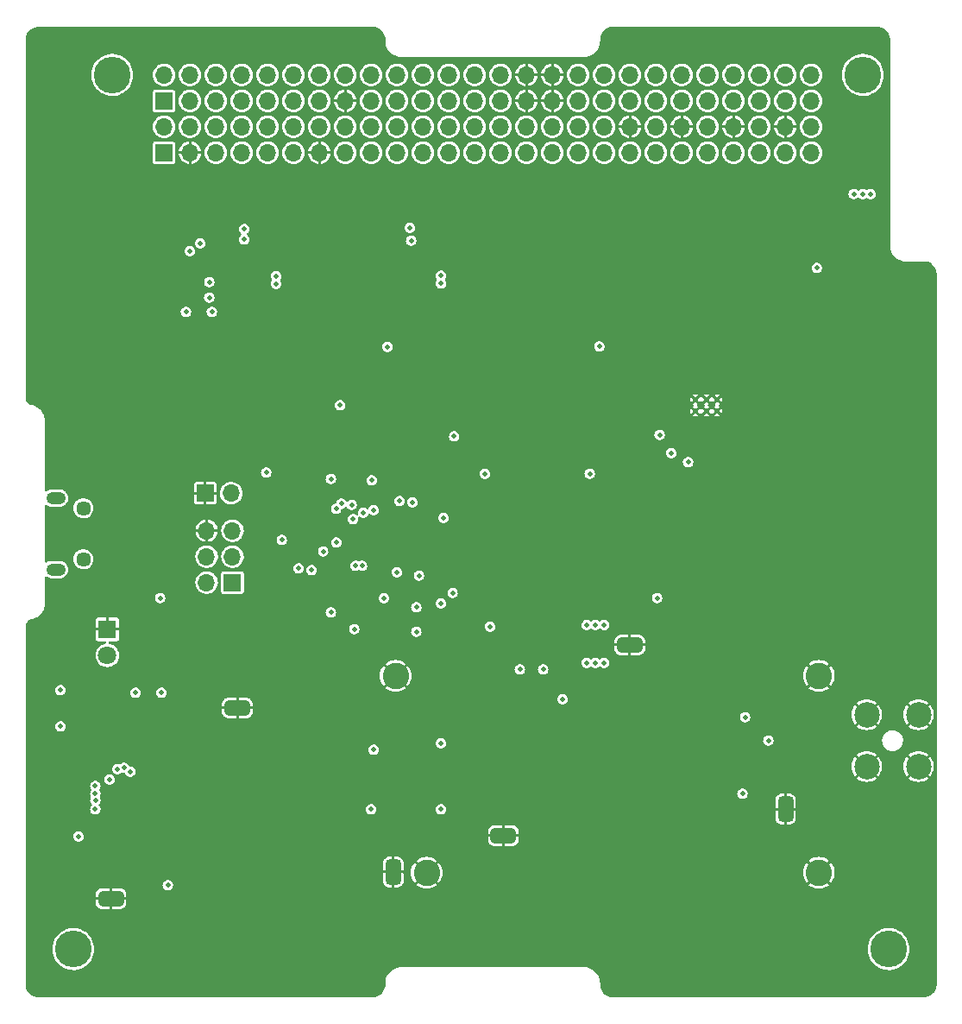
<source format=gbr>
%TF.GenerationSoftware,KiCad,Pcbnew,(6.0.5)*%
%TF.CreationDate,2022-08-13T13:23:51-04:00*%
%TF.ProjectId,SilverSat_Comms,53696c76-6572-4536-9174-5f436f6d6d73,rev?*%
%TF.SameCoordinates,Original*%
%TF.FileFunction,Copper,L2,Inr*%
%TF.FilePolarity,Positive*%
%FSLAX46Y46*%
G04 Gerber Fmt 4.6, Leading zero omitted, Abs format (unit mm)*
G04 Created by KiCad (PCBNEW (6.0.5)) date 2022-08-13 13:23:51*
%MOMM*%
%LPD*%
G01*
G04 APERTURE LIST*
G04 Aperture macros list*
%AMRoundRect*
0 Rectangle with rounded corners*
0 $1 Rounding radius*
0 $2 $3 $4 $5 $6 $7 $8 $9 X,Y pos of 4 corners*
0 Add a 4 corners polygon primitive as box body*
4,1,4,$2,$3,$4,$5,$6,$7,$8,$9,$2,$3,0*
0 Add four circle primitives for the rounded corners*
1,1,$1+$1,$2,$3*
1,1,$1+$1,$4,$5*
1,1,$1+$1,$6,$7*
1,1,$1+$1,$8,$9*
0 Add four rect primitives between the rounded corners*
20,1,$1+$1,$2,$3,$4,$5,0*
20,1,$1+$1,$4,$5,$6,$7,0*
20,1,$1+$1,$6,$7,$8,$9,0*
20,1,$1+$1,$8,$9,$2,$3,0*%
G04 Aperture macros list end*
%TA.AperFunction,ComponentPad*%
%ADD10O,1.900000X1.200000*%
%TD*%
%TA.AperFunction,ComponentPad*%
%ADD11C,1.450000*%
%TD*%
%TA.AperFunction,ComponentPad*%
%ADD12R,1.800000X1.800000*%
%TD*%
%TA.AperFunction,ComponentPad*%
%ADD13C,1.800000*%
%TD*%
%TA.AperFunction,ComponentPad*%
%ADD14C,2.600000*%
%TD*%
%TA.AperFunction,ComponentPad*%
%ADD15C,3.600000*%
%TD*%
%TA.AperFunction,ComponentPad*%
%ADD16R,1.700000X1.700000*%
%TD*%
%TA.AperFunction,ComponentPad*%
%ADD17O,1.700000X1.700000*%
%TD*%
%TA.AperFunction,ComponentPad*%
%ADD18C,0.500000*%
%TD*%
%TA.AperFunction,ComponentPad*%
%ADD19RoundRect,0.375000X-0.875000X-0.375000X0.875000X-0.375000X0.875000X0.375000X-0.875000X0.375000X0*%
%TD*%
%TA.AperFunction,ComponentPad*%
%ADD20RoundRect,0.375000X0.375000X-0.875000X0.375000X0.875000X-0.375000X0.875000X-0.375000X-0.875000X0*%
%TD*%
%TA.AperFunction,ComponentPad*%
%ADD21C,2.500000*%
%TD*%
%TA.AperFunction,ViaPad*%
%ADD22C,0.508000*%
%TD*%
G04 APERTURE END LIST*
D10*
%TO.N,Net-(C1-Pad1)*%
%TO.C,J1*%
X108760000Y-106925000D03*
D11*
X111460000Y-100925000D03*
D10*
X108760000Y-99925000D03*
D11*
X111460000Y-105925000D03*
%TD*%
D12*
%TO.N,GND*%
%TO.C,D1*%
X113823000Y-112796000D03*
D13*
%TO.N,Net-(D1-Pad2)*%
X113823000Y-115336000D03*
%TD*%
D14*
%TO.N,GND*%
%TO.C,H10*%
X183642000Y-136652000D03*
%TD*%
D15*
%TO.N,Net-(H3-Pad1)*%
%TO.C,H3*%
X110490000Y-144150000D03*
%TD*%
%TO.N,Net-(H6-Pad1)*%
%TO.C,H6*%
X190500000Y-144150000D03*
%TD*%
D16*
%TO.N,unconnected-(H2-Pad1)*%
%TO.C,H2*%
X119380000Y-60970000D03*
D17*
%TO.N,unconnected-(H2-Pad2)*%
X119380000Y-58430000D03*
%TO.N,/Out1 (EPS)*%
X121920000Y-60970000D03*
%TO.N,/Out2 (EPS)*%
X121920000Y-58420000D03*
%TO.N,/Out3 (EPS)*%
X124460000Y-60970000D03*
%TO.N,/Out4 (EPS)*%
X124460000Y-58420000D03*
%TO.N,/Out5 (EPS)*%
X127000000Y-60970000D03*
%TO.N,/Out6 (EPS)*%
X127000000Y-58420000D03*
%TO.N,/SHUTDOWN_A*%
X129540000Y-60970000D03*
%TO.N,/STATES_A*%
X129540000Y-58420000D03*
%TO.N,/SHUTDOWN_B*%
X132080000Y-60970000D03*
%TO.N,/STATES_B*%
X132080000Y-58420000D03*
%TO.N,/SHUTDOWN_C*%
X134620000Y-60970000D03*
%TO.N,/STATES_C*%
X134620000Y-58420000D03*
%TO.N,GND*%
X137160000Y-60970000D03*
%TO.N,/PAYLOAD_ON_A*%
X137160000Y-58420000D03*
%TO.N,/PAYLOAD_OC*%
X139700000Y-60970000D03*
%TO.N,/PAYLOAD_ON_B*%
X139700000Y-58420000D03*
%TO.N,unconnected-(H2-Pad19)*%
X142240000Y-60970000D03*
%TO.N,/PAYLOAD_ON_C*%
X142240000Y-58420000D03*
%TO.N,unconnected-(H2-Pad21)*%
X144780000Y-60970000D03*
%TO.N,unconnected-(H2-Pad22)*%
X144780000Y-58420000D03*
%TO.N,unconnected-(H2-Pad23)*%
X147320000Y-60970000D03*
%TO.N,unconnected-(H2-Pad24)*%
X147320000Y-58420000D03*
%TO.N,+5V*%
X149860000Y-60970000D03*
X149860000Y-58420000D03*
%TO.N,+3V3*%
X152400000Y-60970000D03*
X152400000Y-58420000D03*
%TO.N,GND*%
X154940000Y-60970000D03*
X154940000Y-58420000D03*
X157480000Y-60970000D03*
X157480000Y-58420000D03*
%TO.N,unconnected-(H2-Pad33)*%
X160020000Y-60970000D03*
%TO.N,unconnected-(H2-Pad34)*%
X160020000Y-58420000D03*
%TO.N,unconnected-(H2-Pad35)*%
X162560000Y-60970000D03*
%TO.N,unconnected-(H2-Pad36)*%
X162560000Y-58420000D03*
%TO.N,unconnected-(H2-Pad37)*%
X165100000Y-60970000D03*
%TO.N,unconnected-(H2-Pad38)*%
X165100000Y-58420000D03*
%TO.N,unconnected-(H2-Pad39)*%
X167640000Y-60970000D03*
%TO.N,unconnected-(H2-Pad40)*%
X167640000Y-58420000D03*
%TO.N,/BCR_Out*%
X170180000Y-60970000D03*
X170180000Y-58420000D03*
X172720000Y-60970000D03*
X172720000Y-58420000D03*
%TO.N,/BattRaw*%
X175260000Y-60970000D03*
X175260000Y-58420000D03*
%TO.N,unconnected-(H2-Pad47)*%
X177800000Y-60970000D03*
%TO.N,unconnected-(H2-Pad48)*%
X177800000Y-58420000D03*
%TO.N,unconnected-(H2-Pad49)*%
X180340000Y-60970000D03*
%TO.N,unconnected-(H2-Pad50)*%
X180340000Y-58420000D03*
%TO.N,unconnected-(H2-Pad51)*%
X182880000Y-60970000D03*
%TO.N,unconnected-(H2-Pad52)*%
X182880000Y-58420000D03*
%TD*%
D14*
%TO.N,GND*%
%TO.C,H9*%
X142113000Y-117348000D03*
%TD*%
D15*
%TO.N,Net-(H4-Pad1)*%
%TO.C,H4*%
X114300000Y-58420000D03*
%TD*%
D14*
%TO.N,GND*%
%TO.C,H8*%
X145161000Y-136652000D03*
%TD*%
D16*
%TO.N,GND*%
%TO.C,J6*%
X123439000Y-99441000D03*
D17*
%TO.N,/~{RESET}*%
X125979000Y-99441000D03*
%TD*%
D16*
%TO.N,/MISO*%
%TO.C,J5*%
X126106000Y-108204000D03*
D17*
%TO.N,/3V3_Protected*%
X123566000Y-108204000D03*
%TO.N,/SCK*%
X126106000Y-105664000D03*
%TO.N,/MOSI*%
X123566000Y-105664000D03*
%TO.N,/~{RESET}*%
X126106000Y-103124000D03*
%TO.N,GND*%
X123566000Y-103124000D03*
%TD*%
D18*
%TO.N,GND*%
%TO.C,U6*%
X173678000Y-91405400D03*
X171528000Y-90255400D03*
X172603000Y-91405400D03*
X172603000Y-90255400D03*
X171528000Y-91405400D03*
X173678000Y-90255400D03*
%TD*%
D14*
%TO.N,GND*%
%TO.C,H7*%
X183642000Y-117348000D03*
%TD*%
D19*
%TO.N,GND*%
%TO.C,S3*%
X152682107Y-133018835D03*
D20*
X180382107Y-130418835D03*
D19*
X165082107Y-114318835D03*
%TD*%
D21*
%TO.N,GND*%
%TO.C,J2*%
X193421000Y-121158000D03*
X193421000Y-126238000D03*
X188341000Y-126238000D03*
X188341000Y-121158000D03*
%TD*%
D16*
%TO.N,unconnected-(H1-Pad1)*%
%TO.C,H1*%
X119380000Y-66050000D03*
D17*
%TO.N,unconnected-(H1-Pad2)*%
X119380000Y-63510000D03*
%TO.N,GND*%
X121920000Y-66050000D03*
%TO.N,unconnected-(H1-Pad4)*%
X121920000Y-63500000D03*
%TO.N,/PAYLOAD_RXD+*%
X124460000Y-66050000D03*
%TO.N,/PAYLOAD_TXD+*%
X124460000Y-63500000D03*
%TO.N,/PAYLOAD_RXD-*%
X127000000Y-66050000D03*
%TO.N,/PAYLOAD_TXD-*%
X127000000Y-63500000D03*
%TO.N,/RADIO_TXD+*%
X129540000Y-66050000D03*
%TO.N,/RADIO_RXD+*%
X129540000Y-63500000D03*
%TO.N,/RADIO_TXD-*%
X132080000Y-66050000D03*
%TO.N,/RADIO_RXD-*%
X132080000Y-63500000D03*
%TO.N,GND*%
X134620000Y-66050000D03*
%TO.N,unconnected-(H1-Pad14)*%
X134620000Y-63500000D03*
%TO.N,unconnected-(H1-Pad15)*%
X137160000Y-66050000D03*
%TO.N,unconnected-(H1-Pad16)*%
X137160000Y-63500000D03*
%TO.N,unconnected-(H1-Pad17)*%
X139700000Y-66050000D03*
%TO.N,unconnected-(H1-Pad18)*%
X139700000Y-63500000D03*
%TO.N,unconnected-(H1-Pad19)*%
X142240000Y-66050000D03*
%TO.N,unconnected-(H1-Pad20)*%
X142240000Y-63500000D03*
%TO.N,unconnected-(H1-Pad21)*%
X144780000Y-66050000D03*
%TO.N,/RS485_B*%
X144780000Y-63500000D03*
%TO.N,unconnected-(H1-Pad23)*%
X147320000Y-66050000D03*
%TO.N,/RS485_A*%
X147320000Y-63500000D03*
%TO.N,unconnected-(H1-Pad25)*%
X149860000Y-66050000D03*
%TO.N,unconnected-(H1-Pad26)*%
X149860000Y-63500000D03*
%TO.N,unconnected-(H1-Pad27)*%
X152400000Y-66050000D03*
%TO.N,/EPS_RESET*%
X152400000Y-63500000D03*
%TO.N,unconnected-(H1-Pad29)*%
X154940000Y-66050000D03*
%TO.N,/V_RTC*%
X154940000Y-63500000D03*
%TO.N,unconnected-(H1-Pad31)*%
X157480000Y-66050000D03*
%TO.N,/EPS_5V_USB*%
X157480000Y-63500000D03*
%TO.N,unconnected-(H1-Pad33)*%
X160020000Y-66050000D03*
%TO.N,unconnected-(H1-Pad34)*%
X160020000Y-63500000D03*
%TO.N,/Radio_SDA*%
X162560000Y-66050000D03*
%TO.N,unconnected-(H1-Pad36)*%
X162560000Y-63500000D03*
%TO.N,/Radio_SCLK*%
X165100000Y-66050000D03*
%TO.N,GND*%
X165100000Y-63500000D03*
%TO.N,unconnected-(H1-Pad39)*%
X167640000Y-66050000D03*
%TO.N,unconnected-(H1-Pad40)*%
X167640000Y-63500000D03*
%TO.N,/Power_SDA*%
X170180000Y-66050000D03*
%TO.N,GND*%
X170180000Y-63500000D03*
%TO.N,/Power_SCLK*%
X172720000Y-66050000D03*
%TO.N,unconnected-(H1-Pad44)*%
X172720000Y-63500000D03*
%TO.N,/PLD_SDA*%
X175260000Y-66050000D03*
%TO.N,GND*%
X175260000Y-63500000D03*
%TO.N,/PLD_SCLK*%
X177800000Y-66050000D03*
%TO.N,/+3V3_LUP*%
X177800000Y-63500000D03*
%TO.N,unconnected-(H1-Pad49)*%
X180340000Y-66050000D03*
%TO.N,GND*%
X180340000Y-63500000D03*
%TO.N,/+5V_LUP*%
X182880000Y-66050000D03*
%TO.N,unconnected-(H1-Pad52)*%
X182880000Y-63500000D03*
%TD*%
D19*
%TO.N,GND*%
%TO.C,S1*%
X114180000Y-139192000D03*
X126580000Y-120492000D03*
D20*
X141880000Y-136592000D03*
%TD*%
D15*
%TO.N,Net-(H5-Pad1)*%
%TO.C,H5*%
X187960000Y-58420000D03*
%TD*%
D22*
%TO.N,/3V3_Protected*%
X119760000Y-137875000D03*
%TO.N,GND*%
X115210000Y-136675000D03*
X116710000Y-137425000D03*
X118260000Y-137875000D03*
X115960000Y-133225000D03*
%TO.N,/3V3_Protected*%
X188722000Y-70104000D03*
X187960000Y-70104000D03*
X187071000Y-70104000D03*
%TO.N,GND*%
X170307000Y-88900000D03*
X106934000Y-120523000D03*
X163449000Y-109220000D03*
X157734000Y-125476000D03*
X156464000Y-131318000D03*
X127254000Y-82664000D03*
X127254000Y-139192000D03*
X168656000Y-129540000D03*
X143510000Y-125476000D03*
X155416098Y-118715829D03*
X110109000Y-139192000D03*
X111506000Y-120523000D03*
X157480000Y-114300000D03*
X121158000Y-139192000D03*
X165989000Y-132969000D03*
X168656000Y-131318000D03*
X140208000Y-127254000D03*
X141986000Y-129540000D03*
X184912000Y-124460000D03*
X149733000Y-111125000D03*
X140243189Y-108934818D03*
X169037000Y-132969000D03*
X180467000Y-117475000D03*
X146812000Y-114300000D03*
X176403000Y-80899000D03*
X149352000Y-125476000D03*
X133223000Y-112014000D03*
X148844000Y-131318000D03*
X143510000Y-131318000D03*
X106680000Y-130048000D03*
X150749000Y-100076000D03*
X157734000Y-123698000D03*
X151892000Y-129540000D03*
X116078000Y-120523000D03*
X130810000Y-128397000D03*
X172593000Y-114300000D03*
X123565179Y-135380971D03*
X181864000Y-124460000D03*
X123698000Y-120523000D03*
X162560000Y-129540000D03*
X122422179Y-133729971D03*
X113817900Y-122174000D03*
X156464000Y-129540000D03*
X116586000Y-139192000D03*
X184785000Y-144145000D03*
X183388000Y-124460000D03*
X180467000Y-114427000D03*
X150368000Y-129540000D03*
X178181000Y-132969000D03*
X131826000Y-139192000D03*
X121920000Y-77216000D03*
X126492000Y-82664000D03*
X159893000Y-132969000D03*
X170180000Y-129540000D03*
X141986000Y-131318000D03*
X140462000Y-131318000D03*
X148336000Y-114300000D03*
X155311221Y-125603000D03*
X181864000Y-122936000D03*
X116072179Y-129919971D03*
X143510000Y-129540000D03*
X179705000Y-132969000D03*
X147066000Y-127508000D03*
X142177771Y-82423000D03*
X140462000Y-123698000D03*
X113560000Y-135775000D03*
X140208000Y-89535000D03*
X120898179Y-132713971D03*
X141732000Y-89535000D03*
X129667000Y-120523000D03*
X174117000Y-114300000D03*
X165608000Y-129540000D03*
X176784000Y-84074000D03*
X114935000Y-128905000D03*
X129026179Y-124458971D03*
X174244000Y-127000000D03*
X118110000Y-139192000D03*
X111240200Y-108712000D03*
X132588000Y-103378000D03*
X174244000Y-128524000D03*
X186436000Y-122936000D03*
X113817900Y-123818942D03*
X151362471Y-70811629D03*
X185674000Y-77216000D03*
X135699500Y-73215500D03*
X141986000Y-120523000D03*
X169545000Y-114300000D03*
X106680000Y-125476000D03*
X159512000Y-131318000D03*
X141986000Y-133223000D03*
X156718000Y-122525000D03*
X162560000Y-131318000D03*
X114577397Y-120546397D03*
X173609000Y-132969000D03*
X156845000Y-132969000D03*
X140208000Y-128778000D03*
X167513000Y-132969000D03*
X120650000Y-120523000D03*
X121793000Y-94107000D03*
X122422179Y-132713971D03*
X147955000Y-127508000D03*
X168148000Y-125476000D03*
X106680000Y-137668000D03*
X165608000Y-131318000D03*
X170180000Y-131318000D03*
X149352000Y-123698000D03*
X151711971Y-73097629D03*
X145161000Y-116078000D03*
X147828000Y-123698000D03*
X140970000Y-139192000D03*
X135699500Y-72644000D03*
X119501179Y-128903971D03*
X122422179Y-127633971D03*
X106680000Y-122301000D03*
X153416000Y-129540000D03*
X125724179Y-136650971D03*
X138684000Y-100584000D03*
X153416000Y-131318000D03*
X106680000Y-133096000D03*
X159258000Y-123698000D03*
X121054397Y-121689397D03*
X119507000Y-130937000D03*
X178816000Y-70104000D03*
X179234800Y-91973400D03*
X110460000Y-104725000D03*
X180467000Y-118999000D03*
X114935000Y-130937000D03*
X143510000Y-123698000D03*
X180848000Y-103759000D03*
X167132000Y-131318000D03*
X141478000Y-93599000D03*
X153910000Y-123225000D03*
X162179000Y-107442000D03*
X175133000Y-132969000D03*
X152908000Y-114300000D03*
X164338000Y-109347000D03*
X153910000Y-122525000D03*
X151892000Y-131318000D03*
X168148000Y-86233000D03*
X172593000Y-122936000D03*
X159512000Y-114300000D03*
X153035000Y-118715829D03*
X164465000Y-132969000D03*
X118872000Y-97663000D03*
X137922000Y-139192000D03*
X169672000Y-125476000D03*
X145161000Y-120650000D03*
X140589000Y-120523000D03*
X134874000Y-139192000D03*
X173228000Y-131318000D03*
X164084000Y-131318000D03*
X168148000Y-123698000D03*
X147320000Y-131318000D03*
X163576000Y-123698000D03*
X157988000Y-131318000D03*
X145034000Y-129540000D03*
X161417000Y-132969000D03*
X116072179Y-128905000D03*
X127762000Y-128397000D03*
X106680000Y-134620000D03*
X130042179Y-132713971D03*
X117221000Y-129921000D03*
X189357000Y-77216000D03*
X145796000Y-132969000D03*
X121183900Y-103759000D03*
X133350000Y-139192000D03*
X138303000Y-93218000D03*
X119126000Y-120523000D03*
X151711971Y-73859629D03*
X167132000Y-129540000D03*
X124206000Y-139192000D03*
X169672000Y-123698000D03*
X117602000Y-120523000D03*
X163830000Y-125476000D03*
X122174000Y-120523000D03*
X116078000Y-130937000D03*
X164084000Y-129540000D03*
X158369000Y-132969000D03*
X141986000Y-122301000D03*
X151384000Y-114300000D03*
X150368000Y-131318000D03*
X176403000Y-79629000D03*
X125730000Y-139192000D03*
X141986000Y-127635000D03*
X130550179Y-124458971D03*
X166624000Y-123698000D03*
X145161000Y-119126000D03*
X134868179Y-132205971D03*
X155956000Y-114300000D03*
X180467000Y-125095000D03*
X149860000Y-114300000D03*
X142141030Y-109855000D03*
X156718000Y-121825000D03*
X145034000Y-92837000D03*
X165100000Y-123698000D03*
X128524000Y-103124000D03*
X119634000Y-139192000D03*
X159512000Y-129540000D03*
X172720000Y-125476000D03*
X173228000Y-129540000D03*
X135763000Y-127254000D03*
X135763000Y-128778000D03*
X152400000Y-123698000D03*
X180467000Y-115951000D03*
X150749000Y-98806000D03*
X179095400Y-89763600D03*
X130302000Y-139192000D03*
X117221000Y-130937000D03*
X154432000Y-114300000D03*
X120898179Y-124458971D03*
X141986000Y-125476000D03*
X149860000Y-101854000D03*
X128518179Y-132713971D03*
X171069000Y-114300000D03*
X141986000Y-123698000D03*
X145034000Y-123698000D03*
X107061000Y-139192000D03*
X180467000Y-120523000D03*
X136398000Y-139192000D03*
X151915371Y-79771729D03*
X154940000Y-129540000D03*
X139065000Y-120523000D03*
X119253000Y-84709000D03*
X132715000Y-120523000D03*
X167498679Y-122232400D03*
X128778000Y-139192000D03*
X108585000Y-58420000D03*
X170561000Y-132969000D03*
X180594000Y-110109000D03*
X108585000Y-139192000D03*
X147193000Y-108712000D03*
X145288000Y-114300000D03*
X165735000Y-119888000D03*
X139446000Y-139192000D03*
X166624000Y-125476000D03*
X150876000Y-123698000D03*
X117221000Y-128905000D03*
X122682000Y-139192000D03*
X177419000Y-114300000D03*
X106680000Y-128524000D03*
X168021000Y-114300000D03*
X147320000Y-129540000D03*
X172085000Y-132969000D03*
X114935000Y-129921000D03*
X120898179Y-127633971D03*
X157988000Y-129540000D03*
X142939771Y-82423000D03*
X179237800Y-94107000D03*
X187960000Y-64135000D03*
X145161000Y-122174000D03*
X159258000Y-125476000D03*
X166624000Y-89027000D03*
X109347000Y-137160000D03*
X149860000Y-104267000D03*
X140955000Y-113278629D03*
X120904000Y-86868000D03*
X174752000Y-78740000D03*
X119126000Y-71247000D03*
X162306000Y-125476000D03*
X162941000Y-132969000D03*
X148844000Y-132969000D03*
X116459000Y-144145000D03*
X154940000Y-131318000D03*
X160782000Y-125476000D03*
X178943000Y-114300000D03*
X135573000Y-79802000D03*
X184531000Y-73787000D03*
X171704000Y-131318000D03*
X109214179Y-131824971D03*
X135763000Y-120523000D03*
X137287000Y-120523000D03*
X106680000Y-123952000D03*
X165100000Y-92075000D03*
X186436000Y-124460000D03*
X113030000Y-120523000D03*
X184912000Y-122936000D03*
X122422179Y-124458971D03*
X171704000Y-129540000D03*
X152677371Y-79771729D03*
X180467000Y-128143000D03*
X108458000Y-120523000D03*
X156710000Y-123225000D03*
X106680000Y-131572000D03*
X155321000Y-132969000D03*
X150368000Y-132969000D03*
X148844000Y-129540000D03*
X135001000Y-127254000D03*
X135699500Y-73977500D03*
X175641000Y-114300000D03*
X145034000Y-131318000D03*
X135636000Y-72009000D03*
X145034000Y-125476000D03*
X147320000Y-132969000D03*
X151711971Y-72081629D03*
X145161000Y-127508000D03*
X116560000Y-133225000D03*
X136335000Y-79802000D03*
X131191000Y-120523000D03*
X111633000Y-139192000D03*
X167132000Y-74168000D03*
X177292000Y-128778000D03*
X145161000Y-117602000D03*
X175387000Y-123571000D03*
X133725179Y-132205971D03*
X111240200Y-110236000D03*
X166624000Y-107061000D03*
X109982000Y-120523000D03*
X187452000Y-77216000D03*
X153910000Y-121825000D03*
X180467000Y-126619000D03*
X161036000Y-131318000D03*
X140462000Y-125476000D03*
X171196000Y-125476000D03*
X176657000Y-132969000D03*
X183388000Y-122936000D03*
X152400000Y-125476000D03*
X176403000Y-80264000D03*
X180467000Y-122047000D03*
X166129000Y-90551000D03*
X174879000Y-125222000D03*
X106680000Y-136144000D03*
X150876000Y-125476000D03*
X140970000Y-103886000D03*
X132588000Y-95377000D03*
X165354000Y-126365000D03*
X161036000Y-129540000D03*
X171196000Y-123698000D03*
X172339000Y-97917000D03*
X177292000Y-121539000D03*
X134239000Y-120523000D03*
X106680000Y-127000000D03*
%TO.N,/PWRAMP*%
X109220000Y-118745000D03*
X109220000Y-122301000D03*
%TO.N,/MISO*%
X112643179Y-128903971D03*
%TO.N,/SCK*%
X112643179Y-128143000D03*
%TO.N,/MOSI*%
X112649000Y-129540000D03*
%TO.N,/SAMD21/TXLED*%
X144145000Y-110617000D03*
X144145000Y-113030000D03*
%TO.N,/~{RESET}*%
X147701000Y-109220000D03*
X118999000Y-109728000D03*
X151384000Y-112522000D03*
%TO.N,/Release_B*%
X139774371Y-98171000D03*
X122936000Y-74930000D03*
%TO.N,/IRQ*%
X112643179Y-130427971D03*
X136779000Y-100457000D03*
%TO.N,/~{SEL}*%
X119126000Y-118999000D03*
X116589544Y-119002544D03*
X136271000Y-100965000D03*
X114046000Y-127508000D03*
%TO.N,/SYSCLK*%
X114808000Y-126492000D03*
X135763000Y-98044000D03*
%TO.N,/OC5V*%
X137922000Y-101981000D03*
X168021000Y-93726000D03*
%TO.N,/OC3V3*%
X135001000Y-105156000D03*
X183438829Y-77343000D03*
X138938000Y-101346000D03*
X136296900Y-104267000D03*
%TO.N,/SDA*%
X156591000Y-116713000D03*
X138176000Y-106553000D03*
%TO.N,/SCL*%
X154305000Y-116713000D03*
X138811000Y-106553000D03*
%TO.N,/TX{slash}~{RX}*%
X142240000Y-107188000D03*
X176403000Y-121412000D03*
%TO.N,/PA*%
X139954000Y-124587000D03*
X146558000Y-123952000D03*
%TO.N,/3V3_Protected*%
X146812000Y-101854000D03*
X136652000Y-90805000D03*
X146558000Y-78105000D03*
X170815000Y-96393000D03*
X144404035Y-107518677D03*
X150876000Y-97536000D03*
X146558000Y-78867000D03*
X135763000Y-111125000D03*
X169164000Y-95504000D03*
X146558000Y-110236000D03*
X140970000Y-109728000D03*
X161163000Y-97536000D03*
X158496000Y-119634000D03*
X110998000Y-133096000D03*
X138049000Y-112776000D03*
X130937000Y-104013000D03*
X130384114Y-78911885D03*
X130384114Y-78149885D03*
X129413000Y-97409000D03*
%TO.N,+5V*%
X124079000Y-81661000D03*
X121539000Y-81661000D03*
%TO.N,/PAYLOAD_TXD+*%
X127254000Y-73533000D03*
%TO.N,/PAYLOAD_TXD-*%
X127254000Y-74549000D03*
%TO.N,/TXD1*%
X147851397Y-93876397D03*
X139954000Y-101092000D03*
%TO.N,/RADIO_TXD+*%
X143510000Y-73406000D03*
%TO.N,/Release_A*%
X121920000Y-75692000D03*
X137795000Y-100584000D03*
%TO.N,/DCLK*%
X132588000Y-106807000D03*
X115443000Y-126365000D03*
%TO.N,/DATA*%
X116072179Y-126744971D03*
X133858000Y-106970852D03*
%TO.N,/RF*%
X178689000Y-123698000D03*
%TO.N,/~{TX}{slash}RX*%
X142494000Y-100203000D03*
X176149000Y-128905000D03*
%TO.N,/RX*%
X139700000Y-130429000D03*
X146558000Y-130429000D03*
%TO.N,/5V_Current*%
X162102800Y-85039200D03*
X141303374Y-85086826D03*
%TO.N,/PAENABLE*%
X167767000Y-109728000D03*
X143764000Y-100330000D03*
%TO.N,/PAPowerSwitch/Vout*%
X161721800Y-112369600D03*
X161721800Y-116078000D03*
X160858200Y-112369600D03*
X160858200Y-116078000D03*
X162585400Y-116078000D03*
X162585400Y-112369600D03*
%TO.N,/Radio_SDA*%
X123825000Y-78740000D03*
%TO.N,/Radio_SCLK*%
X123825000Y-80264000D03*
%TO.N,/RADIO_TXD-*%
X143637000Y-74676000D03*
%TD*%
%TA.AperFunction,Conductor*%
%TO.N,GND*%
G36*
X139859771Y-53723051D02*
G01*
X139870207Y-53724704D01*
X139870208Y-53724704D01*
X139880000Y-53726255D01*
X139889792Y-53724704D01*
X139899712Y-53724704D01*
X139899712Y-53724944D01*
X139914843Y-53724379D01*
X140070429Y-53737235D01*
X140090899Y-53740641D01*
X140266067Y-53784870D01*
X140285701Y-53791590D01*
X140451235Y-53863971D01*
X140469498Y-53873822D01*
X140620908Y-53972391D01*
X140637304Y-53985103D01*
X140770482Y-54107189D01*
X140784570Y-54122421D01*
X140863881Y-54223784D01*
X140895909Y-54264717D01*
X140907307Y-54282059D01*
X140993768Y-54440681D01*
X141002166Y-54459657D01*
X141061425Y-54630333D01*
X141066594Y-54650431D01*
X141097034Y-54828515D01*
X141098834Y-54849188D01*
X141099523Y-55005234D01*
X141097772Y-55020345D01*
X141098003Y-55020363D01*
X141097230Y-55030248D01*
X141094920Y-55039892D01*
X141095703Y-55049777D01*
X141095296Y-55054982D01*
X141095296Y-55060205D01*
X141093745Y-55070000D01*
X141095049Y-55078231D01*
X141095297Y-55081698D01*
X141095297Y-55082417D01*
X141095434Y-55083610D01*
X141110599Y-55295646D01*
X141158686Y-55516698D01*
X141237742Y-55728657D01*
X141346159Y-55927208D01*
X141481729Y-56108308D01*
X141641692Y-56268271D01*
X141822792Y-56403841D01*
X141826746Y-56406000D01*
X141956645Y-56476930D01*
X142021343Y-56512258D01*
X142025555Y-56513829D01*
X142229081Y-56589740D01*
X142229085Y-56589741D01*
X142233302Y-56591314D01*
X142237705Y-56592272D01*
X142237709Y-56592273D01*
X142449950Y-56638443D01*
X142454354Y-56639401D01*
X142610106Y-56650541D01*
X142613501Y-56651025D01*
X142613502Y-56651016D01*
X142616386Y-56651266D01*
X142616392Y-56651266D01*
X142619091Y-56651500D01*
X142621801Y-56651500D01*
X142624347Y-56651610D01*
X142627891Y-56651813D01*
X142643240Y-56652911D01*
X142666385Y-56654566D01*
X142667581Y-56654703D01*
X142668302Y-56654703D01*
X142671769Y-56654951D01*
X142680000Y-56656255D01*
X142689792Y-56654704D01*
X142689794Y-56654704D01*
X142700229Y-56653051D01*
X142719940Y-56651500D01*
X160560060Y-56651500D01*
X160579771Y-56653051D01*
X160590206Y-56654704D01*
X160590208Y-56654704D01*
X160600000Y-56656255D01*
X160608231Y-56654951D01*
X160611698Y-56654703D01*
X160612417Y-56654703D01*
X160613610Y-56654566D01*
X160825646Y-56639401D01*
X160830050Y-56638443D01*
X161042291Y-56592273D01*
X161042295Y-56592272D01*
X161046698Y-56591314D01*
X161050915Y-56589741D01*
X161050919Y-56589740D01*
X161254445Y-56513829D01*
X161258657Y-56512258D01*
X161323356Y-56476930D01*
X161453254Y-56406000D01*
X161457208Y-56403841D01*
X161638308Y-56268271D01*
X161798271Y-56108308D01*
X161933841Y-55927208D01*
X162042258Y-55728657D01*
X162121314Y-55516698D01*
X162169401Y-55295646D01*
X162184566Y-55083610D01*
X162184703Y-55082417D01*
X162184703Y-55081698D01*
X162184951Y-55078231D01*
X162186255Y-55070000D01*
X162184704Y-55060205D01*
X162184704Y-55054973D01*
X162184297Y-55049773D01*
X162185080Y-55039892D01*
X162182770Y-55030251D01*
X162181997Y-55020363D01*
X162182236Y-55020344D01*
X162180493Y-55005302D01*
X162181182Y-54849190D01*
X162182982Y-54828516D01*
X162213422Y-54650434D01*
X162218591Y-54630337D01*
X162277849Y-54459664D01*
X162286247Y-54440688D01*
X162372709Y-54282064D01*
X162384108Y-54264722D01*
X162409525Y-54232239D01*
X162495439Y-54122437D01*
X162509528Y-54107203D01*
X162642704Y-53985120D01*
X162659102Y-53972406D01*
X162810511Y-53873835D01*
X162828774Y-53863985D01*
X162994302Y-53791607D01*
X163013935Y-53784887D01*
X163189104Y-53740658D01*
X163209574Y-53737252D01*
X163365230Y-53724390D01*
X163380289Y-53724952D01*
X163380289Y-53724703D01*
X163390205Y-53724703D01*
X163400000Y-53726255D01*
X163409792Y-53724704D01*
X163409794Y-53724704D01*
X163420229Y-53723051D01*
X163439940Y-53721500D01*
X189370060Y-53721500D01*
X189389771Y-53723051D01*
X189400206Y-53724704D01*
X189400208Y-53724704D01*
X189410000Y-53726255D01*
X189419795Y-53724703D01*
X189429710Y-53724703D01*
X189429710Y-53724846D01*
X189444921Y-53724248D01*
X189590729Y-53735724D01*
X189610257Y-53738817D01*
X189657424Y-53750141D01*
X189776901Y-53778825D01*
X189795695Y-53784931D01*
X189954030Y-53850516D01*
X189971641Y-53859490D01*
X190117761Y-53949033D01*
X190133756Y-53960653D01*
X190162404Y-53985120D01*
X190264072Y-54071952D01*
X190278048Y-54085928D01*
X190309230Y-54122438D01*
X190389347Y-54216244D01*
X190400967Y-54232239D01*
X190490510Y-54378359D01*
X190499484Y-54395970D01*
X190525867Y-54459664D01*
X190565067Y-54554300D01*
X190571175Y-54573099D01*
X190589741Y-54650431D01*
X190611183Y-54739743D01*
X190614276Y-54759271D01*
X190625752Y-54905079D01*
X190625154Y-54920290D01*
X190625297Y-54920290D01*
X190625297Y-54930205D01*
X190623745Y-54940000D01*
X190625296Y-54949792D01*
X190625296Y-54949794D01*
X190626949Y-54960229D01*
X190628500Y-54979940D01*
X190628500Y-75090060D01*
X190626949Y-75109771D01*
X190623745Y-75130000D01*
X190625049Y-75138231D01*
X190625297Y-75141698D01*
X190625297Y-75142417D01*
X190625434Y-75143610D01*
X190640599Y-75355646D01*
X190641557Y-75360050D01*
X190658868Y-75439625D01*
X190688686Y-75576698D01*
X190690259Y-75580915D01*
X190690260Y-75580919D01*
X190733504Y-75696860D01*
X190767742Y-75788657D01*
X190769895Y-75792601D01*
X190769896Y-75792602D01*
X190821002Y-75886195D01*
X190876159Y-75987208D01*
X190936712Y-76068097D01*
X191008113Y-76163477D01*
X191011729Y-76168308D01*
X191171692Y-76328271D01*
X191352792Y-76463841D01*
X191551343Y-76572258D01*
X191555555Y-76573829D01*
X191759081Y-76649740D01*
X191759085Y-76649741D01*
X191763302Y-76651314D01*
X191767705Y-76652272D01*
X191767709Y-76652273D01*
X191979950Y-76698443D01*
X191984354Y-76699401D01*
X192140106Y-76710541D01*
X192143501Y-76711025D01*
X192143502Y-76711016D01*
X192146386Y-76711266D01*
X192146392Y-76711266D01*
X192149091Y-76711500D01*
X192151801Y-76711500D01*
X192154347Y-76711610D01*
X192157891Y-76711813D01*
X192173240Y-76712911D01*
X192196385Y-76714566D01*
X192197581Y-76714703D01*
X192198302Y-76714703D01*
X192201769Y-76714951D01*
X192210000Y-76716255D01*
X192219792Y-76714704D01*
X192219794Y-76714704D01*
X192230229Y-76713051D01*
X192249940Y-76711500D01*
X193940060Y-76711500D01*
X193959771Y-76713051D01*
X193970206Y-76714704D01*
X193970208Y-76714704D01*
X193980000Y-76716255D01*
X193989795Y-76714703D01*
X193999710Y-76714703D01*
X193999710Y-76714846D01*
X194014921Y-76714248D01*
X194160729Y-76725724D01*
X194180257Y-76728817D01*
X194227424Y-76740141D01*
X194346901Y-76768825D01*
X194365695Y-76774931D01*
X194524030Y-76840516D01*
X194541641Y-76849490D01*
X194687761Y-76939033D01*
X194703756Y-76950653D01*
X194717832Y-76962675D01*
X194834072Y-77061952D01*
X194848051Y-77075931D01*
X194959347Y-77206244D01*
X194970967Y-77222239D01*
X195060510Y-77368359D01*
X195069484Y-77385970D01*
X195116382Y-77499191D01*
X195135067Y-77544300D01*
X195141175Y-77563099D01*
X195160070Y-77641799D01*
X195181183Y-77729743D01*
X195184276Y-77749271D01*
X195195752Y-77895079D01*
X195195154Y-77910290D01*
X195195297Y-77910290D01*
X195195297Y-77920205D01*
X195193745Y-77930000D01*
X195195296Y-77939792D01*
X195195296Y-77939794D01*
X195196949Y-77950229D01*
X195198500Y-77969940D01*
X195198500Y-147590060D01*
X195196949Y-147609771D01*
X195193745Y-147630000D01*
X195195297Y-147639795D01*
X195195297Y-147649710D01*
X195195154Y-147649710D01*
X195195752Y-147664921D01*
X195184276Y-147810729D01*
X195181183Y-147830257D01*
X195144506Y-147983031D01*
X195141177Y-147996896D01*
X195135069Y-148015695D01*
X195069484Y-148174030D01*
X195060510Y-148191641D01*
X194970967Y-148337761D01*
X194959347Y-148353756D01*
X194863844Y-148465578D01*
X194848051Y-148484069D01*
X194834072Y-148498048D01*
X194755966Y-148564756D01*
X194703756Y-148609347D01*
X194687761Y-148620967D01*
X194541641Y-148710510D01*
X194524030Y-148719484D01*
X194365695Y-148785069D01*
X194346901Y-148791175D01*
X194227424Y-148819859D01*
X194180257Y-148831183D01*
X194160729Y-148834276D01*
X194014921Y-148845752D01*
X193999710Y-148845154D01*
X193999710Y-148845297D01*
X193989795Y-148845297D01*
X193980000Y-148843745D01*
X193970208Y-148845296D01*
X193970206Y-148845296D01*
X193959771Y-148846949D01*
X193940060Y-148848500D01*
X163439940Y-148848500D01*
X163420229Y-148846949D01*
X163409794Y-148845296D01*
X163409792Y-148845296D01*
X163400000Y-148843745D01*
X163390205Y-148845297D01*
X163380290Y-148845297D01*
X163380290Y-148845064D01*
X163365154Y-148845631D01*
X163210349Y-148832884D01*
X163189949Y-148829502D01*
X163069771Y-148799269D01*
X163015460Y-148785606D01*
X162995892Y-148778934D01*
X162830930Y-148707087D01*
X162812725Y-148697308D01*
X162661740Y-148599449D01*
X162645368Y-148586816D01*
X162512422Y-148465578D01*
X162498338Y-148450437D01*
X162450671Y-148389914D01*
X162387017Y-148309092D01*
X162375600Y-148291853D01*
X162288898Y-148134201D01*
X162280454Y-148115326D01*
X162220705Y-147945615D01*
X162215461Y-147925612D01*
X162184275Y-147748415D01*
X162182374Y-147727822D01*
X162180837Y-147572557D01*
X162182502Y-147557443D01*
X162182277Y-147557427D01*
X162182993Y-147547539D01*
X162185247Y-147537882D01*
X162184407Y-147528004D01*
X162184703Y-147523912D01*
X162184703Y-147519797D01*
X162186255Y-147510000D01*
X162184951Y-147501769D01*
X162184703Y-147498302D01*
X162184703Y-147497581D01*
X162184565Y-147496379D01*
X162184175Y-147490913D01*
X162169401Y-147284354D01*
X162121314Y-147063302D01*
X162042258Y-146851343D01*
X161933841Y-146652792D01*
X161798271Y-146471692D01*
X161638308Y-146311729D01*
X161457208Y-146176159D01*
X161403686Y-146146934D01*
X161262602Y-146069896D01*
X161262601Y-146069895D01*
X161258657Y-146067742D01*
X161254445Y-146066171D01*
X161050919Y-145990260D01*
X161050915Y-145990259D01*
X161046698Y-145988686D01*
X161042295Y-145987728D01*
X161042291Y-145987727D01*
X160830050Y-145941557D01*
X160825646Y-145940599D01*
X160669894Y-145929459D01*
X160666499Y-145928975D01*
X160666498Y-145928984D01*
X160663614Y-145928734D01*
X160663608Y-145928734D01*
X160660909Y-145928500D01*
X160658199Y-145928500D01*
X160655653Y-145928390D01*
X160652109Y-145928187D01*
X160634796Y-145926949D01*
X160613615Y-145925434D01*
X160612419Y-145925297D01*
X160611698Y-145925297D01*
X160608231Y-145925049D01*
X160600000Y-145923745D01*
X160590208Y-145925296D01*
X160590206Y-145925296D01*
X160579771Y-145926949D01*
X160560060Y-145928500D01*
X142719940Y-145928500D01*
X142700229Y-145926949D01*
X142689794Y-145925296D01*
X142689792Y-145925296D01*
X142680000Y-145923745D01*
X142671769Y-145925049D01*
X142668302Y-145925297D01*
X142667583Y-145925297D01*
X142666390Y-145925434D01*
X142454354Y-145940599D01*
X142449950Y-145941557D01*
X142237709Y-145987727D01*
X142237705Y-145987728D01*
X142233302Y-145988686D01*
X142229085Y-145990259D01*
X142229081Y-145990260D01*
X142025555Y-146066171D01*
X142021343Y-146067742D01*
X142017399Y-146069895D01*
X142017398Y-146069896D01*
X141876314Y-146146934D01*
X141822792Y-146176159D01*
X141641692Y-146311729D01*
X141481729Y-146471692D01*
X141346159Y-146652792D01*
X141237742Y-146851343D01*
X141158686Y-147063302D01*
X141110599Y-147284354D01*
X141095826Y-147490913D01*
X141095435Y-147496379D01*
X141095297Y-147497581D01*
X141095297Y-147498302D01*
X141095049Y-147501769D01*
X141093745Y-147510000D01*
X141095297Y-147519797D01*
X141095297Y-147523912D01*
X141095593Y-147528005D01*
X141094753Y-147537882D01*
X141097007Y-147547538D01*
X141097723Y-147557428D01*
X141097491Y-147557445D01*
X141099149Y-147572498D01*
X141097611Y-147727823D01*
X141095710Y-147748414D01*
X141064525Y-147925610D01*
X141059281Y-147945614D01*
X140999535Y-148115315D01*
X140991091Y-148134191D01*
X140904387Y-148291845D01*
X140892970Y-148309083D01*
X140829309Y-148389914D01*
X140781648Y-148450430D01*
X140767564Y-148465570D01*
X140634626Y-148586801D01*
X140618254Y-148599435D01*
X140542763Y-148648364D01*
X140490648Y-148682142D01*
X140467273Y-148697292D01*
X140449058Y-148707076D01*
X140284103Y-148778920D01*
X140264532Y-148785593D01*
X140090048Y-148829487D01*
X140069649Y-148832869D01*
X139914783Y-148845621D01*
X139899710Y-148845056D01*
X139899710Y-148845297D01*
X139889796Y-148845297D01*
X139880000Y-148843745D01*
X139870208Y-148845296D01*
X139870206Y-148845296D01*
X139859771Y-148846949D01*
X139840060Y-148848500D01*
X107049940Y-148848500D01*
X107030229Y-148846949D01*
X107019794Y-148845296D01*
X107019792Y-148845296D01*
X107010000Y-148843745D01*
X107000205Y-148845297D01*
X106990290Y-148845297D01*
X106990290Y-148845154D01*
X106975079Y-148845752D01*
X106829271Y-148834276D01*
X106809743Y-148831183D01*
X106762576Y-148819859D01*
X106643099Y-148791175D01*
X106624305Y-148785069D01*
X106465970Y-148719484D01*
X106448359Y-148710510D01*
X106302239Y-148620967D01*
X106286244Y-148609347D01*
X106234034Y-148564756D01*
X106155928Y-148498048D01*
X106141949Y-148484069D01*
X106126157Y-148465578D01*
X106030653Y-148353756D01*
X106019033Y-148337761D01*
X105929490Y-148191641D01*
X105920516Y-148174030D01*
X105854931Y-148015695D01*
X105848823Y-147996896D01*
X105845495Y-147983031D01*
X105808817Y-147830257D01*
X105805724Y-147810729D01*
X105794248Y-147664921D01*
X105794846Y-147649710D01*
X105794703Y-147649710D01*
X105794703Y-147639795D01*
X105796255Y-147630000D01*
X105793051Y-147609771D01*
X105791500Y-147590060D01*
X105791500Y-144128435D01*
X108430812Y-144128435D01*
X108446937Y-144408099D01*
X108447762Y-144412306D01*
X108447763Y-144412311D01*
X108460322Y-144476324D01*
X108500868Y-144682986D01*
X108591606Y-144948011D01*
X108717473Y-145198269D01*
X108876139Y-145429130D01*
X109064669Y-145636322D01*
X109279573Y-145816010D01*
X109283199Y-145818285D01*
X109283201Y-145818286D01*
X109338661Y-145853076D01*
X109516876Y-145964869D01*
X109520778Y-145966631D01*
X109520782Y-145966633D01*
X109768273Y-146078380D01*
X109768277Y-146078382D01*
X109772185Y-146080146D01*
X109776305Y-146081366D01*
X109776304Y-146081366D01*
X110036664Y-146158488D01*
X110036668Y-146158489D01*
X110040777Y-146159706D01*
X110045014Y-146160354D01*
X110045017Y-146160355D01*
X110129874Y-146173340D01*
X110317682Y-146202079D01*
X110460295Y-146204319D01*
X110593484Y-146206412D01*
X110593490Y-146206412D01*
X110597775Y-146206479D01*
X110875875Y-146172825D01*
X111146833Y-146101740D01*
X111405638Y-145994540D01*
X111412963Y-145990260D01*
X111643801Y-145855369D01*
X111643802Y-145855369D01*
X111647499Y-145853208D01*
X111867941Y-145680359D01*
X112062886Y-145479192D01*
X112065419Y-145475744D01*
X112065423Y-145475739D01*
X112226187Y-145256884D01*
X112228725Y-145253429D01*
X112256755Y-145201804D01*
X112360341Y-145011023D01*
X112360342Y-145011021D01*
X112362391Y-145007247D01*
X112461409Y-144745203D01*
X112523948Y-144472146D01*
X112548849Y-144193127D01*
X112549301Y-144150000D01*
X112547831Y-144128435D01*
X188440812Y-144128435D01*
X188456937Y-144408099D01*
X188457762Y-144412306D01*
X188457763Y-144412311D01*
X188470322Y-144476324D01*
X188510868Y-144682986D01*
X188601606Y-144948011D01*
X188727473Y-145198269D01*
X188886139Y-145429130D01*
X189074669Y-145636322D01*
X189289573Y-145816010D01*
X189293199Y-145818285D01*
X189293201Y-145818286D01*
X189348661Y-145853076D01*
X189526876Y-145964869D01*
X189530778Y-145966631D01*
X189530782Y-145966633D01*
X189778273Y-146078380D01*
X189778277Y-146078382D01*
X189782185Y-146080146D01*
X189786305Y-146081366D01*
X189786304Y-146081366D01*
X190046664Y-146158488D01*
X190046668Y-146158489D01*
X190050777Y-146159706D01*
X190055014Y-146160354D01*
X190055017Y-146160355D01*
X190139874Y-146173340D01*
X190327682Y-146202079D01*
X190470295Y-146204319D01*
X190603484Y-146206412D01*
X190603490Y-146206412D01*
X190607775Y-146206479D01*
X190885875Y-146172825D01*
X191156833Y-146101740D01*
X191415638Y-145994540D01*
X191422963Y-145990260D01*
X191653801Y-145855369D01*
X191653802Y-145855369D01*
X191657499Y-145853208D01*
X191877941Y-145680359D01*
X192072886Y-145479192D01*
X192075419Y-145475744D01*
X192075423Y-145475739D01*
X192236187Y-145256884D01*
X192238725Y-145253429D01*
X192266755Y-145201804D01*
X192370341Y-145011023D01*
X192370342Y-145011021D01*
X192372391Y-145007247D01*
X192471409Y-144745203D01*
X192533948Y-144472146D01*
X192558849Y-144193127D01*
X192559301Y-144150000D01*
X192540248Y-143870521D01*
X192483442Y-143596213D01*
X192389933Y-143332153D01*
X192261452Y-143083226D01*
X192248530Y-143064839D01*
X192102844Y-142857550D01*
X192102843Y-142857549D01*
X192100377Y-142854040D01*
X191909689Y-142648834D01*
X191895550Y-142637261D01*
X191696232Y-142474123D01*
X191692914Y-142471407D01*
X191454066Y-142325040D01*
X191197563Y-142212443D01*
X191178210Y-142206930D01*
X191147881Y-142198291D01*
X190928153Y-142135700D01*
X190923911Y-142135096D01*
X190923905Y-142135095D01*
X190718548Y-142105868D01*
X190650819Y-142096229D01*
X190503708Y-142095459D01*
X190374981Y-142094785D01*
X190374975Y-142094785D01*
X190370695Y-142094763D01*
X190366451Y-142095322D01*
X190366447Y-142095322D01*
X190244327Y-142111400D01*
X190092964Y-142131327D01*
X190088824Y-142132460D01*
X190088822Y-142132460D01*
X189826910Y-142204111D01*
X189822765Y-142205245D01*
X189565097Y-142315149D01*
X189419747Y-142402140D01*
X189328411Y-142456803D01*
X189328407Y-142456806D01*
X189324729Y-142459007D01*
X189321386Y-142461685D01*
X189321382Y-142461688D01*
X189312046Y-142469168D01*
X189106109Y-142634155D01*
X188913281Y-142837352D01*
X188749815Y-143064839D01*
X188618735Y-143312407D01*
X188522466Y-143575473D01*
X188462790Y-143849171D01*
X188440812Y-144128435D01*
X112547831Y-144128435D01*
X112530248Y-143870521D01*
X112473442Y-143596213D01*
X112379933Y-143332153D01*
X112251452Y-143083226D01*
X112238530Y-143064839D01*
X112092844Y-142857550D01*
X112092843Y-142857549D01*
X112090377Y-142854040D01*
X111899689Y-142648834D01*
X111885550Y-142637261D01*
X111686232Y-142474123D01*
X111682914Y-142471407D01*
X111444066Y-142325040D01*
X111187563Y-142212443D01*
X111168210Y-142206930D01*
X111137881Y-142198291D01*
X110918153Y-142135700D01*
X110913911Y-142135096D01*
X110913905Y-142135095D01*
X110708548Y-142105868D01*
X110640819Y-142096229D01*
X110493708Y-142095459D01*
X110364981Y-142094785D01*
X110364975Y-142094785D01*
X110360695Y-142094763D01*
X110356451Y-142095322D01*
X110356447Y-142095322D01*
X110234327Y-142111400D01*
X110082964Y-142131327D01*
X110078824Y-142132460D01*
X110078822Y-142132460D01*
X109816910Y-142204111D01*
X109812765Y-142205245D01*
X109555097Y-142315149D01*
X109409747Y-142402140D01*
X109318411Y-142456803D01*
X109318407Y-142456806D01*
X109314729Y-142459007D01*
X109311386Y-142461685D01*
X109311382Y-142461688D01*
X109302046Y-142469168D01*
X109096109Y-142634155D01*
X108903281Y-142837352D01*
X108739815Y-143064839D01*
X108608735Y-143312407D01*
X108512466Y-143575473D01*
X108452790Y-143849171D01*
X108430812Y-144128435D01*
X105791500Y-144128435D01*
X105791500Y-139628042D01*
X112676001Y-139628042D01*
X112676195Y-139632976D01*
X112678302Y-139659758D01*
X112680604Y-139672366D01*
X112720933Y-139811179D01*
X112727179Y-139825613D01*
X112800005Y-139948755D01*
X112809654Y-139961193D01*
X112910807Y-140062346D01*
X112923245Y-140071995D01*
X113046387Y-140144821D01*
X113060821Y-140151067D01*
X113199641Y-140191398D01*
X113212234Y-140193698D01*
X113239029Y-140195807D01*
X113243954Y-140196000D01*
X114034885Y-140196000D01*
X114050124Y-140191525D01*
X114051329Y-140190135D01*
X114053000Y-140182452D01*
X114053000Y-140177884D01*
X114307000Y-140177884D01*
X114311475Y-140193123D01*
X114312865Y-140194328D01*
X114320548Y-140195999D01*
X115116042Y-140195999D01*
X115120976Y-140195805D01*
X115147758Y-140193698D01*
X115160366Y-140191396D01*
X115299179Y-140151067D01*
X115313613Y-140144821D01*
X115436755Y-140071995D01*
X115449193Y-140062346D01*
X115550346Y-139961193D01*
X115559995Y-139948755D01*
X115632821Y-139825613D01*
X115639067Y-139811179D01*
X115679398Y-139672359D01*
X115681698Y-139659766D01*
X115683807Y-139632971D01*
X115684000Y-139628046D01*
X115684000Y-139337115D01*
X115679525Y-139321876D01*
X115678135Y-139320671D01*
X115670452Y-139319000D01*
X114325115Y-139319000D01*
X114309876Y-139323475D01*
X114308671Y-139324865D01*
X114307000Y-139332548D01*
X114307000Y-140177884D01*
X114053000Y-140177884D01*
X114053000Y-139337115D01*
X114048525Y-139321876D01*
X114047135Y-139320671D01*
X114039452Y-139319000D01*
X112694116Y-139319000D01*
X112678877Y-139323475D01*
X112677672Y-139324865D01*
X112676001Y-139332548D01*
X112676001Y-139628042D01*
X105791500Y-139628042D01*
X105791500Y-139046885D01*
X112676000Y-139046885D01*
X112680475Y-139062124D01*
X112681865Y-139063329D01*
X112689548Y-139065000D01*
X114034885Y-139065000D01*
X114050124Y-139060525D01*
X114051329Y-139059135D01*
X114053000Y-139051452D01*
X114053000Y-139046885D01*
X114307000Y-139046885D01*
X114311475Y-139062124D01*
X114312865Y-139063329D01*
X114320548Y-139065000D01*
X115665884Y-139065000D01*
X115681123Y-139060525D01*
X115682328Y-139059135D01*
X115683999Y-139051452D01*
X115683999Y-138755958D01*
X115683805Y-138751024D01*
X115681698Y-138724242D01*
X115679396Y-138711634D01*
X115639067Y-138572821D01*
X115632821Y-138558387D01*
X115559995Y-138435245D01*
X115550346Y-138422807D01*
X115449193Y-138321654D01*
X115436755Y-138312005D01*
X115313613Y-138239179D01*
X115299179Y-138232933D01*
X115160359Y-138192602D01*
X115147766Y-138190302D01*
X115120971Y-138188193D01*
X115116045Y-138188000D01*
X114325115Y-138188000D01*
X114309876Y-138192475D01*
X114308671Y-138193865D01*
X114307000Y-138201548D01*
X114307000Y-139046885D01*
X114053000Y-139046885D01*
X114053000Y-138206116D01*
X114048525Y-138190877D01*
X114047135Y-138189672D01*
X114039452Y-138188001D01*
X113243958Y-138188001D01*
X113239024Y-138188195D01*
X113212242Y-138190302D01*
X113199634Y-138192604D01*
X113060821Y-138232933D01*
X113046387Y-138239179D01*
X112923245Y-138312005D01*
X112910807Y-138321654D01*
X112809654Y-138422807D01*
X112800005Y-138435245D01*
X112727179Y-138558387D01*
X112720933Y-138572821D01*
X112680602Y-138711641D01*
X112678302Y-138724234D01*
X112676193Y-138751029D01*
X112676000Y-138755955D01*
X112676000Y-139046885D01*
X105791500Y-139046885D01*
X105791500Y-137868724D01*
X119246309Y-137868724D01*
X119247473Y-137877626D01*
X119247473Y-137877629D01*
X119258551Y-137962346D01*
X119265195Y-138013152D01*
X119268809Y-138021365D01*
X119268810Y-138021369D01*
X119308567Y-138111722D01*
X119323859Y-138146474D01*
X119329634Y-138153344D01*
X119329635Y-138153346D01*
X119362633Y-138192602D01*
X119417583Y-138257973D01*
X119425060Y-138262950D01*
X119531361Y-138333710D01*
X119531363Y-138333711D01*
X119538834Y-138338684D01*
X119677864Y-138382121D01*
X119823498Y-138384790D01*
X119893762Y-138365633D01*
X119955363Y-138348839D01*
X119955364Y-138348839D01*
X119964026Y-138346477D01*
X119972359Y-138341361D01*
X120080502Y-138274961D01*
X120088154Y-138270263D01*
X120094774Y-138262950D01*
X120179873Y-138168934D01*
X120179874Y-138168933D01*
X120185901Y-138162274D01*
X120218011Y-138096000D01*
X120245495Y-138039272D01*
X120245495Y-138039271D01*
X120249410Y-138031191D01*
X120273576Y-137887552D01*
X120273729Y-137875000D01*
X120253080Y-137730813D01*
X120249362Y-137722635D01*
X120196508Y-137606390D01*
X120196507Y-137606388D01*
X120192792Y-137598218D01*
X120132325Y-137528042D01*
X140876001Y-137528042D01*
X140876195Y-137532976D01*
X140878302Y-137559758D01*
X140880604Y-137572366D01*
X140920933Y-137711179D01*
X140927179Y-137725613D01*
X141000005Y-137848755D01*
X141009654Y-137861193D01*
X141110807Y-137962346D01*
X141123245Y-137971995D01*
X141246387Y-138044821D01*
X141260821Y-138051067D01*
X141399641Y-138091398D01*
X141412234Y-138093698D01*
X141439029Y-138095807D01*
X141443954Y-138096000D01*
X141734885Y-138096000D01*
X141750124Y-138091525D01*
X141751329Y-138090135D01*
X141753000Y-138082452D01*
X141753000Y-138077884D01*
X142007000Y-138077884D01*
X142011475Y-138093123D01*
X142012865Y-138094328D01*
X142020548Y-138095999D01*
X142316042Y-138095999D01*
X142320976Y-138095805D01*
X142347758Y-138093698D01*
X142360366Y-138091396D01*
X142499179Y-138051067D01*
X142513613Y-138044821D01*
X142636755Y-137971995D01*
X142649193Y-137962346D01*
X142750346Y-137861193D01*
X142759995Y-137848755D01*
X142766532Y-137837702D01*
X144161048Y-137837702D01*
X144167836Y-137847403D01*
X144240992Y-137909884D01*
X144248974Y-137915684D01*
X144449097Y-138038319D01*
X144457891Y-138042800D01*
X144674730Y-138132618D01*
X144684115Y-138135667D01*
X144912336Y-138190459D01*
X144922083Y-138192002D01*
X145156070Y-138210417D01*
X145165930Y-138210417D01*
X145399917Y-138192002D01*
X145409664Y-138190459D01*
X145637885Y-138135667D01*
X145647270Y-138132618D01*
X145864109Y-138042800D01*
X145872903Y-138038319D01*
X146073026Y-137915684D01*
X146081008Y-137909884D01*
X146152595Y-137848744D01*
X146159803Y-137837702D01*
X182642048Y-137837702D01*
X182648836Y-137847403D01*
X182721992Y-137909884D01*
X182729974Y-137915684D01*
X182930097Y-138038319D01*
X182938891Y-138042800D01*
X183155730Y-138132618D01*
X183165115Y-138135667D01*
X183393336Y-138190459D01*
X183403083Y-138192002D01*
X183637070Y-138210417D01*
X183646930Y-138210417D01*
X183880917Y-138192002D01*
X183890664Y-138190459D01*
X184118885Y-138135667D01*
X184128270Y-138132618D01*
X184345109Y-138042800D01*
X184353903Y-138038319D01*
X184554026Y-137915684D01*
X184562008Y-137909884D01*
X184633595Y-137848744D01*
X184642025Y-137835830D01*
X184636018Y-137825623D01*
X183654812Y-136844417D01*
X183640868Y-136836803D01*
X183639035Y-136836934D01*
X183632420Y-136841185D01*
X182649440Y-137824165D01*
X182642048Y-137837702D01*
X146159803Y-137837702D01*
X146161025Y-137835830D01*
X146155018Y-137825623D01*
X145173812Y-136844417D01*
X145159868Y-136836803D01*
X145158035Y-136836934D01*
X145151420Y-136841185D01*
X144168440Y-137824165D01*
X144161048Y-137837702D01*
X142766532Y-137837702D01*
X142832821Y-137725613D01*
X142839067Y-137711179D01*
X142879398Y-137572359D01*
X142881698Y-137559766D01*
X142883807Y-137532971D01*
X142884000Y-137528046D01*
X142884000Y-136737115D01*
X142879525Y-136721876D01*
X142878135Y-136720671D01*
X142870452Y-136719000D01*
X142025115Y-136719000D01*
X142009876Y-136723475D01*
X142008671Y-136724865D01*
X142007000Y-136732548D01*
X142007000Y-138077884D01*
X141753000Y-138077884D01*
X141753000Y-136737115D01*
X141748525Y-136721876D01*
X141747135Y-136720671D01*
X141739452Y-136719000D01*
X140894116Y-136719000D01*
X140878877Y-136723475D01*
X140877672Y-136724865D01*
X140876001Y-136732548D01*
X140876001Y-137528042D01*
X120132325Y-137528042D01*
X120097713Y-137487873D01*
X119975485Y-137408648D01*
X119835934Y-137366914D01*
X119826958Y-137366859D01*
X119826957Y-137366859D01*
X119765644Y-137366485D01*
X119690279Y-137366024D01*
X119550229Y-137406051D01*
X119427042Y-137483776D01*
X119330622Y-137592951D01*
X119326808Y-137601074D01*
X119326807Y-137601076D01*
X119306108Y-137645164D01*
X119268719Y-137724800D01*
X119267339Y-137733665D01*
X119267338Y-137733667D01*
X119249629Y-137847403D01*
X119246309Y-137868724D01*
X105791500Y-137868724D01*
X105791500Y-136656930D01*
X143602583Y-136656930D01*
X143620998Y-136890917D01*
X143622541Y-136900664D01*
X143677333Y-137128885D01*
X143680382Y-137138270D01*
X143770200Y-137355109D01*
X143774681Y-137363903D01*
X143897316Y-137564026D01*
X143903116Y-137572008D01*
X143964256Y-137643595D01*
X143977170Y-137652025D01*
X143987377Y-137646018D01*
X144968583Y-136664812D01*
X144974961Y-136653132D01*
X145345803Y-136653132D01*
X145345934Y-136654965D01*
X145350185Y-136661580D01*
X146333165Y-137644560D01*
X146346702Y-137651952D01*
X146356403Y-137645164D01*
X146418884Y-137572008D01*
X146424684Y-137564026D01*
X146547319Y-137363903D01*
X146551800Y-137355109D01*
X146641618Y-137138270D01*
X146644667Y-137128885D01*
X146699459Y-136900664D01*
X146701002Y-136890917D01*
X146719417Y-136656930D01*
X182083583Y-136656930D01*
X182101998Y-136890917D01*
X182103541Y-136900664D01*
X182158333Y-137128885D01*
X182161382Y-137138270D01*
X182251200Y-137355109D01*
X182255681Y-137363903D01*
X182378316Y-137564026D01*
X182384116Y-137572008D01*
X182445256Y-137643595D01*
X182458170Y-137652025D01*
X182468377Y-137646018D01*
X183449583Y-136664812D01*
X183455961Y-136653132D01*
X183826803Y-136653132D01*
X183826934Y-136654965D01*
X183831185Y-136661580D01*
X184814165Y-137644560D01*
X184827702Y-137651952D01*
X184837403Y-137645164D01*
X184899884Y-137572008D01*
X184905684Y-137564026D01*
X185028319Y-137363903D01*
X185032800Y-137355109D01*
X185122618Y-137138270D01*
X185125667Y-137128885D01*
X185180459Y-136900664D01*
X185182002Y-136890917D01*
X185200417Y-136656930D01*
X185200417Y-136647070D01*
X185182002Y-136413083D01*
X185180459Y-136403336D01*
X185125667Y-136175115D01*
X185122618Y-136165730D01*
X185032800Y-135948891D01*
X185028319Y-135940097D01*
X184905684Y-135739974D01*
X184899884Y-135731992D01*
X184838744Y-135660405D01*
X184825830Y-135651975D01*
X184815623Y-135657982D01*
X183834417Y-136639188D01*
X183826803Y-136653132D01*
X183455961Y-136653132D01*
X183457197Y-136650868D01*
X183457066Y-136649035D01*
X183452815Y-136642420D01*
X182469835Y-135659440D01*
X182456298Y-135652048D01*
X182446597Y-135658836D01*
X182384116Y-135731992D01*
X182378316Y-135739974D01*
X182255681Y-135940097D01*
X182251200Y-135948891D01*
X182161382Y-136165730D01*
X182158333Y-136175115D01*
X182103541Y-136403336D01*
X182101998Y-136413083D01*
X182083583Y-136647070D01*
X182083583Y-136656930D01*
X146719417Y-136656930D01*
X146719417Y-136647070D01*
X146701002Y-136413083D01*
X146699459Y-136403336D01*
X146644667Y-136175115D01*
X146641618Y-136165730D01*
X146551800Y-135948891D01*
X146547319Y-135940097D01*
X146424684Y-135739974D01*
X146418884Y-135731992D01*
X146357744Y-135660405D01*
X146344830Y-135651975D01*
X146334623Y-135657982D01*
X145353417Y-136639188D01*
X145345803Y-136653132D01*
X144974961Y-136653132D01*
X144976197Y-136650868D01*
X144976066Y-136649035D01*
X144971815Y-136642420D01*
X143988835Y-135659440D01*
X143975298Y-135652048D01*
X143965597Y-135658836D01*
X143903116Y-135731992D01*
X143897316Y-135739974D01*
X143774681Y-135940097D01*
X143770200Y-135948891D01*
X143680382Y-136165730D01*
X143677333Y-136175115D01*
X143622541Y-136403336D01*
X143620998Y-136413083D01*
X143602583Y-136647070D01*
X143602583Y-136656930D01*
X105791500Y-136656930D01*
X105791500Y-136446885D01*
X140876000Y-136446885D01*
X140880475Y-136462124D01*
X140881865Y-136463329D01*
X140889548Y-136465000D01*
X141734885Y-136465000D01*
X141750124Y-136460525D01*
X141751329Y-136459135D01*
X141753000Y-136451452D01*
X141753000Y-136446885D01*
X142007000Y-136446885D01*
X142011475Y-136462124D01*
X142012865Y-136463329D01*
X142020548Y-136465000D01*
X142865884Y-136465000D01*
X142881123Y-136460525D01*
X142882328Y-136459135D01*
X142883999Y-136451452D01*
X142883999Y-135655958D01*
X142883805Y-135651024D01*
X142881698Y-135624242D01*
X142879396Y-135611634D01*
X142839067Y-135472821D01*
X142837054Y-135468170D01*
X144160975Y-135468170D01*
X144166982Y-135478377D01*
X145148188Y-136459583D01*
X145162132Y-136467197D01*
X145163965Y-136467066D01*
X145170580Y-136462815D01*
X146153560Y-135479835D01*
X146159930Y-135468170D01*
X182641975Y-135468170D01*
X182647982Y-135478377D01*
X183629188Y-136459583D01*
X183643132Y-136467197D01*
X183644965Y-136467066D01*
X183651580Y-136462815D01*
X184634560Y-135479835D01*
X184641952Y-135466298D01*
X184635164Y-135456597D01*
X184562008Y-135394116D01*
X184554026Y-135388316D01*
X184353903Y-135265681D01*
X184345109Y-135261200D01*
X184128270Y-135171382D01*
X184118885Y-135168333D01*
X183890664Y-135113541D01*
X183880917Y-135111998D01*
X183646930Y-135093583D01*
X183637070Y-135093583D01*
X183403083Y-135111998D01*
X183393336Y-135113541D01*
X183165115Y-135168333D01*
X183155730Y-135171382D01*
X182938891Y-135261200D01*
X182930097Y-135265681D01*
X182729974Y-135388316D01*
X182721992Y-135394116D01*
X182650405Y-135455256D01*
X182641975Y-135468170D01*
X146159930Y-135468170D01*
X146160952Y-135466298D01*
X146154164Y-135456597D01*
X146081008Y-135394116D01*
X146073026Y-135388316D01*
X145872903Y-135265681D01*
X145864109Y-135261200D01*
X145647270Y-135171382D01*
X145637885Y-135168333D01*
X145409664Y-135113541D01*
X145399917Y-135111998D01*
X145165930Y-135093583D01*
X145156070Y-135093583D01*
X144922083Y-135111998D01*
X144912336Y-135113541D01*
X144684115Y-135168333D01*
X144674730Y-135171382D01*
X144457891Y-135261200D01*
X144449097Y-135265681D01*
X144248974Y-135388316D01*
X144240992Y-135394116D01*
X144169405Y-135455256D01*
X144160975Y-135468170D01*
X142837054Y-135468170D01*
X142832821Y-135458387D01*
X142759995Y-135335245D01*
X142750346Y-135322807D01*
X142649193Y-135221654D01*
X142636755Y-135212005D01*
X142513613Y-135139179D01*
X142499179Y-135132933D01*
X142360359Y-135092602D01*
X142347766Y-135090302D01*
X142320971Y-135088193D01*
X142316045Y-135088000D01*
X142025115Y-135088000D01*
X142009876Y-135092475D01*
X142008671Y-135093865D01*
X142007000Y-135101548D01*
X142007000Y-136446885D01*
X141753000Y-136446885D01*
X141753000Y-135106116D01*
X141748525Y-135090877D01*
X141747135Y-135089672D01*
X141739452Y-135088001D01*
X141443958Y-135088001D01*
X141439024Y-135088195D01*
X141412242Y-135090302D01*
X141399634Y-135092604D01*
X141260821Y-135132933D01*
X141246387Y-135139179D01*
X141123245Y-135212005D01*
X141110807Y-135221654D01*
X141009654Y-135322807D01*
X141000005Y-135335245D01*
X140927179Y-135458387D01*
X140920933Y-135472821D01*
X140880602Y-135611641D01*
X140878302Y-135624234D01*
X140876193Y-135651029D01*
X140876000Y-135655955D01*
X140876000Y-136446885D01*
X105791500Y-136446885D01*
X105791500Y-133089724D01*
X110484309Y-133089724D01*
X110485473Y-133098626D01*
X110485473Y-133098629D01*
X110491646Y-133145835D01*
X110503195Y-133234152D01*
X110506809Y-133242365D01*
X110506810Y-133242369D01*
X110507237Y-133243339D01*
X110561859Y-133367474D01*
X110567634Y-133374344D01*
X110567635Y-133374346D01*
X110639476Y-133459811D01*
X110655583Y-133478973D01*
X110674046Y-133491263D01*
X110769361Y-133554710D01*
X110769363Y-133554711D01*
X110776834Y-133559684D01*
X110915864Y-133603121D01*
X111061498Y-133605790D01*
X111131762Y-133586634D01*
X111193363Y-133569839D01*
X111193364Y-133569839D01*
X111202026Y-133567477D01*
X111210359Y-133562361D01*
X111264090Y-133529370D01*
X111326154Y-133491263D01*
X111332774Y-133483950D01*
X111359090Y-133454877D01*
X151178108Y-133454877D01*
X151178302Y-133459811D01*
X151180409Y-133486593D01*
X151182711Y-133499201D01*
X151223040Y-133638014D01*
X151229286Y-133652448D01*
X151302112Y-133775590D01*
X151311761Y-133788028D01*
X151412914Y-133889181D01*
X151425352Y-133898830D01*
X151548494Y-133971656D01*
X151562928Y-133977902D01*
X151701748Y-134018233D01*
X151714341Y-134020533D01*
X151741136Y-134022642D01*
X151746061Y-134022835D01*
X152536992Y-134022835D01*
X152552231Y-134018360D01*
X152553436Y-134016970D01*
X152555107Y-134009287D01*
X152555107Y-134004719D01*
X152809107Y-134004719D01*
X152813582Y-134019958D01*
X152814972Y-134021163D01*
X152822655Y-134022834D01*
X153618149Y-134022834D01*
X153623083Y-134022640D01*
X153649865Y-134020533D01*
X153662473Y-134018231D01*
X153801286Y-133977902D01*
X153815720Y-133971656D01*
X153938862Y-133898830D01*
X153951300Y-133889181D01*
X154052453Y-133788028D01*
X154062102Y-133775590D01*
X154134928Y-133652448D01*
X154141174Y-133638014D01*
X154181505Y-133499194D01*
X154183805Y-133486601D01*
X154185914Y-133459806D01*
X154186107Y-133454881D01*
X154186107Y-133163950D01*
X154181632Y-133148711D01*
X154180242Y-133147506D01*
X154172559Y-133145835D01*
X152827222Y-133145835D01*
X152811983Y-133150310D01*
X152810778Y-133151700D01*
X152809107Y-133159383D01*
X152809107Y-134004719D01*
X152555107Y-134004719D01*
X152555107Y-133163950D01*
X152550632Y-133148711D01*
X152549242Y-133147506D01*
X152541559Y-133145835D01*
X151196223Y-133145835D01*
X151180984Y-133150310D01*
X151179779Y-133151700D01*
X151178108Y-133159383D01*
X151178108Y-133454877D01*
X111359090Y-133454877D01*
X111417873Y-133389934D01*
X111417874Y-133389933D01*
X111423901Y-133383274D01*
X111487410Y-133252191D01*
X111505022Y-133147506D01*
X111510770Y-133113344D01*
X111510770Y-133113341D01*
X111511576Y-133108552D01*
X111511729Y-133096000D01*
X111491080Y-132951813D01*
X111487362Y-132943635D01*
X111455573Y-132873720D01*
X151178107Y-132873720D01*
X151182582Y-132888959D01*
X151183972Y-132890164D01*
X151191655Y-132891835D01*
X152536992Y-132891835D01*
X152552231Y-132887360D01*
X152553436Y-132885970D01*
X152555107Y-132878287D01*
X152555107Y-132873720D01*
X152809107Y-132873720D01*
X152813582Y-132888959D01*
X152814972Y-132890164D01*
X152822655Y-132891835D01*
X154167991Y-132891835D01*
X154183230Y-132887360D01*
X154184435Y-132885970D01*
X154186106Y-132878287D01*
X154186106Y-132582793D01*
X154185912Y-132577859D01*
X154183805Y-132551077D01*
X154181503Y-132538469D01*
X154141174Y-132399656D01*
X154134928Y-132385222D01*
X154062102Y-132262080D01*
X154052453Y-132249642D01*
X153951300Y-132148489D01*
X153938862Y-132138840D01*
X153815720Y-132066014D01*
X153801286Y-132059768D01*
X153662466Y-132019437D01*
X153649873Y-132017137D01*
X153623078Y-132015028D01*
X153618152Y-132014835D01*
X152827222Y-132014835D01*
X152811983Y-132019310D01*
X152810778Y-132020700D01*
X152809107Y-132028383D01*
X152809107Y-132873720D01*
X152555107Y-132873720D01*
X152555107Y-132032951D01*
X152550632Y-132017712D01*
X152549242Y-132016507D01*
X152541559Y-132014836D01*
X151746065Y-132014836D01*
X151741131Y-132015030D01*
X151714349Y-132017137D01*
X151701741Y-132019439D01*
X151562928Y-132059768D01*
X151548494Y-132066014D01*
X151425352Y-132138840D01*
X151412914Y-132148489D01*
X151311761Y-132249642D01*
X151302112Y-132262080D01*
X151229286Y-132385222D01*
X151223040Y-132399656D01*
X151182709Y-132538476D01*
X151180409Y-132551069D01*
X151178300Y-132577864D01*
X151178107Y-132582790D01*
X151178107Y-132873720D01*
X111455573Y-132873720D01*
X111434508Y-132827390D01*
X111434507Y-132827388D01*
X111430792Y-132819218D01*
X111335713Y-132708873D01*
X111213485Y-132629648D01*
X111073934Y-132587914D01*
X111064958Y-132587859D01*
X111064957Y-132587859D01*
X111003644Y-132587485D01*
X110928279Y-132587024D01*
X110788229Y-132627051D01*
X110665042Y-132704776D01*
X110568622Y-132813951D01*
X110564808Y-132822074D01*
X110564807Y-132822076D01*
X110510533Y-132937676D01*
X110506719Y-132945800D01*
X110484309Y-133089724D01*
X105791500Y-133089724D01*
X105791500Y-131354877D01*
X179378108Y-131354877D01*
X179378302Y-131359811D01*
X179380409Y-131386593D01*
X179382711Y-131399201D01*
X179423040Y-131538014D01*
X179429286Y-131552448D01*
X179502112Y-131675590D01*
X179511761Y-131688028D01*
X179612914Y-131789181D01*
X179625352Y-131798830D01*
X179748494Y-131871656D01*
X179762928Y-131877902D01*
X179901748Y-131918233D01*
X179914341Y-131920533D01*
X179941136Y-131922642D01*
X179946061Y-131922835D01*
X180236992Y-131922835D01*
X180252231Y-131918360D01*
X180253436Y-131916970D01*
X180255107Y-131909287D01*
X180255107Y-131904719D01*
X180509107Y-131904719D01*
X180513582Y-131919958D01*
X180514972Y-131921163D01*
X180522655Y-131922834D01*
X180818149Y-131922834D01*
X180823083Y-131922640D01*
X180849865Y-131920533D01*
X180862473Y-131918231D01*
X181001286Y-131877902D01*
X181015720Y-131871656D01*
X181138862Y-131798830D01*
X181151300Y-131789181D01*
X181252453Y-131688028D01*
X181262102Y-131675590D01*
X181334928Y-131552448D01*
X181341174Y-131538014D01*
X181381505Y-131399194D01*
X181383805Y-131386601D01*
X181385914Y-131359806D01*
X181386107Y-131354881D01*
X181386107Y-130563950D01*
X181381632Y-130548711D01*
X181380242Y-130547506D01*
X181372559Y-130545835D01*
X180527222Y-130545835D01*
X180511983Y-130550310D01*
X180510778Y-130551700D01*
X180509107Y-130559383D01*
X180509107Y-131904719D01*
X180255107Y-131904719D01*
X180255107Y-130563950D01*
X180250632Y-130548711D01*
X180249242Y-130547506D01*
X180241559Y-130545835D01*
X179396223Y-130545835D01*
X179380984Y-130550310D01*
X179379779Y-130551700D01*
X179378108Y-130559383D01*
X179378108Y-131354877D01*
X105791500Y-131354877D01*
X105791500Y-130421695D01*
X112129488Y-130421695D01*
X112130652Y-130430597D01*
X112130652Y-130430600D01*
X112132711Y-130446344D01*
X112148374Y-130566123D01*
X112151988Y-130574336D01*
X112151989Y-130574340D01*
X112152416Y-130575310D01*
X112207038Y-130699445D01*
X112212813Y-130706315D01*
X112212814Y-130706317D01*
X112220319Y-130715245D01*
X112300762Y-130810944D01*
X112308239Y-130815921D01*
X112414540Y-130886681D01*
X112414542Y-130886682D01*
X112422013Y-130891655D01*
X112561043Y-130935092D01*
X112706677Y-130937761D01*
X112776941Y-130918605D01*
X112838542Y-130901810D01*
X112838543Y-130901810D01*
X112847205Y-130899448D01*
X112855538Y-130894332D01*
X112909269Y-130861341D01*
X112971333Y-130823234D01*
X112977953Y-130815921D01*
X113063052Y-130721905D01*
X113063053Y-130721904D01*
X113069080Y-130715245D01*
X113076237Y-130700474D01*
X113128674Y-130592243D01*
X113128674Y-130592242D01*
X113132589Y-130584162D01*
X113156755Y-130440523D01*
X113156908Y-130427971D01*
X113156157Y-130422724D01*
X139186309Y-130422724D01*
X139187473Y-130431626D01*
X139187473Y-130431629D01*
X139199096Y-130520514D01*
X139205195Y-130567152D01*
X139208809Y-130575365D01*
X139208810Y-130575369D01*
X139213132Y-130585191D01*
X139263859Y-130700474D01*
X139269634Y-130707344D01*
X139269635Y-130707346D01*
X139282738Y-130722934D01*
X139357583Y-130811973D01*
X139365060Y-130816950D01*
X139471361Y-130887710D01*
X139471363Y-130887711D01*
X139478834Y-130892684D01*
X139617864Y-130936121D01*
X139763498Y-130938790D01*
X139833762Y-130919633D01*
X139895363Y-130902839D01*
X139895364Y-130902839D01*
X139904026Y-130900477D01*
X139912359Y-130895361D01*
X140020502Y-130828961D01*
X140028154Y-130824263D01*
X140034774Y-130816950D01*
X140119873Y-130722934D01*
X140119874Y-130722933D01*
X140125901Y-130716274D01*
X140130317Y-130707161D01*
X140185495Y-130593272D01*
X140185495Y-130593271D01*
X140189410Y-130585191D01*
X140213576Y-130441552D01*
X140213729Y-130429000D01*
X140212830Y-130422724D01*
X146044309Y-130422724D01*
X146045473Y-130431626D01*
X146045473Y-130431629D01*
X146057096Y-130520514D01*
X146063195Y-130567152D01*
X146066809Y-130575365D01*
X146066810Y-130575369D01*
X146071132Y-130585191D01*
X146121859Y-130700474D01*
X146127634Y-130707344D01*
X146127635Y-130707346D01*
X146140738Y-130722934D01*
X146215583Y-130811973D01*
X146223060Y-130816950D01*
X146329361Y-130887710D01*
X146329363Y-130887711D01*
X146336834Y-130892684D01*
X146475864Y-130936121D01*
X146621498Y-130938790D01*
X146691762Y-130919633D01*
X146753363Y-130902839D01*
X146753364Y-130902839D01*
X146762026Y-130900477D01*
X146770359Y-130895361D01*
X146878502Y-130828961D01*
X146886154Y-130824263D01*
X146892774Y-130816950D01*
X146977873Y-130722934D01*
X146977874Y-130722933D01*
X146983901Y-130716274D01*
X146988317Y-130707161D01*
X147043495Y-130593272D01*
X147043495Y-130593271D01*
X147047410Y-130585191D01*
X147071576Y-130441552D01*
X147071729Y-130429000D01*
X147051080Y-130284813D01*
X147046894Y-130275606D01*
X147046036Y-130273720D01*
X179378107Y-130273720D01*
X179382582Y-130288959D01*
X179383972Y-130290164D01*
X179391655Y-130291835D01*
X180236992Y-130291835D01*
X180252231Y-130287360D01*
X180253436Y-130285970D01*
X180255107Y-130278287D01*
X180255107Y-130273720D01*
X180509107Y-130273720D01*
X180513582Y-130288959D01*
X180514972Y-130290164D01*
X180522655Y-130291835D01*
X181367991Y-130291835D01*
X181383230Y-130287360D01*
X181384435Y-130285970D01*
X181386106Y-130278287D01*
X181386106Y-129482793D01*
X181385912Y-129477859D01*
X181383805Y-129451077D01*
X181381503Y-129438469D01*
X181341174Y-129299656D01*
X181334928Y-129285222D01*
X181262102Y-129162080D01*
X181252453Y-129149642D01*
X181151300Y-129048489D01*
X181138862Y-129038840D01*
X181015720Y-128966014D01*
X181001286Y-128959768D01*
X180862466Y-128919437D01*
X180849873Y-128917137D01*
X180823078Y-128915028D01*
X180818152Y-128914835D01*
X180527222Y-128914835D01*
X180511983Y-128919310D01*
X180510778Y-128920700D01*
X180509107Y-128928383D01*
X180509107Y-130273720D01*
X180255107Y-130273720D01*
X180255107Y-128932951D01*
X180250632Y-128917712D01*
X180249242Y-128916507D01*
X180241559Y-128914836D01*
X179946065Y-128914836D01*
X179941131Y-128915030D01*
X179914349Y-128917137D01*
X179901741Y-128919439D01*
X179762928Y-128959768D01*
X179748494Y-128966014D01*
X179625352Y-129038840D01*
X179612914Y-129048489D01*
X179511761Y-129149642D01*
X179502112Y-129162080D01*
X179429286Y-129285222D01*
X179423040Y-129299656D01*
X179382709Y-129438476D01*
X179380409Y-129451069D01*
X179378300Y-129477864D01*
X179378107Y-129482790D01*
X179378107Y-130273720D01*
X147046036Y-130273720D01*
X146994508Y-130160390D01*
X146994507Y-130160388D01*
X146990792Y-130152218D01*
X146895713Y-130041873D01*
X146773485Y-129962648D01*
X146633934Y-129920914D01*
X146624958Y-129920859D01*
X146624957Y-129920859D01*
X146563644Y-129920485D01*
X146488279Y-129920024D01*
X146348229Y-129960051D01*
X146340642Y-129964838D01*
X146340640Y-129964839D01*
X146307982Y-129985445D01*
X146225042Y-130037776D01*
X146128622Y-130146951D01*
X146124808Y-130155074D01*
X146124807Y-130155076D01*
X146122312Y-130160390D01*
X146066719Y-130278800D01*
X146065339Y-130287665D01*
X146065338Y-130287667D01*
X146045851Y-130412823D01*
X146044309Y-130422724D01*
X140212830Y-130422724D01*
X140193080Y-130284813D01*
X140188894Y-130275606D01*
X140136508Y-130160390D01*
X140136507Y-130160388D01*
X140132792Y-130152218D01*
X140037713Y-130041873D01*
X139915485Y-129962648D01*
X139775934Y-129920914D01*
X139766958Y-129920859D01*
X139766957Y-129920859D01*
X139705644Y-129920485D01*
X139630279Y-129920024D01*
X139490229Y-129960051D01*
X139482642Y-129964838D01*
X139482640Y-129964839D01*
X139449982Y-129985445D01*
X139367042Y-130037776D01*
X139270622Y-130146951D01*
X139266808Y-130155074D01*
X139266807Y-130155076D01*
X139264312Y-130160390D01*
X139208719Y-130278800D01*
X139207339Y-130287665D01*
X139207338Y-130287667D01*
X139187851Y-130412823D01*
X139186309Y-130422724D01*
X113156157Y-130422724D01*
X113136259Y-130283784D01*
X113130299Y-130270676D01*
X113079687Y-130159361D01*
X113079686Y-130159359D01*
X113075971Y-130151189D01*
X113005101Y-130068940D01*
X112975787Y-130004277D01*
X112986086Y-129934031D01*
X113007138Y-129902137D01*
X113008829Y-129900269D01*
X113074901Y-129827274D01*
X113138410Y-129696191D01*
X113162576Y-129552552D01*
X113162729Y-129540000D01*
X113153830Y-129477859D01*
X113143354Y-129404706D01*
X113143353Y-129404703D01*
X113142080Y-129395813D01*
X113083241Y-129266404D01*
X113073253Y-129196116D01*
X113084549Y-129159316D01*
X113128674Y-129068242D01*
X113132589Y-129060162D01*
X113156755Y-128916523D01*
X113156908Y-128903971D01*
X113156157Y-128898724D01*
X175635309Y-128898724D01*
X175636473Y-128907626D01*
X175636473Y-128907629D01*
X175643291Y-128959768D01*
X175654195Y-129043152D01*
X175657809Y-129051365D01*
X175657810Y-129051369D01*
X175662132Y-129061191D01*
X175712859Y-129176474D01*
X175718634Y-129183344D01*
X175718635Y-129183346D01*
X175753664Y-129225018D01*
X175806583Y-129287973D01*
X175814060Y-129292950D01*
X175920361Y-129363710D01*
X175920363Y-129363711D01*
X175927834Y-129368684D01*
X176066864Y-129412121D01*
X176212498Y-129414790D01*
X176333957Y-129381676D01*
X176344363Y-129378839D01*
X176344364Y-129378839D01*
X176353026Y-129376477D01*
X176361359Y-129371361D01*
X176469502Y-129304961D01*
X176477154Y-129300263D01*
X176483774Y-129292950D01*
X176568873Y-129198934D01*
X176568874Y-129198933D01*
X176574901Y-129192274D01*
X176638410Y-129061191D01*
X176662576Y-128917552D01*
X176662729Y-128905000D01*
X176642080Y-128760813D01*
X176637894Y-128751606D01*
X176585508Y-128636390D01*
X176585507Y-128636388D01*
X176581792Y-128628218D01*
X176486713Y-128517873D01*
X176364485Y-128438648D01*
X176224934Y-128396914D01*
X176215958Y-128396859D01*
X176215957Y-128396859D01*
X176154644Y-128396485D01*
X176079279Y-128396024D01*
X175939229Y-128436051D01*
X175816042Y-128513776D01*
X175719622Y-128622951D01*
X175715808Y-128631074D01*
X175715807Y-128631076D01*
X175713312Y-128636390D01*
X175657719Y-128754800D01*
X175656339Y-128763665D01*
X175656338Y-128763667D01*
X175636851Y-128888823D01*
X175635309Y-128898724D01*
X113156157Y-128898724D01*
X113136259Y-128759784D01*
X113130299Y-128746676D01*
X113079687Y-128635361D01*
X113079686Y-128635359D01*
X113075971Y-128627189D01*
X113058325Y-128606710D01*
X113029010Y-128542047D01*
X113039309Y-128471802D01*
X113060360Y-128439908D01*
X113063051Y-128436935D01*
X113063052Y-128436934D01*
X113069080Y-128430274D01*
X113085270Y-128396859D01*
X113128674Y-128307272D01*
X113128674Y-128307271D01*
X113132589Y-128299191D01*
X113156755Y-128155552D01*
X113156908Y-128143000D01*
X113138953Y-128017625D01*
X113137533Y-128007706D01*
X113137532Y-128007703D01*
X113136259Y-127998813D01*
X113132541Y-127990635D01*
X113079687Y-127874390D01*
X113079686Y-127874388D01*
X113075971Y-127866218D01*
X112980892Y-127755873D01*
X112858664Y-127676648D01*
X112719113Y-127634914D01*
X112710137Y-127634859D01*
X112710136Y-127634859D01*
X112648823Y-127634485D01*
X112573458Y-127634024D01*
X112433408Y-127674051D01*
X112310221Y-127751776D01*
X112213801Y-127860951D01*
X112209987Y-127869074D01*
X112209986Y-127869076D01*
X112191730Y-127907961D01*
X112151898Y-127992800D01*
X112150518Y-128001665D01*
X112150517Y-128001667D01*
X112148033Y-128017625D01*
X112129488Y-128136724D01*
X112130652Y-128145626D01*
X112130652Y-128145629D01*
X112142275Y-128234514D01*
X112148374Y-128281152D01*
X112151988Y-128289365D01*
X112151989Y-128289369D01*
X112152416Y-128290339D01*
X112207038Y-128414474D01*
X112212813Y-128421344D01*
X112212814Y-128421346D01*
X112229821Y-128441578D01*
X112258341Y-128506594D01*
X112247184Y-128576708D01*
X112227810Y-128606060D01*
X112213801Y-128621922D01*
X112151898Y-128753771D01*
X112150518Y-128762636D01*
X112150517Y-128762638D01*
X112149417Y-128769706D01*
X112129488Y-128897695D01*
X112130652Y-128906597D01*
X112130652Y-128906600D01*
X112132711Y-128922344D01*
X112148374Y-129042123D01*
X112151988Y-129050336D01*
X112151989Y-129050340D01*
X112207038Y-129175445D01*
X112204532Y-129176548D01*
X112219764Y-129231327D01*
X112207832Y-129283063D01*
X112157719Y-129389800D01*
X112156339Y-129398665D01*
X112156338Y-129398667D01*
X112143240Y-129482790D01*
X112135309Y-129533724D01*
X112136473Y-129542626D01*
X112136473Y-129542629D01*
X112148096Y-129631514D01*
X112154195Y-129678152D01*
X112157809Y-129686365D01*
X112157810Y-129686369D01*
X112158237Y-129687339D01*
X112212859Y-129811474D01*
X112231735Y-129833930D01*
X112287498Y-129900269D01*
X112316019Y-129965285D01*
X112304863Y-130035400D01*
X112285488Y-130064751D01*
X112213801Y-130145922D01*
X112151898Y-130277771D01*
X112150518Y-130286636D01*
X112150517Y-130286638D01*
X112149417Y-130293706D01*
X112129488Y-130421695D01*
X105791500Y-130421695D01*
X105791500Y-127501724D01*
X113532309Y-127501724D01*
X113533473Y-127510626D01*
X113533473Y-127510629D01*
X113545096Y-127599514D01*
X113551195Y-127646152D01*
X113554809Y-127654365D01*
X113554810Y-127654369D01*
X113566761Y-127681529D01*
X113609859Y-127779474D01*
X113615634Y-127786344D01*
X113615635Y-127786346D01*
X113697803Y-127884097D01*
X113703583Y-127890973D01*
X113711060Y-127895950D01*
X113817361Y-127966710D01*
X113817363Y-127966711D01*
X113824834Y-127971684D01*
X113963864Y-128015121D01*
X114109498Y-128017790D01*
X114230957Y-127984676D01*
X114241363Y-127981839D01*
X114241364Y-127981839D01*
X114250026Y-127979477D01*
X114258359Y-127974361D01*
X114366502Y-127907961D01*
X114374154Y-127903263D01*
X114380774Y-127895950D01*
X114465873Y-127801934D01*
X114465874Y-127801933D01*
X114471901Y-127795274D01*
X114495297Y-127746986D01*
X114531495Y-127672272D01*
X114531495Y-127672271D01*
X114535410Y-127664191D01*
X114559576Y-127520552D01*
X114559729Y-127508000D01*
X114542578Y-127388237D01*
X187376513Y-127388237D01*
X187383300Y-127397937D01*
X187450478Y-127455313D01*
X187458451Y-127461106D01*
X187651867Y-127579632D01*
X187660661Y-127584113D01*
X187870228Y-127670918D01*
X187879613Y-127673967D01*
X188100182Y-127726922D01*
X188109929Y-127728465D01*
X188336070Y-127746263D01*
X188345930Y-127746263D01*
X188572071Y-127728465D01*
X188581818Y-127726922D01*
X188802387Y-127673967D01*
X188811772Y-127670918D01*
X189021339Y-127584113D01*
X189030133Y-127579632D01*
X189223549Y-127461106D01*
X189231522Y-127455313D01*
X189297133Y-127399276D01*
X189304339Y-127388237D01*
X192456513Y-127388237D01*
X192463300Y-127397937D01*
X192530478Y-127455313D01*
X192538451Y-127461106D01*
X192731867Y-127579632D01*
X192740661Y-127584113D01*
X192950228Y-127670918D01*
X192959613Y-127673967D01*
X193180182Y-127726922D01*
X193189929Y-127728465D01*
X193416070Y-127746263D01*
X193425930Y-127746263D01*
X193652071Y-127728465D01*
X193661818Y-127726922D01*
X193882387Y-127673967D01*
X193891772Y-127670918D01*
X194101339Y-127584113D01*
X194110133Y-127579632D01*
X194303549Y-127461106D01*
X194311522Y-127455313D01*
X194377133Y-127399276D01*
X194385560Y-127386366D01*
X194379552Y-127376157D01*
X193433812Y-126430417D01*
X193419868Y-126422803D01*
X193418035Y-126422934D01*
X193411420Y-126427185D01*
X192463905Y-127374700D01*
X192456513Y-127388237D01*
X189304339Y-127388237D01*
X189305560Y-127386366D01*
X189299552Y-127376157D01*
X188353812Y-126430417D01*
X188339868Y-126422803D01*
X188338035Y-126422934D01*
X188331420Y-126427185D01*
X187383905Y-127374700D01*
X187376513Y-127388237D01*
X114542578Y-127388237D01*
X114540848Y-127376157D01*
X114540354Y-127372706D01*
X114540353Y-127372703D01*
X114539080Y-127363813D01*
X114535362Y-127355635D01*
X114482508Y-127239390D01*
X114482507Y-127239388D01*
X114478792Y-127231218D01*
X114404443Y-127144932D01*
X114389575Y-127127676D01*
X114389574Y-127127675D01*
X114383713Y-127120873D01*
X114379539Y-127118167D01*
X114363600Y-127093183D01*
X114336242Y-127088814D01*
X114321827Y-127080760D01*
X114269016Y-127046529D01*
X114269014Y-127046528D01*
X114261485Y-127041648D01*
X114121934Y-126999914D01*
X114112958Y-126999859D01*
X114112957Y-126999859D01*
X114051644Y-126999485D01*
X113976279Y-126999024D01*
X113836229Y-127039051D01*
X113713042Y-127116776D01*
X113616622Y-127225951D01*
X113612808Y-127234074D01*
X113612807Y-127234076D01*
X113558533Y-127349676D01*
X113554719Y-127357800D01*
X113553339Y-127366665D01*
X113553338Y-127366667D01*
X113538634Y-127461106D01*
X113532309Y-127501724D01*
X105791500Y-127501724D01*
X105791500Y-126485724D01*
X114294309Y-126485724D01*
X114313195Y-126630152D01*
X114316809Y-126638365D01*
X114316810Y-126638369D01*
X114347789Y-126708772D01*
X114371859Y-126763474D01*
X114377634Y-126770344D01*
X114377635Y-126770346D01*
X114459806Y-126868101D01*
X114459808Y-126868103D01*
X114465583Y-126874973D01*
X114473056Y-126879948D01*
X114474343Y-126881098D01*
X114490213Y-126906657D01*
X114516175Y-126910478D01*
X114533270Y-126920029D01*
X114586834Y-126955684D01*
X114725864Y-126999121D01*
X114871498Y-127001790D01*
X114941762Y-126982633D01*
X115003363Y-126965839D01*
X115003364Y-126965839D01*
X115012026Y-126963477D01*
X115020359Y-126958361D01*
X115128506Y-126891959D01*
X115128507Y-126891958D01*
X115136154Y-126887263D01*
X115142301Y-126880472D01*
X115142460Y-126880375D01*
X115149087Y-126874873D01*
X115149881Y-126875829D01*
X115202845Y-126843391D01*
X115273290Y-126844761D01*
X115352294Y-126869444D01*
X115352297Y-126869445D01*
X115360864Y-126872121D01*
X115493688Y-126874555D01*
X115561429Y-126895802D01*
X115606707Y-126949787D01*
X115636038Y-127016445D01*
X115641813Y-127023315D01*
X115641814Y-127023317D01*
X115723546Y-127120549D01*
X115729762Y-127127944D01*
X115737239Y-127132921D01*
X115843540Y-127203681D01*
X115843542Y-127203682D01*
X115851013Y-127208655D01*
X115990043Y-127252092D01*
X116135677Y-127254761D01*
X116266027Y-127219223D01*
X116267542Y-127218810D01*
X116267543Y-127218810D01*
X116276205Y-127216448D01*
X116284538Y-127211332D01*
X116392681Y-127144932D01*
X116400333Y-127140234D01*
X116406953Y-127132921D01*
X116492052Y-127038905D01*
X116492053Y-127038904D01*
X116498080Y-127032245D01*
X116512836Y-127001790D01*
X116557674Y-126909243D01*
X116557674Y-126909242D01*
X116561589Y-126901162D01*
X116585755Y-126757523D01*
X116585908Y-126744971D01*
X116565259Y-126600784D01*
X116504971Y-126468189D01*
X116409892Y-126357844D01*
X116287664Y-126278619D01*
X116168326Y-126242930D01*
X186832737Y-126242930D01*
X186850535Y-126469071D01*
X186852078Y-126478818D01*
X186905033Y-126699387D01*
X186908082Y-126708772D01*
X186994887Y-126918339D01*
X186999368Y-126927133D01*
X187117894Y-127120549D01*
X187123687Y-127128522D01*
X187179724Y-127194133D01*
X187192634Y-127202560D01*
X187202843Y-127196552D01*
X188148583Y-126250812D01*
X188154961Y-126239132D01*
X188525803Y-126239132D01*
X188525934Y-126240965D01*
X188530185Y-126247580D01*
X189477700Y-127195095D01*
X189491237Y-127202487D01*
X189500937Y-127195700D01*
X189558313Y-127128522D01*
X189564106Y-127120549D01*
X189682632Y-126927133D01*
X189687113Y-126918339D01*
X189773918Y-126708772D01*
X189776967Y-126699387D01*
X189829922Y-126478818D01*
X189831465Y-126469071D01*
X189849263Y-126242930D01*
X191912737Y-126242930D01*
X191930535Y-126469071D01*
X191932078Y-126478818D01*
X191985033Y-126699387D01*
X191988082Y-126708772D01*
X192074887Y-126918339D01*
X192079368Y-126927133D01*
X192197894Y-127120549D01*
X192203687Y-127128522D01*
X192259724Y-127194133D01*
X192272634Y-127202560D01*
X192282843Y-127196552D01*
X193228583Y-126250812D01*
X193234961Y-126239132D01*
X193605803Y-126239132D01*
X193605934Y-126240965D01*
X193610185Y-126247580D01*
X194557700Y-127195095D01*
X194571237Y-127202487D01*
X194580937Y-127195700D01*
X194638313Y-127128522D01*
X194644106Y-127120549D01*
X194762632Y-126927133D01*
X194767113Y-126918339D01*
X194853918Y-126708772D01*
X194856967Y-126699387D01*
X194909922Y-126478818D01*
X194911465Y-126469071D01*
X194929263Y-126242930D01*
X194929263Y-126233070D01*
X194911465Y-126006929D01*
X194909922Y-125997182D01*
X194856967Y-125776613D01*
X194853918Y-125767228D01*
X194767113Y-125557661D01*
X194762632Y-125548867D01*
X194644106Y-125355451D01*
X194638313Y-125347478D01*
X194582276Y-125281867D01*
X194569366Y-125273440D01*
X194559157Y-125279448D01*
X193613417Y-126225188D01*
X193605803Y-126239132D01*
X193234961Y-126239132D01*
X193236197Y-126236868D01*
X193236066Y-126235035D01*
X193231815Y-126228420D01*
X192284300Y-125280905D01*
X192270763Y-125273513D01*
X192261063Y-125280300D01*
X192203687Y-125347478D01*
X192197894Y-125355451D01*
X192079368Y-125548867D01*
X192074887Y-125557661D01*
X191988082Y-125767228D01*
X191985033Y-125776613D01*
X191932078Y-125997182D01*
X191930535Y-126006929D01*
X191912737Y-126233070D01*
X191912737Y-126242930D01*
X189849263Y-126242930D01*
X189849263Y-126233070D01*
X189831465Y-126006929D01*
X189829922Y-125997182D01*
X189776967Y-125776613D01*
X189773918Y-125767228D01*
X189687113Y-125557661D01*
X189682632Y-125548867D01*
X189564106Y-125355451D01*
X189558313Y-125347478D01*
X189502276Y-125281867D01*
X189489366Y-125273440D01*
X189479157Y-125279448D01*
X188533417Y-126225188D01*
X188525803Y-126239132D01*
X188154961Y-126239132D01*
X188156197Y-126236868D01*
X188156066Y-126235035D01*
X188151815Y-126228420D01*
X187204300Y-125280905D01*
X187190763Y-125273513D01*
X187181063Y-125280300D01*
X187123687Y-125347478D01*
X187117894Y-125355451D01*
X186999368Y-125548867D01*
X186994887Y-125557661D01*
X186908082Y-125767228D01*
X186905033Y-125776613D01*
X186852078Y-125997182D01*
X186850535Y-126006929D01*
X186832737Y-126233070D01*
X186832737Y-126242930D01*
X116168326Y-126242930D01*
X116148113Y-126236885D01*
X116139137Y-126236830D01*
X116139136Y-126236830D01*
X116059918Y-126236346D01*
X116023395Y-126236123D01*
X115955398Y-126215705D01*
X115909465Y-126162277D01*
X115879508Y-126096390D01*
X115879507Y-126096388D01*
X115875792Y-126088218D01*
X115780713Y-125977873D01*
X115658485Y-125898648D01*
X115518934Y-125856914D01*
X115509958Y-125856859D01*
X115509957Y-125856859D01*
X115448644Y-125856485D01*
X115373279Y-125856024D01*
X115233229Y-125896051D01*
X115110042Y-125973776D01*
X115104099Y-125980505D01*
X115097264Y-125986322D01*
X115095043Y-125983713D01*
X115048963Y-126012710D01*
X114978516Y-126012199D01*
X114892539Y-125986487D01*
X114892536Y-125986487D01*
X114883934Y-125983914D01*
X114874958Y-125983859D01*
X114874957Y-125983859D01*
X114813644Y-125983485D01*
X114738279Y-125983024D01*
X114598229Y-126023051D01*
X114475042Y-126100776D01*
X114378622Y-126209951D01*
X114374808Y-126218074D01*
X114374807Y-126218076D01*
X114346382Y-126278619D01*
X114316719Y-126341800D01*
X114315339Y-126350665D01*
X114315338Y-126350667D01*
X114295767Y-126476361D01*
X114294309Y-126485724D01*
X105791500Y-126485724D01*
X105791500Y-124580724D01*
X139440309Y-124580724D01*
X139441473Y-124589626D01*
X139441473Y-124589629D01*
X139448223Y-124641244D01*
X139459195Y-124725152D01*
X139462809Y-124733365D01*
X139462810Y-124733369D01*
X139502567Y-124823722D01*
X139517859Y-124858474D01*
X139523634Y-124865344D01*
X139523635Y-124865346D01*
X139531140Y-124874274D01*
X139611583Y-124969973D01*
X139619060Y-124974950D01*
X139725361Y-125045710D01*
X139725363Y-125045711D01*
X139732834Y-125050684D01*
X139871864Y-125094121D01*
X140017498Y-125096790D01*
X140043745Y-125089634D01*
X187376440Y-125089634D01*
X187382448Y-125099843D01*
X188328188Y-126045583D01*
X188342132Y-126053197D01*
X188343965Y-126053066D01*
X188350580Y-126048815D01*
X189298095Y-125101300D01*
X189304465Y-125089634D01*
X192456440Y-125089634D01*
X192462448Y-125099843D01*
X193408188Y-126045583D01*
X193422132Y-126053197D01*
X193423965Y-126053066D01*
X193430580Y-126048815D01*
X194378095Y-125101300D01*
X194385487Y-125087763D01*
X194378700Y-125078063D01*
X194311522Y-125020687D01*
X194303549Y-125014894D01*
X194110133Y-124896368D01*
X194101339Y-124891887D01*
X193891772Y-124805082D01*
X193882387Y-124802033D01*
X193661818Y-124749078D01*
X193652071Y-124747535D01*
X193425930Y-124729737D01*
X193416070Y-124729737D01*
X193189929Y-124747535D01*
X193180182Y-124749078D01*
X192959613Y-124802033D01*
X192950228Y-124805082D01*
X192740661Y-124891887D01*
X192731867Y-124896368D01*
X192538451Y-125014894D01*
X192530478Y-125020687D01*
X192464867Y-125076724D01*
X192456440Y-125089634D01*
X189304465Y-125089634D01*
X189305487Y-125087763D01*
X189298700Y-125078063D01*
X189231522Y-125020687D01*
X189223549Y-125014894D01*
X189030133Y-124896368D01*
X189021339Y-124891887D01*
X188811772Y-124805082D01*
X188802387Y-124802033D01*
X188581818Y-124749078D01*
X188572071Y-124747535D01*
X188345930Y-124729737D01*
X188336070Y-124729737D01*
X188109929Y-124747535D01*
X188100182Y-124749078D01*
X187879613Y-124802033D01*
X187870228Y-124805082D01*
X187660661Y-124891887D01*
X187651867Y-124896368D01*
X187458451Y-125014894D01*
X187450478Y-125020687D01*
X187384867Y-125076724D01*
X187376440Y-125089634D01*
X140043745Y-125089634D01*
X140091098Y-125076724D01*
X140149363Y-125060839D01*
X140149364Y-125060839D01*
X140158026Y-125058477D01*
X140166359Y-125053361D01*
X140274502Y-124986961D01*
X140282154Y-124982263D01*
X140288774Y-124974950D01*
X140373873Y-124880934D01*
X140373874Y-124880933D01*
X140379901Y-124874274D01*
X140414902Y-124802033D01*
X140439495Y-124751272D01*
X140439495Y-124751271D01*
X140443410Y-124743191D01*
X140467576Y-124599552D01*
X140467729Y-124587000D01*
X140449774Y-124461625D01*
X140448354Y-124451706D01*
X140448353Y-124451703D01*
X140447080Y-124442813D01*
X140442331Y-124432368D01*
X140390508Y-124318390D01*
X140390507Y-124318388D01*
X140386792Y-124310218D01*
X140291713Y-124199873D01*
X140169485Y-124120648D01*
X140029934Y-124078914D01*
X140020958Y-124078859D01*
X140020957Y-124078859D01*
X139959644Y-124078485D01*
X139884279Y-124078024D01*
X139744229Y-124118051D01*
X139621042Y-124195776D01*
X139524622Y-124304951D01*
X139520808Y-124313074D01*
X139520807Y-124313076D01*
X139466533Y-124428676D01*
X139462719Y-124436800D01*
X139461339Y-124445665D01*
X139461338Y-124445667D01*
X139443793Y-124558350D01*
X139440309Y-124580724D01*
X105791500Y-124580724D01*
X105791500Y-123945724D01*
X146044309Y-123945724D01*
X146045473Y-123954626D01*
X146045473Y-123954629D01*
X146057096Y-124043514D01*
X146063195Y-124090152D01*
X146066809Y-124098365D01*
X146066810Y-124098369D01*
X146094670Y-124161684D01*
X146121859Y-124223474D01*
X146127634Y-124230344D01*
X146127635Y-124230346D01*
X146209803Y-124328097D01*
X146215583Y-124334973D01*
X146223060Y-124339950D01*
X146329361Y-124410710D01*
X146329363Y-124410711D01*
X146336834Y-124415684D01*
X146475864Y-124459121D01*
X146621498Y-124461790D01*
X146742957Y-124428676D01*
X146753363Y-124425839D01*
X146753364Y-124425839D01*
X146762026Y-124423477D01*
X146770359Y-124418361D01*
X146878502Y-124351961D01*
X146886154Y-124347263D01*
X146892774Y-124339950D01*
X146977873Y-124245934D01*
X146977874Y-124245933D01*
X146983901Y-124239274D01*
X147000300Y-124205428D01*
X147043495Y-124116272D01*
X147043495Y-124116271D01*
X147047410Y-124108191D01*
X147071576Y-123964552D01*
X147071729Y-123952000D01*
X147066056Y-123912385D01*
X147052354Y-123816706D01*
X147052353Y-123816703D01*
X147051080Y-123807813D01*
X147047362Y-123799635D01*
X146998297Y-123691724D01*
X178175309Y-123691724D01*
X178176473Y-123700626D01*
X178176473Y-123700629D01*
X178188096Y-123789514D01*
X178194195Y-123836152D01*
X178197809Y-123844365D01*
X178197810Y-123844369D01*
X178237567Y-123934722D01*
X178252859Y-123969474D01*
X178258634Y-123976344D01*
X178258635Y-123976346D01*
X178266140Y-123985274D01*
X178346583Y-124080973D01*
X178361720Y-124091049D01*
X178460361Y-124156710D01*
X178460363Y-124156711D01*
X178467834Y-124161684D01*
X178606864Y-124205121D01*
X178752498Y-124207790D01*
X178822762Y-124188633D01*
X178884363Y-124171839D01*
X178884364Y-124171839D01*
X178893026Y-124169477D01*
X178901359Y-124164361D01*
X178979680Y-124116272D01*
X179017154Y-124093263D01*
X179023774Y-124085950D01*
X179108873Y-123991934D01*
X179108874Y-123991933D01*
X179114901Y-123985274D01*
X179128668Y-123956860D01*
X179174495Y-123862272D01*
X179174495Y-123862271D01*
X179178410Y-123854191D01*
X179202576Y-123710552D01*
X179202729Y-123698000D01*
X179201700Y-123690813D01*
X189851568Y-123690813D01*
X189853434Y-123711316D01*
X189863026Y-123816706D01*
X189869778Y-123890901D01*
X189871516Y-123896807D01*
X189871517Y-123896811D01*
X189895174Y-123977190D01*
X189926504Y-124083641D01*
X190019587Y-124261693D01*
X190145481Y-124418273D01*
X190299391Y-124547419D01*
X190304783Y-124550383D01*
X190304787Y-124550386D01*
X190446922Y-124628524D01*
X190475454Y-124644210D01*
X190481321Y-124646071D01*
X190481323Y-124646072D01*
X190498627Y-124651561D01*
X190666964Y-124704961D01*
X190823326Y-124722500D01*
X190931555Y-124722500D01*
X190934610Y-124722200D01*
X190934619Y-124722200D01*
X191003262Y-124715469D01*
X191080956Y-124707851D01*
X191086857Y-124706069D01*
X191086859Y-124706069D01*
X191161483Y-124683538D01*
X191273296Y-124649780D01*
X191450693Y-124555457D01*
X191538126Y-124484148D01*
X191601616Y-124432368D01*
X191601619Y-124432365D01*
X191606391Y-124428473D01*
X191610524Y-124423477D01*
X191730531Y-124278414D01*
X191730534Y-124278409D01*
X191734459Y-124273665D01*
X191737391Y-124268243D01*
X191827089Y-124102349D01*
X191827091Y-124102345D01*
X191830018Y-124096931D01*
X191832117Y-124090152D01*
X191869513Y-123969344D01*
X191889431Y-123905001D01*
X191891559Y-123884762D01*
X191909788Y-123711316D01*
X191909788Y-123711314D01*
X191910432Y-123705187D01*
X191898281Y-123571675D01*
X191892781Y-123511238D01*
X191892780Y-123511235D01*
X191892222Y-123505099D01*
X191889875Y-123497122D01*
X191837235Y-123318268D01*
X191835496Y-123312359D01*
X191742413Y-123134307D01*
X191616519Y-122977727D01*
X191462609Y-122848581D01*
X191457217Y-122845617D01*
X191457213Y-122845614D01*
X191291941Y-122754756D01*
X191291942Y-122754756D01*
X191286546Y-122751790D01*
X191280679Y-122749929D01*
X191280677Y-122749928D01*
X191190791Y-122721415D01*
X191095036Y-122691039D01*
X190938674Y-122673500D01*
X190830445Y-122673500D01*
X190827390Y-122673800D01*
X190827381Y-122673800D01*
X190758738Y-122680531D01*
X190681044Y-122688149D01*
X190675143Y-122689931D01*
X190675141Y-122689931D01*
X190600517Y-122712462D01*
X190488704Y-122746220D01*
X190311307Y-122840543D01*
X190223874Y-122911852D01*
X190160384Y-122963632D01*
X190160381Y-122963635D01*
X190155609Y-122967527D01*
X190151682Y-122972274D01*
X190151680Y-122972276D01*
X190031469Y-123117586D01*
X190031466Y-123117591D01*
X190027541Y-123122335D01*
X190024611Y-123127754D01*
X190024609Y-123127757D01*
X189971174Y-123226585D01*
X189931982Y-123299069D01*
X189930162Y-123304949D01*
X189930161Y-123304951D01*
X189926222Y-123317675D01*
X189872569Y-123490999D01*
X189871926Y-123497117D01*
X189871925Y-123497122D01*
X189853207Y-123675218D01*
X189851568Y-123690813D01*
X179201700Y-123690813D01*
X179182080Y-123553813D01*
X179178362Y-123545635D01*
X179125508Y-123429390D01*
X179125507Y-123429388D01*
X179121792Y-123421218D01*
X179026713Y-123310873D01*
X178904485Y-123231648D01*
X178764934Y-123189914D01*
X178755958Y-123189859D01*
X178755957Y-123189859D01*
X178694644Y-123189485D01*
X178619279Y-123189024D01*
X178479229Y-123229051D01*
X178356042Y-123306776D01*
X178259622Y-123415951D01*
X178255808Y-123424074D01*
X178255807Y-123424076D01*
X178224387Y-123490999D01*
X178197719Y-123547800D01*
X178196339Y-123556665D01*
X178196338Y-123556667D01*
X178178938Y-123668418D01*
X178175309Y-123691724D01*
X146998297Y-123691724D01*
X146994508Y-123683390D01*
X146994507Y-123683388D01*
X146990792Y-123675218D01*
X146895713Y-123564873D01*
X146773485Y-123485648D01*
X146633934Y-123443914D01*
X146624958Y-123443859D01*
X146624957Y-123443859D01*
X146563644Y-123443485D01*
X146488279Y-123443024D01*
X146348229Y-123483051D01*
X146340642Y-123487838D01*
X146340640Y-123487839D01*
X146313285Y-123505099D01*
X146225042Y-123560776D01*
X146128622Y-123669951D01*
X146124808Y-123678074D01*
X146124807Y-123678076D01*
X146111841Y-123705693D01*
X146066719Y-123801800D01*
X146065339Y-123810665D01*
X146065338Y-123810667D01*
X146050650Y-123905001D01*
X146044309Y-123945724D01*
X105791500Y-123945724D01*
X105791500Y-122294724D01*
X108706309Y-122294724D01*
X108707473Y-122303626D01*
X108707473Y-122303629D01*
X108716847Y-122375313D01*
X108725195Y-122439152D01*
X108728809Y-122447365D01*
X108728810Y-122447369D01*
X108729237Y-122448339D01*
X108783859Y-122572474D01*
X108789634Y-122579344D01*
X108789635Y-122579346D01*
X108869032Y-122673800D01*
X108877583Y-122683973D01*
X108885060Y-122688950D01*
X108991361Y-122759710D01*
X108991363Y-122759711D01*
X108998834Y-122764684D01*
X109137864Y-122808121D01*
X109283498Y-122810790D01*
X109353762Y-122791634D01*
X109415363Y-122774839D01*
X109415364Y-122774839D01*
X109424026Y-122772477D01*
X109432359Y-122767361D01*
X109540502Y-122700961D01*
X109548154Y-122696263D01*
X109554774Y-122688950D01*
X109639873Y-122594934D01*
X109639874Y-122594933D01*
X109645901Y-122588274D01*
X109709410Y-122457191D01*
X109733576Y-122313552D01*
X109733641Y-122308237D01*
X187376513Y-122308237D01*
X187383300Y-122317937D01*
X187450478Y-122375313D01*
X187458451Y-122381106D01*
X187651867Y-122499632D01*
X187660661Y-122504113D01*
X187870228Y-122590918D01*
X187879613Y-122593967D01*
X188100182Y-122646922D01*
X188109929Y-122648465D01*
X188336070Y-122666263D01*
X188345930Y-122666263D01*
X188572071Y-122648465D01*
X188581818Y-122646922D01*
X188802387Y-122593967D01*
X188811772Y-122590918D01*
X189021339Y-122504113D01*
X189030133Y-122499632D01*
X189223549Y-122381106D01*
X189231522Y-122375313D01*
X189297133Y-122319276D01*
X189304339Y-122308237D01*
X192456513Y-122308237D01*
X192463300Y-122317937D01*
X192530478Y-122375313D01*
X192538451Y-122381106D01*
X192731867Y-122499632D01*
X192740661Y-122504113D01*
X192950228Y-122590918D01*
X192959613Y-122593967D01*
X193180182Y-122646922D01*
X193189929Y-122648465D01*
X193416070Y-122666263D01*
X193425930Y-122666263D01*
X193652071Y-122648465D01*
X193661818Y-122646922D01*
X193882387Y-122593967D01*
X193891772Y-122590918D01*
X194101339Y-122504113D01*
X194110133Y-122499632D01*
X194303549Y-122381106D01*
X194311522Y-122375313D01*
X194377133Y-122319276D01*
X194385560Y-122306366D01*
X194379552Y-122296157D01*
X193433812Y-121350417D01*
X193419868Y-121342803D01*
X193418035Y-121342934D01*
X193411420Y-121347185D01*
X192463905Y-122294700D01*
X192456513Y-122308237D01*
X189304339Y-122308237D01*
X189305560Y-122306366D01*
X189299552Y-122296157D01*
X188353812Y-121350417D01*
X188339868Y-121342803D01*
X188338035Y-121342934D01*
X188331420Y-121347185D01*
X187383905Y-122294700D01*
X187376513Y-122308237D01*
X109733641Y-122308237D01*
X109733729Y-122301000D01*
X109713080Y-122156813D01*
X109709362Y-122148635D01*
X109656508Y-122032390D01*
X109656507Y-122032388D01*
X109652792Y-122024218D01*
X109557713Y-121913873D01*
X109435485Y-121834648D01*
X109295934Y-121792914D01*
X109286958Y-121792859D01*
X109286957Y-121792859D01*
X109225644Y-121792485D01*
X109150279Y-121792024D01*
X109010229Y-121832051D01*
X108887042Y-121909776D01*
X108790622Y-122018951D01*
X108786808Y-122027074D01*
X108786807Y-122027076D01*
X108732533Y-122142676D01*
X108728719Y-122150800D01*
X108706309Y-122294724D01*
X105791500Y-122294724D01*
X105791500Y-120928042D01*
X125076001Y-120928042D01*
X125076195Y-120932976D01*
X125078302Y-120959758D01*
X125080604Y-120972366D01*
X125120933Y-121111179D01*
X125127179Y-121125613D01*
X125200005Y-121248755D01*
X125209654Y-121261193D01*
X125310807Y-121362346D01*
X125323245Y-121371995D01*
X125446387Y-121444821D01*
X125460821Y-121451067D01*
X125599641Y-121491398D01*
X125612234Y-121493698D01*
X125639029Y-121495807D01*
X125643954Y-121496000D01*
X126434885Y-121496000D01*
X126450124Y-121491525D01*
X126451329Y-121490135D01*
X126453000Y-121482452D01*
X126453000Y-121477884D01*
X126707000Y-121477884D01*
X126711475Y-121493123D01*
X126712865Y-121494328D01*
X126720548Y-121495999D01*
X127516042Y-121495999D01*
X127520976Y-121495805D01*
X127547758Y-121493698D01*
X127560366Y-121491396D01*
X127699179Y-121451067D01*
X127713613Y-121444821D01*
X127779722Y-121405724D01*
X175889309Y-121405724D01*
X175890473Y-121414626D01*
X175890473Y-121414629D01*
X175894421Y-121444821D01*
X175908195Y-121550152D01*
X175911809Y-121558365D01*
X175911810Y-121558369D01*
X175942789Y-121628772D01*
X175966859Y-121683474D01*
X175972634Y-121690344D01*
X175972635Y-121690346D01*
X175980140Y-121699274D01*
X176060583Y-121794973D01*
X176068060Y-121799950D01*
X176174361Y-121870710D01*
X176174363Y-121870711D01*
X176181834Y-121875684D01*
X176320864Y-121919121D01*
X176466498Y-121921790D01*
X176536762Y-121902634D01*
X176598363Y-121885839D01*
X176598364Y-121885839D01*
X176607026Y-121883477D01*
X176615359Y-121878361D01*
X176690782Y-121832051D01*
X176731154Y-121807263D01*
X176737774Y-121799950D01*
X176822873Y-121705934D01*
X176822874Y-121705933D01*
X176828901Y-121699274D01*
X176892410Y-121568191D01*
X176916576Y-121424552D01*
X176916729Y-121412000D01*
X176896080Y-121267813D01*
X176892362Y-121259635D01*
X176848392Y-121162930D01*
X186832737Y-121162930D01*
X186850535Y-121389071D01*
X186852078Y-121398818D01*
X186905033Y-121619387D01*
X186908082Y-121628772D01*
X186994887Y-121838339D01*
X186999368Y-121847133D01*
X187117894Y-122040549D01*
X187123687Y-122048522D01*
X187179724Y-122114133D01*
X187192634Y-122122560D01*
X187202843Y-122116552D01*
X188148583Y-121170812D01*
X188154961Y-121159132D01*
X188525803Y-121159132D01*
X188525934Y-121160965D01*
X188530185Y-121167580D01*
X189477700Y-122115095D01*
X189491237Y-122122487D01*
X189500937Y-122115700D01*
X189558313Y-122048522D01*
X189564106Y-122040549D01*
X189682632Y-121847133D01*
X189687113Y-121838339D01*
X189773918Y-121628772D01*
X189776967Y-121619387D01*
X189829922Y-121398818D01*
X189831465Y-121389071D01*
X189849263Y-121162930D01*
X191912737Y-121162930D01*
X191930535Y-121389071D01*
X191932078Y-121398818D01*
X191985033Y-121619387D01*
X191988082Y-121628772D01*
X192074887Y-121838339D01*
X192079368Y-121847133D01*
X192197894Y-122040549D01*
X192203687Y-122048522D01*
X192259724Y-122114133D01*
X192272634Y-122122560D01*
X192282843Y-122116552D01*
X193228583Y-121170812D01*
X193234961Y-121159132D01*
X193605803Y-121159132D01*
X193605934Y-121160965D01*
X193610185Y-121167580D01*
X194557700Y-122115095D01*
X194571237Y-122122487D01*
X194580937Y-122115700D01*
X194638313Y-122048522D01*
X194644106Y-122040549D01*
X194762632Y-121847133D01*
X194767113Y-121838339D01*
X194853918Y-121628772D01*
X194856967Y-121619387D01*
X194909922Y-121398818D01*
X194911465Y-121389071D01*
X194929263Y-121162930D01*
X194929263Y-121153070D01*
X194911465Y-120926929D01*
X194909922Y-120917182D01*
X194856967Y-120696613D01*
X194853918Y-120687228D01*
X194767113Y-120477661D01*
X194762632Y-120468867D01*
X194644106Y-120275451D01*
X194638313Y-120267478D01*
X194582276Y-120201867D01*
X194569366Y-120193440D01*
X194559157Y-120199448D01*
X193613417Y-121145188D01*
X193605803Y-121159132D01*
X193234961Y-121159132D01*
X193236197Y-121156868D01*
X193236066Y-121155035D01*
X193231815Y-121148420D01*
X192284300Y-120200905D01*
X192270763Y-120193513D01*
X192261063Y-120200300D01*
X192203687Y-120267478D01*
X192197894Y-120275451D01*
X192079368Y-120468867D01*
X192074887Y-120477661D01*
X191988082Y-120687228D01*
X191985033Y-120696613D01*
X191932078Y-120917182D01*
X191930535Y-120926929D01*
X191912737Y-121153070D01*
X191912737Y-121162930D01*
X189849263Y-121162930D01*
X189849263Y-121153070D01*
X189831465Y-120926929D01*
X189829922Y-120917182D01*
X189776967Y-120696613D01*
X189773918Y-120687228D01*
X189687113Y-120477661D01*
X189682632Y-120468867D01*
X189564106Y-120275451D01*
X189558313Y-120267478D01*
X189502276Y-120201867D01*
X189489366Y-120193440D01*
X189479157Y-120199448D01*
X188533417Y-121145188D01*
X188525803Y-121159132D01*
X188154961Y-121159132D01*
X188156197Y-121156868D01*
X188156066Y-121155035D01*
X188151815Y-121148420D01*
X187204300Y-120200905D01*
X187190763Y-120193513D01*
X187181063Y-120200300D01*
X187123687Y-120267478D01*
X187117894Y-120275451D01*
X186999368Y-120468867D01*
X186994887Y-120477661D01*
X186908082Y-120687228D01*
X186905033Y-120696613D01*
X186852078Y-120917182D01*
X186850535Y-120926929D01*
X186832737Y-121153070D01*
X186832737Y-121162930D01*
X176848392Y-121162930D01*
X176839508Y-121143390D01*
X176839507Y-121143388D01*
X176835792Y-121135218D01*
X176740713Y-121024873D01*
X176618485Y-120945648D01*
X176478934Y-120903914D01*
X176469958Y-120903859D01*
X176469957Y-120903859D01*
X176408644Y-120903485D01*
X176333279Y-120903024D01*
X176193229Y-120943051D01*
X176185642Y-120947838D01*
X176185640Y-120947839D01*
X176146767Y-120972366D01*
X176070042Y-121020776D01*
X175973622Y-121129951D01*
X175969808Y-121138074D01*
X175969807Y-121138076D01*
X175915533Y-121253676D01*
X175911719Y-121261800D01*
X175910339Y-121270665D01*
X175910338Y-121270667D01*
X175894561Y-121371995D01*
X175889309Y-121405724D01*
X127779722Y-121405724D01*
X127836755Y-121371995D01*
X127849193Y-121362346D01*
X127950346Y-121261193D01*
X127959995Y-121248755D01*
X128032821Y-121125613D01*
X128039067Y-121111179D01*
X128079398Y-120972359D01*
X128081698Y-120959766D01*
X128083807Y-120932971D01*
X128084000Y-120928046D01*
X128084000Y-120637115D01*
X128079525Y-120621876D01*
X128078135Y-120620671D01*
X128070452Y-120619000D01*
X126725115Y-120619000D01*
X126709876Y-120623475D01*
X126708671Y-120624865D01*
X126707000Y-120632548D01*
X126707000Y-121477884D01*
X126453000Y-121477884D01*
X126453000Y-120637115D01*
X126448525Y-120621876D01*
X126447135Y-120620671D01*
X126439452Y-120619000D01*
X125094116Y-120619000D01*
X125078877Y-120623475D01*
X125077672Y-120624865D01*
X125076001Y-120632548D01*
X125076001Y-120928042D01*
X105791500Y-120928042D01*
X105791500Y-120346885D01*
X125076000Y-120346885D01*
X125080475Y-120362124D01*
X125081865Y-120363329D01*
X125089548Y-120365000D01*
X126434885Y-120365000D01*
X126450124Y-120360525D01*
X126451329Y-120359135D01*
X126453000Y-120351452D01*
X126453000Y-120346885D01*
X126707000Y-120346885D01*
X126711475Y-120362124D01*
X126712865Y-120363329D01*
X126720548Y-120365000D01*
X128065884Y-120365000D01*
X128081123Y-120360525D01*
X128082328Y-120359135D01*
X128083999Y-120351452D01*
X128083999Y-120055958D01*
X128083805Y-120051024D01*
X128081698Y-120024242D01*
X128079396Y-120011634D01*
X128039067Y-119872821D01*
X128032821Y-119858387D01*
X127959995Y-119735245D01*
X127950346Y-119722807D01*
X127855263Y-119627724D01*
X157982309Y-119627724D01*
X157983473Y-119636626D01*
X157983473Y-119636629D01*
X157994641Y-119722033D01*
X158001195Y-119772152D01*
X158004809Y-119780365D01*
X158004810Y-119780369D01*
X158039140Y-119858387D01*
X158059859Y-119905474D01*
X158065634Y-119912344D01*
X158065635Y-119912346D01*
X158145841Y-120007763D01*
X158153583Y-120016973D01*
X158161060Y-120021950D01*
X158267361Y-120092710D01*
X158267363Y-120092711D01*
X158274834Y-120097684D01*
X158413864Y-120141121D01*
X158559498Y-120143790D01*
X158629762Y-120124633D01*
X158691363Y-120107839D01*
X158691364Y-120107839D01*
X158700026Y-120105477D01*
X158708359Y-120100361D01*
X158816502Y-120033961D01*
X158824154Y-120029263D01*
X158830774Y-120021950D01*
X158841922Y-120009634D01*
X187376440Y-120009634D01*
X187382448Y-120019843D01*
X188328188Y-120965583D01*
X188342132Y-120973197D01*
X188343965Y-120973066D01*
X188350580Y-120968815D01*
X189298095Y-120021300D01*
X189304465Y-120009634D01*
X192456440Y-120009634D01*
X192462448Y-120019843D01*
X193408188Y-120965583D01*
X193422132Y-120973197D01*
X193423965Y-120973066D01*
X193430580Y-120968815D01*
X194378095Y-120021300D01*
X194385487Y-120007763D01*
X194378700Y-119998063D01*
X194311522Y-119940687D01*
X194303549Y-119934894D01*
X194110133Y-119816368D01*
X194101339Y-119811887D01*
X193891772Y-119725082D01*
X193882387Y-119722033D01*
X193661818Y-119669078D01*
X193652071Y-119667535D01*
X193425930Y-119649737D01*
X193416070Y-119649737D01*
X193189929Y-119667535D01*
X193180182Y-119669078D01*
X192959613Y-119722033D01*
X192950228Y-119725082D01*
X192740661Y-119811887D01*
X192731867Y-119816368D01*
X192538451Y-119934894D01*
X192530478Y-119940687D01*
X192464867Y-119996724D01*
X192456440Y-120009634D01*
X189304465Y-120009634D01*
X189305487Y-120007763D01*
X189298700Y-119998063D01*
X189231522Y-119940687D01*
X189223549Y-119934894D01*
X189030133Y-119816368D01*
X189021339Y-119811887D01*
X188811772Y-119725082D01*
X188802387Y-119722033D01*
X188581818Y-119669078D01*
X188572071Y-119667535D01*
X188345930Y-119649737D01*
X188336070Y-119649737D01*
X188109929Y-119667535D01*
X188100182Y-119669078D01*
X187879613Y-119722033D01*
X187870228Y-119725082D01*
X187660661Y-119811887D01*
X187651867Y-119816368D01*
X187458451Y-119934894D01*
X187450478Y-119940687D01*
X187384867Y-119996724D01*
X187376440Y-120009634D01*
X158841922Y-120009634D01*
X158915873Y-119927934D01*
X158915874Y-119927933D01*
X158921901Y-119921274D01*
X158945377Y-119872821D01*
X158981495Y-119798272D01*
X158981495Y-119798271D01*
X158985410Y-119790191D01*
X159009576Y-119646552D01*
X159009729Y-119634000D01*
X158995255Y-119532933D01*
X158990354Y-119498706D01*
X158990353Y-119498703D01*
X158989080Y-119489813D01*
X158982974Y-119476383D01*
X158932508Y-119365390D01*
X158932507Y-119365388D01*
X158928792Y-119357218D01*
X158833713Y-119246873D01*
X158711485Y-119167648D01*
X158571934Y-119125914D01*
X158562958Y-119125859D01*
X158562957Y-119125859D01*
X158501644Y-119125485D01*
X158426279Y-119125024D01*
X158286229Y-119165051D01*
X158163042Y-119242776D01*
X158066622Y-119351951D01*
X158062808Y-119360074D01*
X158062807Y-119360076D01*
X158044551Y-119398961D01*
X158004719Y-119483800D01*
X158003339Y-119492665D01*
X158003338Y-119492667D01*
X157984757Y-119612005D01*
X157982309Y-119627724D01*
X127855263Y-119627724D01*
X127849193Y-119621654D01*
X127836755Y-119612005D01*
X127713613Y-119539179D01*
X127699179Y-119532933D01*
X127560359Y-119492602D01*
X127547766Y-119490302D01*
X127520971Y-119488193D01*
X127516045Y-119488000D01*
X126725115Y-119488000D01*
X126709876Y-119492475D01*
X126708671Y-119493865D01*
X126707000Y-119501548D01*
X126707000Y-120346885D01*
X126453000Y-120346885D01*
X126453000Y-119506116D01*
X126448525Y-119490877D01*
X126447135Y-119489672D01*
X126439452Y-119488001D01*
X125643958Y-119488001D01*
X125639024Y-119488195D01*
X125612242Y-119490302D01*
X125599634Y-119492604D01*
X125460821Y-119532933D01*
X125446387Y-119539179D01*
X125323245Y-119612005D01*
X125310807Y-119621654D01*
X125209654Y-119722807D01*
X125200005Y-119735245D01*
X125127179Y-119858387D01*
X125120933Y-119872821D01*
X125080602Y-120011641D01*
X125078302Y-120024234D01*
X125076193Y-120051029D01*
X125076000Y-120055955D01*
X125076000Y-120346885D01*
X105791500Y-120346885D01*
X105791500Y-118738724D01*
X108706309Y-118738724D01*
X108707473Y-118747626D01*
X108707473Y-118747629D01*
X108718064Y-118828618D01*
X108725195Y-118883152D01*
X108728809Y-118891365D01*
X108728810Y-118891369D01*
X108736688Y-118909272D01*
X108783859Y-119016474D01*
X108789634Y-119023344D01*
X108789635Y-119023346D01*
X108797140Y-119032274D01*
X108877583Y-119127973D01*
X108896046Y-119140263D01*
X108991361Y-119203710D01*
X108991363Y-119203711D01*
X108998834Y-119208684D01*
X109137864Y-119252121D01*
X109283498Y-119254790D01*
X109353762Y-119235634D01*
X109415363Y-119218839D01*
X109415364Y-119218839D01*
X109424026Y-119216477D01*
X109432359Y-119211361D01*
X109510680Y-119163272D01*
X109548154Y-119140263D01*
X109554774Y-119132950D01*
X109639873Y-119038934D01*
X109639874Y-119038933D01*
X109645901Y-119032274D01*
X109657951Y-119007404D01*
X109663346Y-118996268D01*
X116075853Y-118996268D01*
X116077017Y-119005170D01*
X116077017Y-119005173D01*
X116079504Y-119024190D01*
X116094739Y-119140696D01*
X116098353Y-119148909D01*
X116098354Y-119148913D01*
X116105467Y-119165077D01*
X116153403Y-119274018D01*
X116159178Y-119280888D01*
X116159179Y-119280890D01*
X116238368Y-119375097D01*
X116247127Y-119385517D01*
X116254604Y-119390494D01*
X116360905Y-119461254D01*
X116360907Y-119461255D01*
X116368378Y-119466228D01*
X116507408Y-119509665D01*
X116653042Y-119512334D01*
X116765643Y-119481635D01*
X116784907Y-119476383D01*
X116784908Y-119476383D01*
X116793570Y-119474021D01*
X116801903Y-119468905D01*
X116910046Y-119402505D01*
X116917698Y-119397807D01*
X116924318Y-119390494D01*
X117009417Y-119296478D01*
X117009418Y-119296477D01*
X117015445Y-119289818D01*
X117033561Y-119252428D01*
X117075039Y-119166816D01*
X117075039Y-119166815D01*
X117078954Y-119158735D01*
X117092722Y-119076903D01*
X117102314Y-119019888D01*
X117102314Y-119019885D01*
X117103120Y-119015096D01*
X117103273Y-119002544D01*
X117101867Y-118992724D01*
X118612309Y-118992724D01*
X118613473Y-119001626D01*
X118613473Y-119001629D01*
X118625096Y-119090514D01*
X118631195Y-119137152D01*
X118634809Y-119145365D01*
X118634810Y-119145369D01*
X118662670Y-119208684D01*
X118689859Y-119270474D01*
X118695634Y-119277344D01*
X118695635Y-119277346D01*
X118777803Y-119375097D01*
X118783583Y-119381973D01*
X118802046Y-119394263D01*
X118897361Y-119457710D01*
X118897363Y-119457711D01*
X118904834Y-119462684D01*
X118913401Y-119465361D01*
X118913402Y-119465361D01*
X118929777Y-119470477D01*
X119043864Y-119506121D01*
X119189498Y-119508790D01*
X119289100Y-119481635D01*
X119321363Y-119472839D01*
X119321364Y-119472839D01*
X119330026Y-119470477D01*
X119338359Y-119465361D01*
X119446502Y-119398961D01*
X119454154Y-119394263D01*
X119460774Y-119386950D01*
X119545873Y-119292934D01*
X119545874Y-119292933D01*
X119551901Y-119286274D01*
X119568300Y-119252428D01*
X119611495Y-119163272D01*
X119611495Y-119163271D01*
X119615410Y-119155191D01*
X119639576Y-119011552D01*
X119639729Y-118999000D01*
X119623612Y-118886459D01*
X119620354Y-118863706D01*
X119620353Y-118863703D01*
X119619080Y-118854813D01*
X119614264Y-118844220D01*
X119562508Y-118730390D01*
X119562507Y-118730388D01*
X119558792Y-118722218D01*
X119463713Y-118611873D01*
X119343111Y-118533702D01*
X141113048Y-118533702D01*
X141119836Y-118543403D01*
X141192992Y-118605884D01*
X141200974Y-118611684D01*
X141401097Y-118734319D01*
X141409891Y-118738800D01*
X141626730Y-118828618D01*
X141636115Y-118831667D01*
X141864336Y-118886459D01*
X141874083Y-118888002D01*
X142108070Y-118906417D01*
X142117930Y-118906417D01*
X142351917Y-118888002D01*
X142361664Y-118886459D01*
X142589885Y-118831667D01*
X142599270Y-118828618D01*
X142816109Y-118738800D01*
X142824903Y-118734319D01*
X143025026Y-118611684D01*
X143033008Y-118605884D01*
X143104595Y-118544744D01*
X143111803Y-118533702D01*
X182642048Y-118533702D01*
X182648836Y-118543403D01*
X182721992Y-118605884D01*
X182729974Y-118611684D01*
X182930097Y-118734319D01*
X182938891Y-118738800D01*
X183155730Y-118828618D01*
X183165115Y-118831667D01*
X183393336Y-118886459D01*
X183403083Y-118888002D01*
X183637070Y-118906417D01*
X183646930Y-118906417D01*
X183880917Y-118888002D01*
X183890664Y-118886459D01*
X184118885Y-118831667D01*
X184128270Y-118828618D01*
X184345109Y-118738800D01*
X184353903Y-118734319D01*
X184554026Y-118611684D01*
X184562008Y-118605884D01*
X184633595Y-118544744D01*
X184642025Y-118531830D01*
X184636018Y-118521623D01*
X183654812Y-117540417D01*
X183640868Y-117532803D01*
X183639035Y-117532934D01*
X183632420Y-117537185D01*
X182649440Y-118520165D01*
X182642048Y-118533702D01*
X143111803Y-118533702D01*
X143113025Y-118531830D01*
X143107018Y-118521623D01*
X142125812Y-117540417D01*
X142111868Y-117532803D01*
X142110035Y-117532934D01*
X142103420Y-117537185D01*
X141120440Y-118520165D01*
X141113048Y-118533702D01*
X119343111Y-118533702D01*
X119341485Y-118532648D01*
X119201934Y-118490914D01*
X119192958Y-118490859D01*
X119192957Y-118490859D01*
X119131644Y-118490485D01*
X119056279Y-118490024D01*
X118916229Y-118530051D01*
X118908642Y-118534838D01*
X118908640Y-118534839D01*
X118898760Y-118541073D01*
X118793042Y-118607776D01*
X118696622Y-118716951D01*
X118692808Y-118725074D01*
X118692807Y-118725076D01*
X118681171Y-118749860D01*
X118634719Y-118848800D01*
X118633339Y-118857665D01*
X118633338Y-118857667D01*
X118625748Y-118906417D01*
X118612309Y-118992724D01*
X117101867Y-118992724D01*
X117089507Y-118906417D01*
X117083898Y-118867250D01*
X117083897Y-118867247D01*
X117082624Y-118858357D01*
X117078279Y-118848800D01*
X117026052Y-118733934D01*
X117026051Y-118733932D01*
X117022336Y-118725762D01*
X116927257Y-118615417D01*
X116805029Y-118536192D01*
X116665478Y-118494458D01*
X116656502Y-118494403D01*
X116656501Y-118494403D01*
X116595188Y-118494029D01*
X116519823Y-118493568D01*
X116379773Y-118533595D01*
X116372186Y-118538382D01*
X116372184Y-118538383D01*
X116305921Y-118580192D01*
X116256586Y-118611320D01*
X116160166Y-118720495D01*
X116156352Y-118728618D01*
X116156351Y-118728620D01*
X116140518Y-118762344D01*
X116098263Y-118852344D01*
X116096883Y-118861209D01*
X116096882Y-118861211D01*
X116092187Y-118891369D01*
X116075853Y-118996268D01*
X109663346Y-118996268D01*
X109705495Y-118909272D01*
X109705495Y-118909271D01*
X109709410Y-118901191D01*
X109733576Y-118757552D01*
X109733729Y-118745000D01*
X109715638Y-118618675D01*
X109714354Y-118609706D01*
X109714353Y-118609703D01*
X109713080Y-118600813D01*
X109709362Y-118592635D01*
X109656508Y-118476390D01*
X109656507Y-118476388D01*
X109652792Y-118468218D01*
X109557713Y-118357873D01*
X109435485Y-118278648D01*
X109295934Y-118236914D01*
X109286958Y-118236859D01*
X109286957Y-118236859D01*
X109225644Y-118236485D01*
X109150279Y-118236024D01*
X109010229Y-118276051D01*
X108887042Y-118353776D01*
X108790622Y-118462951D01*
X108786808Y-118471074D01*
X108786807Y-118471076D01*
X108753944Y-118541073D01*
X108728719Y-118594800D01*
X108727339Y-118603665D01*
X108727338Y-118603667D01*
X108709938Y-118715418D01*
X108706309Y-118738724D01*
X105791500Y-118738724D01*
X105791500Y-117352930D01*
X140554583Y-117352930D01*
X140572998Y-117586917D01*
X140574541Y-117596664D01*
X140629333Y-117824885D01*
X140632382Y-117834270D01*
X140722200Y-118051109D01*
X140726681Y-118059903D01*
X140849316Y-118260026D01*
X140855116Y-118268008D01*
X140916256Y-118339595D01*
X140929170Y-118348025D01*
X140939377Y-118342018D01*
X141920583Y-117360812D01*
X141926961Y-117349132D01*
X142297803Y-117349132D01*
X142297934Y-117350965D01*
X142302185Y-117357580D01*
X143285165Y-118340560D01*
X143298702Y-118347952D01*
X143308403Y-118341164D01*
X143370884Y-118268008D01*
X143376684Y-118260026D01*
X143499319Y-118059903D01*
X143503800Y-118051109D01*
X143593618Y-117834270D01*
X143596667Y-117824885D01*
X143651459Y-117596664D01*
X143653002Y-117586917D01*
X143671417Y-117352930D01*
X182083583Y-117352930D01*
X182101998Y-117586917D01*
X182103541Y-117596664D01*
X182158333Y-117824885D01*
X182161382Y-117834270D01*
X182251200Y-118051109D01*
X182255681Y-118059903D01*
X182378316Y-118260026D01*
X182384116Y-118268008D01*
X182445256Y-118339595D01*
X182458170Y-118348025D01*
X182468377Y-118342018D01*
X183449583Y-117360812D01*
X183455961Y-117349132D01*
X183826803Y-117349132D01*
X183826934Y-117350965D01*
X183831185Y-117357580D01*
X184814165Y-118340560D01*
X184827702Y-118347952D01*
X184837403Y-118341164D01*
X184899884Y-118268008D01*
X184905684Y-118260026D01*
X185028319Y-118059903D01*
X185032800Y-118051109D01*
X185122618Y-117834270D01*
X185125667Y-117824885D01*
X185180459Y-117596664D01*
X185182002Y-117586917D01*
X185200417Y-117352930D01*
X185200417Y-117343070D01*
X185182002Y-117109083D01*
X185180459Y-117099336D01*
X185125667Y-116871115D01*
X185122618Y-116861730D01*
X185032800Y-116644891D01*
X185028319Y-116636097D01*
X184905684Y-116435974D01*
X184899884Y-116427992D01*
X184838744Y-116356405D01*
X184825830Y-116347975D01*
X184815623Y-116353982D01*
X183834417Y-117335188D01*
X183826803Y-117349132D01*
X183455961Y-117349132D01*
X183457197Y-117346868D01*
X183457066Y-117345035D01*
X183452815Y-117338420D01*
X182469835Y-116355440D01*
X182456298Y-116348048D01*
X182446597Y-116354836D01*
X182384116Y-116427992D01*
X182378316Y-116435974D01*
X182255681Y-116636097D01*
X182251200Y-116644891D01*
X182161382Y-116861730D01*
X182158333Y-116871115D01*
X182103541Y-117099336D01*
X182101998Y-117109083D01*
X182083583Y-117343070D01*
X182083583Y-117352930D01*
X143671417Y-117352930D01*
X143671417Y-117343070D01*
X143653002Y-117109083D01*
X143651459Y-117099336D01*
X143596667Y-116871115D01*
X143593618Y-116861730D01*
X143529412Y-116706724D01*
X153791309Y-116706724D01*
X153792473Y-116715626D01*
X153792473Y-116715629D01*
X153804096Y-116804514D01*
X153810195Y-116851152D01*
X153813809Y-116859365D01*
X153813810Y-116859369D01*
X153818132Y-116869191D01*
X153868859Y-116984474D01*
X153874634Y-116991344D01*
X153874635Y-116991346D01*
X153882140Y-117000274D01*
X153962583Y-117095973D01*
X153970060Y-117100950D01*
X154076361Y-117171710D01*
X154076363Y-117171711D01*
X154083834Y-117176684D01*
X154222864Y-117220121D01*
X154368498Y-117222790D01*
X154438762Y-117203633D01*
X154500363Y-117186839D01*
X154500364Y-117186839D01*
X154509026Y-117184477D01*
X154517359Y-117179361D01*
X154625502Y-117112961D01*
X154633154Y-117108263D01*
X154639774Y-117100950D01*
X154724873Y-117006934D01*
X154724874Y-117006933D01*
X154730901Y-117000274D01*
X154794410Y-116869191D01*
X154818576Y-116725552D01*
X154818729Y-116713000D01*
X154817830Y-116706724D01*
X156077309Y-116706724D01*
X156078473Y-116715626D01*
X156078473Y-116715629D01*
X156090096Y-116804514D01*
X156096195Y-116851152D01*
X156099809Y-116859365D01*
X156099810Y-116859369D01*
X156104132Y-116869191D01*
X156154859Y-116984474D01*
X156160634Y-116991344D01*
X156160635Y-116991346D01*
X156168140Y-117000274D01*
X156248583Y-117095973D01*
X156256060Y-117100950D01*
X156362361Y-117171710D01*
X156362363Y-117171711D01*
X156369834Y-117176684D01*
X156508864Y-117220121D01*
X156654498Y-117222790D01*
X156724762Y-117203633D01*
X156786363Y-117186839D01*
X156786364Y-117186839D01*
X156795026Y-117184477D01*
X156803359Y-117179361D01*
X156911502Y-117112961D01*
X156919154Y-117108263D01*
X156925774Y-117100950D01*
X157010873Y-117006934D01*
X157010874Y-117006933D01*
X157016901Y-117000274D01*
X157080410Y-116869191D01*
X157104576Y-116725552D01*
X157104729Y-116713000D01*
X157086774Y-116587625D01*
X157085354Y-116577706D01*
X157085353Y-116577703D01*
X157084080Y-116568813D01*
X157080362Y-116560635D01*
X157027508Y-116444390D01*
X157027507Y-116444388D01*
X157023792Y-116436218D01*
X156928713Y-116325873D01*
X156806485Y-116246648D01*
X156666934Y-116204914D01*
X156657958Y-116204859D01*
X156657957Y-116204859D01*
X156596644Y-116204485D01*
X156521279Y-116204024D01*
X156381229Y-116244051D01*
X156258042Y-116321776D01*
X156252100Y-116328504D01*
X156228844Y-116354836D01*
X156161622Y-116430951D01*
X156157808Y-116439074D01*
X156157807Y-116439076D01*
X156111968Y-116536710D01*
X156099719Y-116562800D01*
X156098339Y-116571665D01*
X156098338Y-116571667D01*
X156086937Y-116644891D01*
X156077309Y-116706724D01*
X154817830Y-116706724D01*
X154800774Y-116587625D01*
X154799354Y-116577706D01*
X154799353Y-116577703D01*
X154798080Y-116568813D01*
X154794362Y-116560635D01*
X154741508Y-116444390D01*
X154741507Y-116444388D01*
X154737792Y-116436218D01*
X154642713Y-116325873D01*
X154520485Y-116246648D01*
X154380934Y-116204914D01*
X154371958Y-116204859D01*
X154371957Y-116204859D01*
X154310644Y-116204485D01*
X154235279Y-116204024D01*
X154095229Y-116244051D01*
X153972042Y-116321776D01*
X153966100Y-116328504D01*
X153942844Y-116354836D01*
X153875622Y-116430951D01*
X153871808Y-116439074D01*
X153871807Y-116439076D01*
X153825968Y-116536710D01*
X153813719Y-116562800D01*
X153812339Y-116571665D01*
X153812338Y-116571667D01*
X153800937Y-116644891D01*
X153791309Y-116706724D01*
X143529412Y-116706724D01*
X143503800Y-116644891D01*
X143499319Y-116636097D01*
X143376684Y-116435974D01*
X143370884Y-116427992D01*
X143309744Y-116356405D01*
X143296830Y-116347975D01*
X143286623Y-116353982D01*
X142305417Y-117335188D01*
X142297803Y-117349132D01*
X141926961Y-117349132D01*
X141928197Y-117346868D01*
X141928066Y-117345035D01*
X141923815Y-117338420D01*
X140940835Y-116355440D01*
X140927298Y-116348048D01*
X140917597Y-116354836D01*
X140855116Y-116427992D01*
X140849316Y-116435974D01*
X140726681Y-116636097D01*
X140722200Y-116644891D01*
X140632382Y-116861730D01*
X140629333Y-116871115D01*
X140574541Y-117099336D01*
X140572998Y-117109083D01*
X140554583Y-117343070D01*
X140554583Y-117352930D01*
X105791500Y-117352930D01*
X105791500Y-115305649D01*
X112663951Y-115305649D01*
X112677829Y-115517377D01*
X112730058Y-115723031D01*
X112818890Y-115915723D01*
X112941350Y-116089000D01*
X112945484Y-116093027D01*
X113059426Y-116204024D01*
X113093337Y-116237059D01*
X113098133Y-116240264D01*
X113098136Y-116240266D01*
X113212956Y-116316986D01*
X113269760Y-116354941D01*
X113275063Y-116357219D01*
X113275066Y-116357221D01*
X113438505Y-116427440D01*
X113464711Y-116438699D01*
X113530604Y-116453609D01*
X113666025Y-116484252D01*
X113666030Y-116484253D01*
X113671662Y-116485527D01*
X113677433Y-116485754D01*
X113677435Y-116485754D01*
X113742911Y-116488326D01*
X113883681Y-116493857D01*
X113993312Y-116477961D01*
X114087953Y-116464239D01*
X114087958Y-116464238D01*
X114093667Y-116463410D01*
X114099131Y-116461555D01*
X114099136Y-116461554D01*
X114204160Y-116425903D01*
X114294589Y-116395207D01*
X114336146Y-116371934D01*
X114474670Y-116294357D01*
X114474674Y-116294354D01*
X114479717Y-116291530D01*
X114632851Y-116164170D01*
X141112975Y-116164170D01*
X141118982Y-116174377D01*
X142100188Y-117155583D01*
X142114132Y-117163197D01*
X142115965Y-117163066D01*
X142122580Y-117158815D01*
X143105560Y-116175835D01*
X143112952Y-116162298D01*
X143106164Y-116152597D01*
X143033008Y-116090116D01*
X143025026Y-116084316D01*
X143004478Y-116071724D01*
X160344509Y-116071724D01*
X160345673Y-116080626D01*
X160345673Y-116080629D01*
X160355084Y-116152597D01*
X160363395Y-116216152D01*
X160367009Y-116224365D01*
X160367010Y-116224369D01*
X160406767Y-116314722D01*
X160422059Y-116349474D01*
X160427834Y-116356344D01*
X160427835Y-116356346D01*
X160509593Y-116453609D01*
X160515783Y-116460973D01*
X160523260Y-116465950D01*
X160629561Y-116536710D01*
X160629563Y-116536711D01*
X160637034Y-116541684D01*
X160776064Y-116585121D01*
X160921698Y-116587790D01*
X161043157Y-116554676D01*
X161053563Y-116551839D01*
X161053564Y-116551839D01*
X161062226Y-116549477D01*
X161070559Y-116544361D01*
X161152813Y-116493857D01*
X161186354Y-116473263D01*
X161195659Y-116462982D01*
X161256201Y-116425903D01*
X161327181Y-116427440D01*
X161373056Y-116453609D01*
X161373607Y-116454102D01*
X161379383Y-116460973D01*
X161386854Y-116465946D01*
X161386855Y-116465947D01*
X161493161Y-116536710D01*
X161493163Y-116536711D01*
X161500634Y-116541684D01*
X161639664Y-116585121D01*
X161785298Y-116587790D01*
X161906757Y-116554676D01*
X161917163Y-116551839D01*
X161917164Y-116551839D01*
X161925826Y-116549477D01*
X161934159Y-116544361D01*
X162016413Y-116493857D01*
X162049954Y-116473263D01*
X162059259Y-116462982D01*
X162119801Y-116425903D01*
X162190781Y-116427440D01*
X162236656Y-116453609D01*
X162237207Y-116454102D01*
X162242983Y-116460973D01*
X162250454Y-116465946D01*
X162250455Y-116465947D01*
X162356761Y-116536710D01*
X162356763Y-116536711D01*
X162364234Y-116541684D01*
X162503264Y-116585121D01*
X162648898Y-116587790D01*
X162770357Y-116554676D01*
X162780763Y-116551839D01*
X162780764Y-116551839D01*
X162789426Y-116549477D01*
X162797759Y-116544361D01*
X162880013Y-116493857D01*
X162913554Y-116473263D01*
X162920174Y-116465950D01*
X163005273Y-116371934D01*
X163005274Y-116371933D01*
X163011301Y-116365274D01*
X163016308Y-116354941D01*
X163070895Y-116242272D01*
X163070895Y-116242271D01*
X163074810Y-116234191D01*
X163086590Y-116164170D01*
X182641975Y-116164170D01*
X182647982Y-116174377D01*
X183629188Y-117155583D01*
X183643132Y-117163197D01*
X183644965Y-117163066D01*
X183651580Y-117158815D01*
X184634560Y-116175835D01*
X184641952Y-116162298D01*
X184635164Y-116152597D01*
X184562008Y-116090116D01*
X184554026Y-116084316D01*
X184353903Y-115961681D01*
X184345109Y-115957200D01*
X184128270Y-115867382D01*
X184118885Y-115864333D01*
X183890664Y-115809541D01*
X183880917Y-115807998D01*
X183646930Y-115789583D01*
X183637070Y-115789583D01*
X183403083Y-115807998D01*
X183393336Y-115809541D01*
X183165115Y-115864333D01*
X183155730Y-115867382D01*
X182938891Y-115957200D01*
X182930097Y-115961681D01*
X182729974Y-116084316D01*
X182721992Y-116090116D01*
X182650405Y-116151256D01*
X182641975Y-116164170D01*
X163086590Y-116164170D01*
X163098976Y-116090552D01*
X163099129Y-116078000D01*
X163093456Y-116038385D01*
X163079754Y-115942706D01*
X163079753Y-115942703D01*
X163078480Y-115933813D01*
X163072399Y-115920439D01*
X163021908Y-115809390D01*
X163021907Y-115809388D01*
X163018192Y-115801218D01*
X162923113Y-115690873D01*
X162800885Y-115611648D01*
X162661334Y-115569914D01*
X162652358Y-115569859D01*
X162652357Y-115569859D01*
X162591044Y-115569485D01*
X162515679Y-115569024D01*
X162375629Y-115609051D01*
X162252442Y-115686776D01*
X162246500Y-115693504D01*
X162239664Y-115699322D01*
X162238268Y-115697682D01*
X162188403Y-115729062D01*
X162117409Y-115728386D01*
X162071225Y-115702780D01*
X162065376Y-115697677D01*
X162059513Y-115690873D01*
X161937285Y-115611648D01*
X161797734Y-115569914D01*
X161788758Y-115569859D01*
X161788757Y-115569859D01*
X161727444Y-115569485D01*
X161652079Y-115569024D01*
X161512029Y-115609051D01*
X161388842Y-115686776D01*
X161382900Y-115693504D01*
X161376064Y-115699322D01*
X161374668Y-115697682D01*
X161324803Y-115729062D01*
X161253809Y-115728386D01*
X161207625Y-115702780D01*
X161201776Y-115697677D01*
X161195913Y-115690873D01*
X161073685Y-115611648D01*
X160934134Y-115569914D01*
X160925158Y-115569859D01*
X160925157Y-115569859D01*
X160863844Y-115569485D01*
X160788479Y-115569024D01*
X160648429Y-115609051D01*
X160525242Y-115686776D01*
X160428822Y-115795951D01*
X160425008Y-115804074D01*
X160425007Y-115804076D01*
X160372589Y-115915723D01*
X160366919Y-115927800D01*
X160365539Y-115936665D01*
X160365538Y-115936667D01*
X160356119Y-115997163D01*
X160344509Y-116071724D01*
X143004478Y-116071724D01*
X142824903Y-115961681D01*
X142816109Y-115957200D01*
X142599270Y-115867382D01*
X142589885Y-115864333D01*
X142361664Y-115809541D01*
X142351917Y-115807998D01*
X142117930Y-115789583D01*
X142108070Y-115789583D01*
X141874083Y-115807998D01*
X141864336Y-115809541D01*
X141636115Y-115864333D01*
X141626730Y-115867382D01*
X141409891Y-115957200D01*
X141401097Y-115961681D01*
X141200974Y-116084316D01*
X141192992Y-116090116D01*
X141121405Y-116151256D01*
X141112975Y-116164170D01*
X114632851Y-116164170D01*
X114642852Y-116155852D01*
X114778530Y-115992717D01*
X114781354Y-115987674D01*
X114781357Y-115987670D01*
X114879383Y-115812632D01*
X114879384Y-115812630D01*
X114882207Y-115807589D01*
X114924843Y-115681986D01*
X114948554Y-115612136D01*
X114948555Y-115612131D01*
X114950410Y-115606667D01*
X114955511Y-115571491D01*
X114980324Y-115400355D01*
X114980857Y-115396681D01*
X114982446Y-115336000D01*
X114963031Y-115124708D01*
X114949179Y-115075590D01*
X114907004Y-114926051D01*
X114907003Y-114926049D01*
X114905436Y-114920492D01*
X114845619Y-114799194D01*
X114823764Y-114754877D01*
X163578108Y-114754877D01*
X163578302Y-114759811D01*
X163580409Y-114786593D01*
X163582711Y-114799201D01*
X163623040Y-114938014D01*
X163629286Y-114952448D01*
X163702112Y-115075590D01*
X163711761Y-115088028D01*
X163812914Y-115189181D01*
X163825352Y-115198830D01*
X163948494Y-115271656D01*
X163962928Y-115277902D01*
X164101748Y-115318233D01*
X164114341Y-115320533D01*
X164141136Y-115322642D01*
X164146061Y-115322835D01*
X164936992Y-115322835D01*
X164952231Y-115318360D01*
X164953436Y-115316970D01*
X164955107Y-115309287D01*
X164955107Y-115304719D01*
X165209107Y-115304719D01*
X165213582Y-115319958D01*
X165214972Y-115321163D01*
X165222655Y-115322834D01*
X166018149Y-115322834D01*
X166023083Y-115322640D01*
X166049865Y-115320533D01*
X166062473Y-115318231D01*
X166201286Y-115277902D01*
X166215720Y-115271656D01*
X166338862Y-115198830D01*
X166351300Y-115189181D01*
X166452453Y-115088028D01*
X166462102Y-115075590D01*
X166534928Y-114952448D01*
X166541174Y-114938014D01*
X166581505Y-114799194D01*
X166583805Y-114786601D01*
X166585914Y-114759806D01*
X166586107Y-114754881D01*
X166586107Y-114463950D01*
X166581632Y-114448711D01*
X166580242Y-114447506D01*
X166572559Y-114445835D01*
X165227222Y-114445835D01*
X165211983Y-114450310D01*
X165210778Y-114451700D01*
X165209107Y-114459383D01*
X165209107Y-115304719D01*
X164955107Y-115304719D01*
X164955107Y-114463950D01*
X164950632Y-114448711D01*
X164949242Y-114447506D01*
X164941559Y-114445835D01*
X163596223Y-114445835D01*
X163580984Y-114450310D01*
X163579779Y-114451700D01*
X163578108Y-114459383D01*
X163578108Y-114754877D01*
X114823764Y-114754877D01*
X114814145Y-114735372D01*
X114811590Y-114730191D01*
X114684636Y-114560179D01*
X114660524Y-114537890D01*
X114533066Y-114420069D01*
X114533063Y-114420067D01*
X114528826Y-114416150D01*
X114349377Y-114302926D01*
X114152300Y-114224300D01*
X114146640Y-114223174D01*
X114146636Y-114223173D01*
X114028014Y-114199578D01*
X113978580Y-114173720D01*
X163578107Y-114173720D01*
X163582582Y-114188959D01*
X163583972Y-114190164D01*
X163591655Y-114191835D01*
X164936992Y-114191835D01*
X164952231Y-114187360D01*
X164953436Y-114185970D01*
X164955107Y-114178287D01*
X164955107Y-114173720D01*
X165209107Y-114173720D01*
X165213582Y-114188959D01*
X165214972Y-114190164D01*
X165222655Y-114191835D01*
X166567991Y-114191835D01*
X166583230Y-114187360D01*
X166584435Y-114185970D01*
X166586106Y-114178287D01*
X166586106Y-113882793D01*
X166585912Y-113877859D01*
X166583805Y-113851077D01*
X166581503Y-113838469D01*
X166541174Y-113699656D01*
X166534928Y-113685222D01*
X166462102Y-113562080D01*
X166452453Y-113549642D01*
X166351300Y-113448489D01*
X166338862Y-113438840D01*
X166215720Y-113366014D01*
X166201286Y-113359768D01*
X166062466Y-113319437D01*
X166049873Y-113317137D01*
X166023078Y-113315028D01*
X166018152Y-113314835D01*
X165227222Y-113314835D01*
X165211983Y-113319310D01*
X165210778Y-113320700D01*
X165209107Y-113328383D01*
X165209107Y-114173720D01*
X164955107Y-114173720D01*
X164955107Y-113332951D01*
X164950632Y-113317712D01*
X164949242Y-113316507D01*
X164941559Y-113314836D01*
X164146065Y-113314836D01*
X164141131Y-113315030D01*
X164114349Y-113317137D01*
X164101741Y-113319439D01*
X163962928Y-113359768D01*
X163948494Y-113366014D01*
X163825352Y-113438840D01*
X163812914Y-113448489D01*
X163711761Y-113549642D01*
X163702112Y-113562080D01*
X163629286Y-113685222D01*
X163623040Y-113699656D01*
X163582709Y-113838476D01*
X163580409Y-113851069D01*
X163578300Y-113877864D01*
X163578107Y-113882790D01*
X163578107Y-114173720D01*
X113978580Y-114173720D01*
X113965104Y-114166671D01*
X113929972Y-114104976D01*
X113933772Y-114034081D01*
X113975298Y-113976495D01*
X114041364Y-113950500D01*
X114052595Y-113949999D01*
X114741828Y-113949999D01*
X114754088Y-113948791D01*
X114809931Y-113937685D01*
X114832427Y-113928367D01*
X114895808Y-113886017D01*
X114913017Y-113868808D01*
X114955368Y-113805425D01*
X114964684Y-113782934D01*
X114975793Y-113727085D01*
X114977000Y-113714830D01*
X114977000Y-112941115D01*
X114972525Y-112925876D01*
X114971135Y-112924671D01*
X114963452Y-112923000D01*
X112687116Y-112923000D01*
X112671877Y-112927475D01*
X112670672Y-112928865D01*
X112669001Y-112936548D01*
X112669001Y-113714828D01*
X112670209Y-113727088D01*
X112681315Y-113782931D01*
X112690633Y-113805427D01*
X112732983Y-113868808D01*
X112750192Y-113886017D01*
X112813575Y-113928368D01*
X112836066Y-113937684D01*
X112891915Y-113948793D01*
X112904170Y-113950000D01*
X113593999Y-113950000D01*
X113662120Y-113970002D01*
X113708613Y-114023658D01*
X113718717Y-114093932D01*
X113689223Y-114158512D01*
X113629497Y-114196896D01*
X113615342Y-114200179D01*
X113522913Y-114216061D01*
X113323846Y-114289501D01*
X113318885Y-114292453D01*
X113318884Y-114292453D01*
X113146463Y-114395032D01*
X113146460Y-114395034D01*
X113141495Y-114397988D01*
X113137155Y-114401794D01*
X113137151Y-114401797D01*
X113066280Y-114463950D01*
X112981968Y-114537890D01*
X112850607Y-114704520D01*
X112751812Y-114892299D01*
X112688891Y-115094938D01*
X112663951Y-115305649D01*
X105791500Y-115305649D01*
X105791500Y-112769724D01*
X137535309Y-112769724D01*
X137536473Y-112778626D01*
X137536473Y-112778629D01*
X137542970Y-112828310D01*
X137554195Y-112914152D01*
X137557809Y-112922365D01*
X137557810Y-112922369D01*
X137585670Y-112985684D01*
X137612859Y-113047474D01*
X137618634Y-113054344D01*
X137618635Y-113054346D01*
X137626140Y-113063274D01*
X137706583Y-113158973D01*
X137725046Y-113171263D01*
X137820361Y-113234710D01*
X137820363Y-113234711D01*
X137827834Y-113239684D01*
X137966864Y-113283121D01*
X138112498Y-113285790D01*
X138182762Y-113266634D01*
X138244363Y-113249839D01*
X138244364Y-113249839D01*
X138253026Y-113247477D01*
X138261359Y-113242361D01*
X138369502Y-113175961D01*
X138377154Y-113171263D01*
X138383774Y-113163950D01*
X138468873Y-113069934D01*
X138468874Y-113069933D01*
X138474901Y-113063274D01*
X138488668Y-113034860D01*
X138494063Y-113023724D01*
X143631309Y-113023724D01*
X143632473Y-113032626D01*
X143632473Y-113032629D01*
X143644096Y-113121514D01*
X143650195Y-113168152D01*
X143653809Y-113176365D01*
X143653810Y-113176369D01*
X143681670Y-113239684D01*
X143708859Y-113301474D01*
X143714634Y-113308344D01*
X143714635Y-113308346D01*
X143723958Y-113319437D01*
X143802583Y-113412973D01*
X143810060Y-113417950D01*
X143916361Y-113488710D01*
X143916363Y-113488711D01*
X143923834Y-113493684D01*
X144062864Y-113537121D01*
X144208498Y-113539790D01*
X144278762Y-113520633D01*
X144340363Y-113503839D01*
X144340364Y-113503839D01*
X144349026Y-113501477D01*
X144357359Y-113496361D01*
X144465502Y-113429961D01*
X144473154Y-113425263D01*
X144479774Y-113417950D01*
X144564873Y-113323934D01*
X144564874Y-113323933D01*
X144570901Y-113317274D01*
X144587300Y-113283428D01*
X144630495Y-113194272D01*
X144630495Y-113194271D01*
X144634410Y-113186191D01*
X144658576Y-113042552D01*
X144658729Y-113030000D01*
X144644722Y-112932191D01*
X144639354Y-112894706D01*
X144639353Y-112894703D01*
X144638080Y-112885813D01*
X144632729Y-112874044D01*
X144581508Y-112761390D01*
X144581507Y-112761388D01*
X144577792Y-112753218D01*
X144482713Y-112642873D01*
X144360485Y-112563648D01*
X144220934Y-112521914D01*
X144211958Y-112521859D01*
X144211957Y-112521859D01*
X144150644Y-112521485D01*
X144075279Y-112521024D01*
X143935229Y-112561051D01*
X143812042Y-112638776D01*
X143715622Y-112747951D01*
X143711808Y-112756074D01*
X143711807Y-112756076D01*
X143675558Y-112833284D01*
X143653719Y-112879800D01*
X143652339Y-112888665D01*
X143652338Y-112888667D01*
X143635651Y-112995839D01*
X143631309Y-113023724D01*
X138494063Y-113023724D01*
X138534495Y-112940272D01*
X138534495Y-112940271D01*
X138538410Y-112932191D01*
X138562576Y-112788552D01*
X138562729Y-112776000D01*
X138547315Y-112668369D01*
X138543354Y-112640706D01*
X138543353Y-112640703D01*
X138542080Y-112631813D01*
X138538362Y-112623635D01*
X138489297Y-112515724D01*
X150870309Y-112515724D01*
X150871473Y-112524626D01*
X150871473Y-112524629D01*
X150876862Y-112565839D01*
X150889195Y-112660152D01*
X150892809Y-112668365D01*
X150892810Y-112668369D01*
X150927828Y-112747951D01*
X150947859Y-112793474D01*
X150953634Y-112800344D01*
X150953635Y-112800346D01*
X151020078Y-112879390D01*
X151041583Y-112904973D01*
X151060046Y-112917263D01*
X151155361Y-112980710D01*
X151155363Y-112980711D01*
X151162834Y-112985684D01*
X151301864Y-113029121D01*
X151447498Y-113031790D01*
X151517762Y-113012633D01*
X151579363Y-112995839D01*
X151579364Y-112995839D01*
X151588026Y-112993477D01*
X151596359Y-112988361D01*
X151698126Y-112925876D01*
X151712154Y-112917263D01*
X151718774Y-112909950D01*
X151803873Y-112815934D01*
X151803874Y-112815933D01*
X151809901Y-112809274D01*
X151823668Y-112780860D01*
X151869495Y-112686272D01*
X151869495Y-112686271D01*
X151873410Y-112678191D01*
X151892681Y-112563648D01*
X151896770Y-112539344D01*
X151896770Y-112539341D01*
X151897576Y-112534552D01*
X151897729Y-112522000D01*
X151892056Y-112482385D01*
X151878354Y-112386706D01*
X151878353Y-112386703D01*
X151877080Y-112377813D01*
X151871156Y-112364783D01*
X151870493Y-112363324D01*
X160344509Y-112363324D01*
X160345673Y-112372226D01*
X160345673Y-112372229D01*
X160347850Y-112388873D01*
X160363395Y-112507752D01*
X160367009Y-112515965D01*
X160367010Y-112515969D01*
X160403740Y-112599442D01*
X160422059Y-112641074D01*
X160427834Y-112647944D01*
X160427835Y-112647946D01*
X160486304Y-112717503D01*
X160515783Y-112752573D01*
X160529029Y-112761390D01*
X160629561Y-112828310D01*
X160629563Y-112828311D01*
X160637034Y-112833284D01*
X160776064Y-112876721D01*
X160921698Y-112879390D01*
X160991962Y-112860233D01*
X161053563Y-112843439D01*
X161053564Y-112843439D01*
X161062226Y-112841077D01*
X161070559Y-112835961D01*
X161160300Y-112780860D01*
X161186354Y-112764863D01*
X161195659Y-112754582D01*
X161256201Y-112717503D01*
X161327181Y-112719040D01*
X161373056Y-112745209D01*
X161373607Y-112745702D01*
X161379383Y-112752573D01*
X161386854Y-112757546D01*
X161386855Y-112757547D01*
X161493161Y-112828310D01*
X161493163Y-112828311D01*
X161500634Y-112833284D01*
X161639664Y-112876721D01*
X161785298Y-112879390D01*
X161855562Y-112860233D01*
X161917163Y-112843439D01*
X161917164Y-112843439D01*
X161925826Y-112841077D01*
X161934159Y-112835961D01*
X162023900Y-112780860D01*
X162049954Y-112764863D01*
X162059259Y-112754582D01*
X162119801Y-112717503D01*
X162190781Y-112719040D01*
X162236656Y-112745209D01*
X162237207Y-112745702D01*
X162242983Y-112752573D01*
X162250454Y-112757546D01*
X162250455Y-112757547D01*
X162356761Y-112828310D01*
X162356763Y-112828311D01*
X162364234Y-112833284D01*
X162503264Y-112876721D01*
X162648898Y-112879390D01*
X162719162Y-112860233D01*
X162780763Y-112843439D01*
X162780764Y-112843439D01*
X162789426Y-112841077D01*
X162797759Y-112835961D01*
X162887500Y-112780860D01*
X162913554Y-112764863D01*
X162920174Y-112757550D01*
X163005273Y-112663534D01*
X163005274Y-112663533D01*
X163011301Y-112656874D01*
X163018085Y-112642873D01*
X163070895Y-112533872D01*
X163070895Y-112533871D01*
X163074810Y-112525791D01*
X163092081Y-112423133D01*
X163098170Y-112386944D01*
X163098170Y-112386941D01*
X163098976Y-112382152D01*
X163099129Y-112369600D01*
X163084874Y-112270061D01*
X163079754Y-112234306D01*
X163079753Y-112234303D01*
X163078480Y-112225413D01*
X163074762Y-112217235D01*
X163021908Y-112100990D01*
X163021907Y-112100988D01*
X163018192Y-112092818D01*
X162923113Y-111982473D01*
X162800885Y-111903248D01*
X162661334Y-111861514D01*
X162652358Y-111861459D01*
X162652357Y-111861459D01*
X162591044Y-111861085D01*
X162515679Y-111860624D01*
X162375629Y-111900651D01*
X162252442Y-111978376D01*
X162246500Y-111985104D01*
X162239664Y-111990922D01*
X162238268Y-111989282D01*
X162188403Y-112020662D01*
X162117409Y-112019986D01*
X162071225Y-111994380D01*
X162065376Y-111989277D01*
X162059513Y-111982473D01*
X161937285Y-111903248D01*
X161797734Y-111861514D01*
X161788758Y-111861459D01*
X161788757Y-111861459D01*
X161727444Y-111861085D01*
X161652079Y-111860624D01*
X161512029Y-111900651D01*
X161388842Y-111978376D01*
X161382900Y-111985104D01*
X161376064Y-111990922D01*
X161374668Y-111989282D01*
X161324803Y-112020662D01*
X161253809Y-112019986D01*
X161207625Y-111994380D01*
X161201776Y-111989277D01*
X161195913Y-111982473D01*
X161073685Y-111903248D01*
X160934134Y-111861514D01*
X160925158Y-111861459D01*
X160925157Y-111861459D01*
X160863844Y-111861085D01*
X160788479Y-111860624D01*
X160648429Y-111900651D01*
X160525242Y-111978376D01*
X160519300Y-111985104D01*
X160493856Y-112013914D01*
X160428822Y-112087551D01*
X160425008Y-112095674D01*
X160425007Y-112095676D01*
X160408897Y-112129989D01*
X160366919Y-112219400D01*
X160365539Y-112228265D01*
X160365538Y-112228267D01*
X160352107Y-112314529D01*
X160344509Y-112363324D01*
X151870493Y-112363324D01*
X151820508Y-112253390D01*
X151820507Y-112253388D01*
X151816792Y-112245218D01*
X151721713Y-112134873D01*
X151599485Y-112055648D01*
X151459934Y-112013914D01*
X151450958Y-112013859D01*
X151450957Y-112013859D01*
X151389644Y-112013485D01*
X151314279Y-112013024D01*
X151174229Y-112053051D01*
X151051042Y-112130776D01*
X150954622Y-112239951D01*
X150950808Y-112248074D01*
X150950807Y-112248076D01*
X150901228Y-112353676D01*
X150892719Y-112371800D01*
X150891339Y-112380665D01*
X150891338Y-112380667D01*
X150872503Y-112501636D01*
X150870309Y-112515724D01*
X138489297Y-112515724D01*
X138485508Y-112507390D01*
X138485507Y-112507388D01*
X138481792Y-112499218D01*
X138386713Y-112388873D01*
X138264485Y-112309648D01*
X138124934Y-112267914D01*
X138115958Y-112267859D01*
X138115957Y-112267859D01*
X138054644Y-112267485D01*
X137979279Y-112267024D01*
X137839229Y-112307051D01*
X137716042Y-112384776D01*
X137619622Y-112493951D01*
X137615808Y-112502074D01*
X137615807Y-112502076D01*
X137579555Y-112579291D01*
X137557719Y-112625800D01*
X137556339Y-112634665D01*
X137556338Y-112634667D01*
X137537205Y-112757550D01*
X137535309Y-112769724D01*
X105791500Y-112769724D01*
X105791500Y-112650885D01*
X112669000Y-112650885D01*
X112673475Y-112666124D01*
X112674865Y-112667329D01*
X112682548Y-112669000D01*
X113677885Y-112669000D01*
X113693124Y-112664525D01*
X113694329Y-112663135D01*
X113696000Y-112655452D01*
X113696000Y-112650885D01*
X113950000Y-112650885D01*
X113954475Y-112666124D01*
X113955865Y-112667329D01*
X113963548Y-112669000D01*
X114958884Y-112669000D01*
X114974123Y-112664525D01*
X114975328Y-112663135D01*
X114976999Y-112655452D01*
X114976999Y-111877172D01*
X114975791Y-111864912D01*
X114964685Y-111809069D01*
X114955367Y-111786573D01*
X114913017Y-111723192D01*
X114895808Y-111705983D01*
X114832425Y-111663632D01*
X114809934Y-111654316D01*
X114754085Y-111643207D01*
X114741830Y-111642000D01*
X113968115Y-111642000D01*
X113952876Y-111646475D01*
X113951671Y-111647865D01*
X113950000Y-111655548D01*
X113950000Y-112650885D01*
X113696000Y-112650885D01*
X113696000Y-111660116D01*
X113691525Y-111644877D01*
X113690135Y-111643672D01*
X113682452Y-111642001D01*
X112904172Y-111642001D01*
X112891912Y-111643209D01*
X112836069Y-111654315D01*
X112813573Y-111663633D01*
X112750192Y-111705983D01*
X112732983Y-111723192D01*
X112690632Y-111786575D01*
X112681316Y-111809066D01*
X112670207Y-111864915D01*
X112669000Y-111877170D01*
X112669000Y-112650885D01*
X105791500Y-112650885D01*
X105791500Y-112609417D01*
X105793054Y-112589691D01*
X105794703Y-112579291D01*
X105794703Y-112579287D01*
X105796255Y-112569496D01*
X105794706Y-112559705D01*
X105794707Y-112549784D01*
X105795331Y-112549784D01*
X105794890Y-112534885D01*
X105805834Y-112423133D01*
X105810590Y-112399069D01*
X105811613Y-112395675D01*
X105837529Y-112309648D01*
X105849455Y-112270061D01*
X105858783Y-112247374D01*
X105921909Y-112128338D01*
X105935456Y-112107890D01*
X106020447Y-112003342D01*
X106037700Y-111985904D01*
X106141342Y-111899802D01*
X106161647Y-111886038D01*
X106280003Y-111821652D01*
X106302588Y-111812083D01*
X106312221Y-111809069D01*
X106409721Y-111778562D01*
X106426959Y-111775499D01*
X106426835Y-111774838D01*
X106435303Y-111773251D01*
X106443909Y-111772832D01*
X106443912Y-111772831D01*
X106450197Y-111770445D01*
X106460816Y-111766945D01*
X106651841Y-111713257D01*
X106808966Y-111644877D01*
X106846156Y-111628692D01*
X106846158Y-111628691D01*
X106850101Y-111626975D01*
X106921151Y-111583710D01*
X107031102Y-111516757D01*
X107031104Y-111516756D01*
X107034777Y-111514519D01*
X107202434Y-111377981D01*
X107205372Y-111374833D01*
X107347016Y-111223050D01*
X107347020Y-111223045D01*
X107349954Y-111219901D01*
X107421328Y-111118724D01*
X135249309Y-111118724D01*
X135250473Y-111127626D01*
X135250473Y-111127629D01*
X135255025Y-111162435D01*
X135268195Y-111263152D01*
X135271809Y-111271365D01*
X135271810Y-111271369D01*
X135276132Y-111281191D01*
X135326859Y-111396474D01*
X135332634Y-111403344D01*
X135332635Y-111403346D01*
X135339439Y-111411440D01*
X135420583Y-111507973D01*
X135428060Y-111512950D01*
X135534361Y-111583710D01*
X135534363Y-111583711D01*
X135541834Y-111588684D01*
X135680864Y-111632121D01*
X135826498Y-111634790D01*
X135896762Y-111615633D01*
X135958363Y-111598839D01*
X135958364Y-111598839D01*
X135967026Y-111596477D01*
X135975359Y-111591361D01*
X136083502Y-111524961D01*
X136091154Y-111520263D01*
X136097774Y-111512950D01*
X136182873Y-111418934D01*
X136182874Y-111418933D01*
X136188901Y-111412274D01*
X136252410Y-111281191D01*
X136276576Y-111137552D01*
X136276729Y-111125000D01*
X136265017Y-111043218D01*
X136257354Y-110989706D01*
X136257353Y-110989703D01*
X136256080Y-110980813D01*
X136252362Y-110972635D01*
X136199508Y-110856390D01*
X136199507Y-110856388D01*
X136195792Y-110848218D01*
X136100713Y-110737873D01*
X135978485Y-110658648D01*
X135838934Y-110616914D01*
X135829958Y-110616859D01*
X135829957Y-110616859D01*
X135768644Y-110616485D01*
X135693279Y-110616024D01*
X135553229Y-110656051D01*
X135545642Y-110660838D01*
X135545640Y-110660839D01*
X135491958Y-110694710D01*
X135430042Y-110733776D01*
X135333622Y-110842951D01*
X135329808Y-110851074D01*
X135329807Y-110851076D01*
X135308626Y-110896190D01*
X135271719Y-110974800D01*
X135270339Y-110983665D01*
X135270338Y-110983667D01*
X135253651Y-111090839D01*
X135249309Y-111118724D01*
X107421328Y-111118724D01*
X107474592Y-111043218D01*
X107574031Y-110851220D01*
X107579360Y-110836223D01*
X107629639Y-110694710D01*
X107646421Y-110647477D01*
X107649151Y-110634344D01*
X107654060Y-110610724D01*
X143631309Y-110610724D01*
X143632473Y-110619626D01*
X143632473Y-110619629D01*
X143637862Y-110660839D01*
X143650195Y-110755152D01*
X143653809Y-110763365D01*
X143653810Y-110763369D01*
X143688828Y-110842951D01*
X143708859Y-110888474D01*
X143714634Y-110895344D01*
X143714635Y-110895346D01*
X143716428Y-110897479D01*
X143802583Y-110999973D01*
X143810060Y-111004950D01*
X143916361Y-111075710D01*
X143916363Y-111075711D01*
X143923834Y-111080684D01*
X144062864Y-111124121D01*
X144208498Y-111126790D01*
X144278762Y-111107633D01*
X144340363Y-111090839D01*
X144340364Y-111090839D01*
X144349026Y-111088477D01*
X144357359Y-111083361D01*
X144465502Y-111016961D01*
X144473154Y-111012263D01*
X144479774Y-111004950D01*
X144564873Y-110910934D01*
X144564874Y-110910933D01*
X144570901Y-110904274D01*
X144596606Y-110851220D01*
X144630495Y-110781272D01*
X144630495Y-110781271D01*
X144634410Y-110773191D01*
X144653681Y-110658648D01*
X144657770Y-110634344D01*
X144657770Y-110634341D01*
X144658576Y-110629552D01*
X144658729Y-110617000D01*
X144646436Y-110531162D01*
X144639354Y-110481706D01*
X144639353Y-110481703D01*
X144638080Y-110472813D01*
X144634362Y-110464635D01*
X144581508Y-110348390D01*
X144581507Y-110348388D01*
X144577792Y-110340218D01*
X144482713Y-110229873D01*
X144482483Y-110229724D01*
X146044309Y-110229724D01*
X146045473Y-110238626D01*
X146045473Y-110238629D01*
X146057096Y-110327514D01*
X146063195Y-110374152D01*
X146066809Y-110382365D01*
X146066810Y-110382369D01*
X146067237Y-110383339D01*
X146121859Y-110507474D01*
X146127634Y-110514344D01*
X146127635Y-110514346D01*
X146201191Y-110601852D01*
X146215583Y-110618973D01*
X146223060Y-110623950D01*
X146329361Y-110694710D01*
X146329363Y-110694711D01*
X146336834Y-110699684D01*
X146475864Y-110743121D01*
X146621498Y-110745790D01*
X146691762Y-110726633D01*
X146753363Y-110709839D01*
X146753364Y-110709839D01*
X146762026Y-110707477D01*
X146770359Y-110702361D01*
X146845782Y-110656051D01*
X146886154Y-110631263D01*
X146892774Y-110623950D01*
X146977873Y-110529934D01*
X146977874Y-110529933D01*
X146983901Y-110523274D01*
X147004041Y-110481706D01*
X147043495Y-110400272D01*
X147043495Y-110400271D01*
X147047410Y-110392191D01*
X147071576Y-110248552D01*
X147071729Y-110236000D01*
X147053529Y-110108914D01*
X147052354Y-110100706D01*
X147052353Y-110100703D01*
X147051080Y-110091813D01*
X147047362Y-110083635D01*
X146994508Y-109967390D01*
X146994507Y-109967388D01*
X146990792Y-109959218D01*
X146895713Y-109848873D01*
X146773485Y-109769648D01*
X146633934Y-109727914D01*
X146624958Y-109727859D01*
X146624957Y-109727859D01*
X146563644Y-109727485D01*
X146488279Y-109727024D01*
X146348229Y-109767051D01*
X146225042Y-109844776D01*
X146128622Y-109953951D01*
X146124808Y-109962074D01*
X146124807Y-109962076D01*
X146103626Y-110007190D01*
X146066719Y-110085800D01*
X146065339Y-110094665D01*
X146065338Y-110094667D01*
X146048651Y-110201839D01*
X146044309Y-110229724D01*
X144482483Y-110229724D01*
X144360485Y-110150648D01*
X144220934Y-110108914D01*
X144211958Y-110108859D01*
X144211957Y-110108859D01*
X144150644Y-110108485D01*
X144075279Y-110108024D01*
X143935229Y-110148051D01*
X143812042Y-110225776D01*
X143715622Y-110334951D01*
X143711808Y-110343074D01*
X143711807Y-110343076D01*
X143693359Y-110382369D01*
X143653719Y-110466800D01*
X143652339Y-110475665D01*
X143652338Y-110475667D01*
X143643889Y-110529934D01*
X143631309Y-110610724D01*
X107654060Y-110610724D01*
X107689541Y-110439989D01*
X107690416Y-110435779D01*
X107700326Y-110291148D01*
X107700959Y-110286660D01*
X107701016Y-110286498D01*
X107701500Y-110280909D01*
X107701500Y-110278195D01*
X107701519Y-110277755D01*
X107701795Y-110269699D01*
X107704007Y-110237416D01*
X107704702Y-110231287D01*
X107704702Y-110229856D01*
X107706255Y-110220064D01*
X107703048Y-110199794D01*
X107701500Y-110180104D01*
X107701500Y-109721724D01*
X118485309Y-109721724D01*
X118486473Y-109730626D01*
X118486473Y-109730629D01*
X118491862Y-109771839D01*
X118504195Y-109866152D01*
X118507809Y-109874365D01*
X118507810Y-109874369D01*
X118542828Y-109953951D01*
X118562859Y-109999474D01*
X118568634Y-110006344D01*
X118568635Y-110006346D01*
X118576140Y-110015274D01*
X118656583Y-110110973D01*
X118664060Y-110115950D01*
X118770361Y-110186710D01*
X118770363Y-110186711D01*
X118777834Y-110191684D01*
X118916864Y-110235121D01*
X119062498Y-110237790D01*
X119163442Y-110210269D01*
X119194363Y-110201839D01*
X119194364Y-110201839D01*
X119203026Y-110199477D01*
X119211359Y-110194361D01*
X119286782Y-110148051D01*
X119327154Y-110123263D01*
X119333774Y-110115950D01*
X119418873Y-110021934D01*
X119418874Y-110021933D01*
X119424901Y-110015274D01*
X119455355Y-109952418D01*
X119484495Y-109892272D01*
X119484495Y-109892271D01*
X119488410Y-109884191D01*
X119507681Y-109769648D01*
X119511770Y-109745344D01*
X119511770Y-109745341D01*
X119512576Y-109740552D01*
X119512729Y-109728000D01*
X119511830Y-109721724D01*
X140456309Y-109721724D01*
X140457473Y-109730626D01*
X140457473Y-109730629D01*
X140462862Y-109771839D01*
X140475195Y-109866152D01*
X140478809Y-109874365D01*
X140478810Y-109874369D01*
X140513828Y-109953951D01*
X140533859Y-109999474D01*
X140539634Y-110006344D01*
X140539635Y-110006346D01*
X140547140Y-110015274D01*
X140627583Y-110110973D01*
X140635060Y-110115950D01*
X140741361Y-110186710D01*
X140741363Y-110186711D01*
X140748834Y-110191684D01*
X140887864Y-110235121D01*
X141033498Y-110237790D01*
X141134442Y-110210269D01*
X141165363Y-110201839D01*
X141165364Y-110201839D01*
X141174026Y-110199477D01*
X141182359Y-110194361D01*
X141257782Y-110148051D01*
X141298154Y-110123263D01*
X141304774Y-110115950D01*
X141389873Y-110021934D01*
X141389874Y-110021933D01*
X141395901Y-110015274D01*
X141426355Y-109952418D01*
X141455495Y-109892272D01*
X141455495Y-109892271D01*
X141459410Y-109884191D01*
X141478681Y-109769648D01*
X141482770Y-109745344D01*
X141482770Y-109745341D01*
X141483576Y-109740552D01*
X141483729Y-109728000D01*
X141465824Y-109602973D01*
X141464354Y-109592706D01*
X141464353Y-109592703D01*
X141463080Y-109583813D01*
X141459362Y-109575635D01*
X141406508Y-109459390D01*
X141406507Y-109459388D01*
X141402792Y-109451218D01*
X141307713Y-109340873D01*
X141185485Y-109261648D01*
X141045934Y-109219914D01*
X141036958Y-109219859D01*
X141036957Y-109219859D01*
X140975644Y-109219485D01*
X140900279Y-109219024D01*
X140760229Y-109259051D01*
X140752642Y-109263838D01*
X140752640Y-109263839D01*
X140701421Y-109296156D01*
X140637042Y-109336776D01*
X140540622Y-109445951D01*
X140536808Y-109454074D01*
X140536807Y-109454076D01*
X140515626Y-109499190D01*
X140478719Y-109577800D01*
X140477339Y-109586665D01*
X140477338Y-109586667D01*
X140460651Y-109693839D01*
X140456309Y-109721724D01*
X119511830Y-109721724D01*
X119494824Y-109602973D01*
X119493354Y-109592706D01*
X119493353Y-109592703D01*
X119492080Y-109583813D01*
X119488362Y-109575635D01*
X119435508Y-109459390D01*
X119435507Y-109459388D01*
X119431792Y-109451218D01*
X119336713Y-109340873D01*
X119214485Y-109261648D01*
X119074934Y-109219914D01*
X119065958Y-109219859D01*
X119065957Y-109219859D01*
X119004644Y-109219485D01*
X118929279Y-109219024D01*
X118789229Y-109259051D01*
X118781642Y-109263838D01*
X118781640Y-109263839D01*
X118730421Y-109296156D01*
X118666042Y-109336776D01*
X118569622Y-109445951D01*
X118565808Y-109454074D01*
X118565807Y-109454076D01*
X118544626Y-109499190D01*
X118507719Y-109577800D01*
X118506339Y-109586665D01*
X118506338Y-109586667D01*
X118489651Y-109693839D01*
X118485309Y-109721724D01*
X107701500Y-109721724D01*
X107701500Y-108174964D01*
X122457148Y-108174964D01*
X122470424Y-108377522D01*
X122471845Y-108383118D01*
X122471846Y-108383123D01*
X122492119Y-108462945D01*
X122520392Y-108574269D01*
X122522809Y-108579512D01*
X122560010Y-108660208D01*
X122605377Y-108758616D01*
X122722533Y-108924389D01*
X122726675Y-108928424D01*
X122783637Y-108983913D01*
X122867938Y-109066035D01*
X123036720Y-109178812D01*
X123042023Y-109181090D01*
X123042026Y-109181092D01*
X123161803Y-109232552D01*
X123223228Y-109258942D01*
X123296244Y-109275464D01*
X123415579Y-109302467D01*
X123415584Y-109302468D01*
X123421216Y-109303742D01*
X123426987Y-109303969D01*
X123426989Y-109303969D01*
X123486756Y-109306317D01*
X123624053Y-109311712D01*
X123731348Y-109296155D01*
X123819231Y-109283413D01*
X123819236Y-109283412D01*
X123824945Y-109282584D01*
X123830409Y-109280729D01*
X123830414Y-109280728D01*
X124011693Y-109219192D01*
X124011698Y-109219190D01*
X124017165Y-109217334D01*
X124194276Y-109118147D01*
X124233969Y-109085135D01*
X124345913Y-108992031D01*
X124350345Y-108988345D01*
X124392258Y-108937951D01*
X124476453Y-108836718D01*
X124476455Y-108836715D01*
X124480147Y-108832276D01*
X124579334Y-108655165D01*
X124581190Y-108649698D01*
X124581192Y-108649693D01*
X124642728Y-108468414D01*
X124642729Y-108468409D01*
X124644584Y-108462945D01*
X124645412Y-108457236D01*
X124645413Y-108457231D01*
X124673179Y-108265727D01*
X124673712Y-108262053D01*
X124675232Y-108204000D01*
X124656658Y-108001859D01*
X124651159Y-107982361D01*
X124603125Y-107812046D01*
X124603124Y-107812044D01*
X124601557Y-107806487D01*
X124597307Y-107797867D01*
X124514331Y-107629609D01*
X124511776Y-107624428D01*
X124503844Y-107613805D01*
X124405370Y-107481934D01*
X124390320Y-107461779D01*
X124266098Y-107346949D01*
X124246609Y-107328933D01*
X125001500Y-107328933D01*
X125001501Y-109079066D01*
X125016266Y-109153301D01*
X125023161Y-109163620D01*
X125023162Y-109163622D01*
X125060739Y-109219859D01*
X125072516Y-109237484D01*
X125156699Y-109293734D01*
X125230933Y-109308500D01*
X126105858Y-109308500D01*
X126981066Y-109308499D01*
X127016818Y-109301388D01*
X127043126Y-109296156D01*
X127043128Y-109296155D01*
X127055301Y-109293734D01*
X127065621Y-109286839D01*
X127065622Y-109286838D01*
X127129168Y-109244377D01*
X127139484Y-109237484D01*
X127155360Y-109213724D01*
X147187309Y-109213724D01*
X147188473Y-109222626D01*
X147188473Y-109222629D01*
X147193862Y-109263839D01*
X147206195Y-109358152D01*
X147209809Y-109366365D01*
X147209810Y-109366369D01*
X147244828Y-109445951D01*
X147264859Y-109491474D01*
X147270634Y-109498344D01*
X147270635Y-109498346D01*
X147278140Y-109507274D01*
X147358583Y-109602973D01*
X147366060Y-109607950D01*
X147472361Y-109678710D01*
X147472363Y-109678711D01*
X147479834Y-109683684D01*
X147618864Y-109727121D01*
X147764498Y-109729790D01*
X147794084Y-109721724D01*
X167253309Y-109721724D01*
X167254473Y-109730626D01*
X167254473Y-109730629D01*
X167259862Y-109771839D01*
X167272195Y-109866152D01*
X167275809Y-109874365D01*
X167275810Y-109874369D01*
X167310828Y-109953951D01*
X167330859Y-109999474D01*
X167336634Y-110006344D01*
X167336635Y-110006346D01*
X167344140Y-110015274D01*
X167424583Y-110110973D01*
X167432060Y-110115950D01*
X167538361Y-110186710D01*
X167538363Y-110186711D01*
X167545834Y-110191684D01*
X167684864Y-110235121D01*
X167830498Y-110237790D01*
X167931442Y-110210269D01*
X167962363Y-110201839D01*
X167962364Y-110201839D01*
X167971026Y-110199477D01*
X167979359Y-110194361D01*
X168054782Y-110148051D01*
X168095154Y-110123263D01*
X168101774Y-110115950D01*
X168186873Y-110021934D01*
X168186874Y-110021933D01*
X168192901Y-110015274D01*
X168223355Y-109952418D01*
X168252495Y-109892272D01*
X168252495Y-109892271D01*
X168256410Y-109884191D01*
X168275681Y-109769648D01*
X168279770Y-109745344D01*
X168279770Y-109745341D01*
X168280576Y-109740552D01*
X168280729Y-109728000D01*
X168262824Y-109602973D01*
X168261354Y-109592706D01*
X168261353Y-109592703D01*
X168260080Y-109583813D01*
X168256362Y-109575635D01*
X168203508Y-109459390D01*
X168203507Y-109459388D01*
X168199792Y-109451218D01*
X168104713Y-109340873D01*
X167982485Y-109261648D01*
X167842934Y-109219914D01*
X167833958Y-109219859D01*
X167833957Y-109219859D01*
X167772644Y-109219485D01*
X167697279Y-109219024D01*
X167557229Y-109259051D01*
X167549642Y-109263838D01*
X167549640Y-109263839D01*
X167498421Y-109296156D01*
X167434042Y-109336776D01*
X167337622Y-109445951D01*
X167333808Y-109454074D01*
X167333807Y-109454076D01*
X167312626Y-109499190D01*
X167275719Y-109577800D01*
X167274339Y-109586665D01*
X167274338Y-109586667D01*
X167257651Y-109693839D01*
X167253309Y-109721724D01*
X147794084Y-109721724D01*
X147834762Y-109710634D01*
X147896363Y-109693839D01*
X147896364Y-109693839D01*
X147905026Y-109691477D01*
X147913359Y-109686361D01*
X148021502Y-109619961D01*
X148029154Y-109615263D01*
X148035774Y-109607950D01*
X148120873Y-109513934D01*
X148120874Y-109513933D01*
X148126901Y-109507274D01*
X148157355Y-109444418D01*
X148186495Y-109384272D01*
X148186495Y-109384271D01*
X148190410Y-109376191D01*
X148209922Y-109260217D01*
X148213770Y-109237344D01*
X148213770Y-109237341D01*
X148214576Y-109232552D01*
X148214729Y-109220000D01*
X148203434Y-109141128D01*
X148195354Y-109084706D01*
X148195353Y-109084703D01*
X148194080Y-109075813D01*
X148190362Y-109067635D01*
X148137508Y-108951390D01*
X148137507Y-108951388D01*
X148133792Y-108943218D01*
X148038713Y-108832873D01*
X147916485Y-108753648D01*
X147776934Y-108711914D01*
X147767958Y-108711859D01*
X147767957Y-108711859D01*
X147706644Y-108711485D01*
X147631279Y-108711024D01*
X147491229Y-108751051D01*
X147483642Y-108755838D01*
X147483640Y-108755839D01*
X147417377Y-108797648D01*
X147368042Y-108828776D01*
X147271622Y-108937951D01*
X147209719Y-109069800D01*
X147208339Y-109078665D01*
X147208338Y-109078667D01*
X147193245Y-109175602D01*
X147187309Y-109213724D01*
X127155360Y-109213724D01*
X127195734Y-109153301D01*
X127210500Y-109079067D01*
X127210499Y-107328934D01*
X127200933Y-107280839D01*
X127198156Y-107266874D01*
X127198155Y-107266872D01*
X127195734Y-107254699D01*
X127183660Y-107236628D01*
X127146377Y-107180832D01*
X127139484Y-107170516D01*
X127081168Y-107131550D01*
X127065620Y-107121161D01*
X127055301Y-107114266D01*
X126981067Y-107099500D01*
X126106142Y-107099500D01*
X125230934Y-107099501D01*
X125195182Y-107106612D01*
X125168874Y-107111844D01*
X125168872Y-107111845D01*
X125156699Y-107114266D01*
X125146379Y-107121161D01*
X125146378Y-107121162D01*
X125104095Y-107149415D01*
X125072516Y-107170516D01*
X125016266Y-107254699D01*
X125001500Y-107328933D01*
X124246609Y-107328933D01*
X124245503Y-107327911D01*
X124241258Y-107323987D01*
X124236375Y-107320906D01*
X124236371Y-107320903D01*
X124074464Y-107218748D01*
X124069581Y-107215667D01*
X123881039Y-107140446D01*
X123875379Y-107139320D01*
X123875375Y-107139319D01*
X123687613Y-107101971D01*
X123687610Y-107101971D01*
X123681946Y-107100844D01*
X123676171Y-107100768D01*
X123676167Y-107100768D01*
X123574793Y-107099441D01*
X123478971Y-107098187D01*
X123473274Y-107099166D01*
X123473273Y-107099166D01*
X123385397Y-107114266D01*
X123278910Y-107132564D01*
X123088463Y-107202824D01*
X122914010Y-107306612D01*
X122909670Y-107310418D01*
X122909666Y-107310421D01*
X122773813Y-107429562D01*
X122761392Y-107440455D01*
X122635720Y-107599869D01*
X122633031Y-107604980D01*
X122633029Y-107604983D01*
X122607050Y-107654361D01*
X122541203Y-107779515D01*
X122481007Y-107973378D01*
X122457148Y-108174964D01*
X107701500Y-108174964D01*
X107701500Y-107713901D01*
X107721502Y-107645780D01*
X107775158Y-107599287D01*
X107845432Y-107589183D01*
X107904029Y-107613805D01*
X107959315Y-107656075D01*
X107959319Y-107656077D01*
X107964736Y-107660219D01*
X107970916Y-107663101D01*
X107970918Y-107663102D01*
X108126823Y-107735802D01*
X108126826Y-107735803D01*
X108133000Y-107738682D01*
X108139648Y-107740168D01*
X108139651Y-107740169D01*
X108238711Y-107762311D01*
X108314188Y-107779182D01*
X108319876Y-107779500D01*
X109156385Y-107779500D01*
X109294573Y-107764488D01*
X109444889Y-107713901D01*
X109464064Y-107707448D01*
X109464066Y-107707447D01*
X109470535Y-107705270D01*
X109629677Y-107609649D01*
X109634634Y-107604961D01*
X109634637Y-107604959D01*
X109759614Y-107486773D01*
X109759616Y-107486771D01*
X109764572Y-107482084D01*
X109868928Y-107328529D01*
X109871463Y-107322192D01*
X109935342Y-107162484D01*
X109935343Y-107162479D01*
X109937876Y-107156147D01*
X109938990Y-107149420D01*
X109938991Y-107149415D01*
X109967084Y-106979718D01*
X109967084Y-106979715D01*
X109968199Y-106972981D01*
X109967759Y-106964576D01*
X109958839Y-106794389D01*
X109958482Y-106787576D01*
X109956672Y-106781004D01*
X109956671Y-106780999D01*
X109910992Y-106615165D01*
X109909179Y-106608583D01*
X109822590Y-106444352D01*
X109702755Y-106302546D01*
X109697330Y-106298398D01*
X109560685Y-106193925D01*
X109560681Y-106193923D01*
X109555264Y-106189781D01*
X109549084Y-106186899D01*
X109549082Y-106186898D01*
X109393177Y-106114198D01*
X109393174Y-106114197D01*
X109387000Y-106111318D01*
X109380352Y-106109832D01*
X109380349Y-106109831D01*
X109210849Y-106071944D01*
X109210850Y-106071944D01*
X109205812Y-106070818D01*
X109200124Y-106070500D01*
X108363615Y-106070500D01*
X108225427Y-106085512D01*
X108104790Y-106126111D01*
X108055936Y-106142552D01*
X108055934Y-106142553D01*
X108049465Y-106144730D01*
X107892393Y-106239107D01*
X107823702Y-106257047D01*
X107756215Y-106235000D01*
X107711361Y-106179967D01*
X107701500Y-106131104D01*
X107701500Y-105911258D01*
X110475857Y-105911258D01*
X110477011Y-105925000D01*
X110490673Y-106087689D01*
X110491931Y-106102674D01*
X110493630Y-106108599D01*
X110541694Y-106276218D01*
X110544878Y-106287323D01*
X110552157Y-106301487D01*
X110627633Y-106448345D01*
X110632682Y-106458170D01*
X110636508Y-106462997D01*
X110748169Y-106603880D01*
X110748173Y-106603885D01*
X110751998Y-106608710D01*
X110756692Y-106612705D01*
X110887274Y-106723839D01*
X110898281Y-106733207D01*
X110903659Y-106736213D01*
X110903661Y-106736214D01*
X110967178Y-106771712D01*
X111065961Y-106826920D01*
X111248649Y-106886279D01*
X111439388Y-106909023D01*
X111445523Y-106908551D01*
X111445525Y-106908551D01*
X111624769Y-106894759D01*
X111624773Y-106894758D01*
X111630911Y-106894286D01*
X111815925Y-106842629D01*
X111821429Y-106839849D01*
X111821431Y-106839848D01*
X111898883Y-106800724D01*
X132074309Y-106800724D01*
X132075473Y-106809626D01*
X132075473Y-106809629D01*
X132085592Y-106887008D01*
X132093195Y-106945152D01*
X132096809Y-106953365D01*
X132096810Y-106953369D01*
X132122683Y-107012168D01*
X132151859Y-107078474D01*
X132157634Y-107085344D01*
X132157635Y-107085346D01*
X132229228Y-107170516D01*
X132245583Y-107189973D01*
X132253060Y-107194950D01*
X132359361Y-107265710D01*
X132359363Y-107265711D01*
X132366834Y-107270684D01*
X132505864Y-107314121D01*
X132651498Y-107316790D01*
X132721762Y-107297634D01*
X132783363Y-107280839D01*
X132783364Y-107280839D01*
X132792026Y-107278477D01*
X132800359Y-107273361D01*
X132854090Y-107240370D01*
X132916154Y-107202263D01*
X132922774Y-107194950D01*
X133007873Y-107100934D01*
X133007874Y-107100933D01*
X133013901Y-107094274D01*
X133030300Y-107060428D01*
X133073495Y-106971272D01*
X133073495Y-106971271D01*
X133076739Y-106964576D01*
X133344309Y-106964576D01*
X133345473Y-106973478D01*
X133345473Y-106973481D01*
X133355121Y-107047262D01*
X133363195Y-107109004D01*
X133366809Y-107117217D01*
X133366810Y-107117221D01*
X133398823Y-107189973D01*
X133421859Y-107242326D01*
X133427634Y-107249196D01*
X133427635Y-107249198D01*
X133499860Y-107335120D01*
X133515583Y-107353825D01*
X133540418Y-107370357D01*
X133629361Y-107429562D01*
X133629363Y-107429563D01*
X133636834Y-107434536D01*
X133775864Y-107477973D01*
X133921498Y-107480642D01*
X134005078Y-107457855D01*
X134053363Y-107444691D01*
X134053364Y-107444691D01*
X134062026Y-107442329D01*
X134070359Y-107437213D01*
X134158030Y-107383383D01*
X134186154Y-107366115D01*
X134192774Y-107358802D01*
X134277873Y-107264786D01*
X134277874Y-107264785D01*
X134283901Y-107258126D01*
X134295060Y-107235095D01*
X134320918Y-107181724D01*
X141726309Y-107181724D01*
X141727473Y-107190626D01*
X141727473Y-107190629D01*
X141737942Y-107270684D01*
X141745195Y-107326152D01*
X141748809Y-107334365D01*
X141748810Y-107334369D01*
X141782304Y-107410488D01*
X141803859Y-107459474D01*
X141809634Y-107466344D01*
X141809635Y-107466346D01*
X141864175Y-107531229D01*
X141897583Y-107570973D01*
X141905060Y-107575950D01*
X142011361Y-107646710D01*
X142011363Y-107646711D01*
X142018834Y-107651684D01*
X142157864Y-107695121D01*
X142303498Y-107697790D01*
X142373762Y-107678633D01*
X142435363Y-107661839D01*
X142435364Y-107661839D01*
X142444026Y-107659477D01*
X142452359Y-107654361D01*
X142560502Y-107587961D01*
X142568154Y-107583263D01*
X142574774Y-107575950D01*
X142632296Y-107512401D01*
X143890344Y-107512401D01*
X143891508Y-107521303D01*
X143891508Y-107521306D01*
X143900384Y-107589183D01*
X143909230Y-107656829D01*
X143912844Y-107665042D01*
X143912845Y-107665046D01*
X143943979Y-107735802D01*
X143967894Y-107790151D01*
X143973669Y-107797021D01*
X143973670Y-107797023D01*
X143986773Y-107812611D01*
X144061618Y-107901650D01*
X144069095Y-107906627D01*
X144175396Y-107977387D01*
X144175398Y-107977388D01*
X144182869Y-107982361D01*
X144321899Y-108025798D01*
X144467533Y-108028467D01*
X144544023Y-108007613D01*
X144599398Y-107992516D01*
X144599399Y-107992516D01*
X144608061Y-107990154D01*
X144616394Y-107985038D01*
X144724537Y-107918638D01*
X144732189Y-107913940D01*
X144738809Y-107906627D01*
X144823908Y-107812611D01*
X144823909Y-107812610D01*
X144829936Y-107805951D01*
X144842752Y-107779500D01*
X144889530Y-107682949D01*
X144889530Y-107682948D01*
X144893445Y-107674868D01*
X144910087Y-107575950D01*
X144916805Y-107536021D01*
X144916805Y-107536018D01*
X144917611Y-107531229D01*
X144917764Y-107518677D01*
X144908109Y-107451258D01*
X144898389Y-107383383D01*
X144898388Y-107383380D01*
X144897115Y-107374490D01*
X144893307Y-107366115D01*
X144840543Y-107250067D01*
X144840542Y-107250065D01*
X144836827Y-107241895D01*
X144741748Y-107131550D01*
X144619520Y-107052325D01*
X144479969Y-107010591D01*
X144470993Y-107010536D01*
X144470992Y-107010536D01*
X144409679Y-107010162D01*
X144334314Y-107009701D01*
X144194264Y-107049728D01*
X144186677Y-107054515D01*
X144186675Y-107054516D01*
X144177792Y-107060121D01*
X144071077Y-107127453D01*
X143974657Y-107236628D01*
X143970843Y-107244751D01*
X143970842Y-107244753D01*
X143928312Y-107335339D01*
X143912754Y-107368477D01*
X143911374Y-107377342D01*
X143911373Y-107377344D01*
X143895065Y-107482084D01*
X143890344Y-107512401D01*
X142632296Y-107512401D01*
X142659873Y-107481934D01*
X142659874Y-107481933D01*
X142665901Y-107475274D01*
X142672440Y-107461779D01*
X142725495Y-107352272D01*
X142725495Y-107352271D01*
X142729410Y-107344191D01*
X142747507Y-107236628D01*
X142752770Y-107205344D01*
X142752770Y-107205341D01*
X142753576Y-107200552D01*
X142753729Y-107188000D01*
X142741409Y-107101971D01*
X142734354Y-107052706D01*
X142734353Y-107052703D01*
X142733080Y-107043813D01*
X142729362Y-107035635D01*
X142676508Y-106919390D01*
X142676507Y-106919388D01*
X142672792Y-106911218D01*
X142577713Y-106800873D01*
X142455485Y-106721648D01*
X142315934Y-106679914D01*
X142306958Y-106679859D01*
X142306957Y-106679859D01*
X142245644Y-106679485D01*
X142170279Y-106679024D01*
X142030229Y-106719051D01*
X142022642Y-106723838D01*
X142022640Y-106723839D01*
X141967232Y-106758799D01*
X141907042Y-106796776D01*
X141901100Y-106803504D01*
X141886927Y-106819552D01*
X141810622Y-106905951D01*
X141806808Y-106914074D01*
X141806807Y-106914076D01*
X141753865Y-107026839D01*
X141748719Y-107037800D01*
X141747339Y-107046665D01*
X141747338Y-107046667D01*
X141729305Y-107162484D01*
X141726309Y-107181724D01*
X134320918Y-107181724D01*
X134343495Y-107135124D01*
X134343495Y-107135123D01*
X134347410Y-107127043D01*
X134363791Y-107029676D01*
X134370770Y-106988196D01*
X134370770Y-106988193D01*
X134371576Y-106983404D01*
X134371729Y-106970852D01*
X134363189Y-106911218D01*
X134352354Y-106835558D01*
X134352353Y-106835555D01*
X134351080Y-106826665D01*
X134347362Y-106818487D01*
X134294508Y-106702242D01*
X134294507Y-106702240D01*
X134290792Y-106694070D01*
X134195713Y-106583725D01*
X134138628Y-106546724D01*
X137662309Y-106546724D01*
X137663473Y-106555626D01*
X137663473Y-106555629D01*
X137673603Y-106633094D01*
X137681195Y-106691152D01*
X137684809Y-106699365D01*
X137684810Y-106699369D01*
X137709738Y-106756020D01*
X137739859Y-106824474D01*
X137745634Y-106831344D01*
X137745635Y-106831346D01*
X137827803Y-106929097D01*
X137833583Y-106935973D01*
X137852046Y-106948263D01*
X137947361Y-107011710D01*
X137947363Y-107011711D01*
X137954834Y-107016684D01*
X137963401Y-107019361D01*
X137963402Y-107019361D01*
X137979777Y-107024477D01*
X138093864Y-107060121D01*
X138239498Y-107062790D01*
X138360957Y-107029676D01*
X138371367Y-107026838D01*
X138371369Y-107026837D01*
X138380026Y-107024477D01*
X138426585Y-106995890D01*
X138495103Y-106977292D01*
X138562332Y-106998377D01*
X138589834Y-107016684D01*
X138598401Y-107019361D01*
X138598402Y-107019361D01*
X138614777Y-107024477D01*
X138728864Y-107060121D01*
X138874498Y-107062790D01*
X138995957Y-107029676D01*
X139006363Y-107026839D01*
X139006364Y-107026839D01*
X139015026Y-107024477D01*
X139023359Y-107019361D01*
X139102364Y-106970852D01*
X139139154Y-106948263D01*
X139145774Y-106940950D01*
X139230873Y-106846934D01*
X139230874Y-106846933D01*
X139236901Y-106840274D01*
X139242449Y-106828824D01*
X139296495Y-106717272D01*
X139296495Y-106717271D01*
X139300410Y-106709191D01*
X139318128Y-106603880D01*
X139323770Y-106570344D01*
X139323770Y-106570341D01*
X139324576Y-106565552D01*
X139324729Y-106553000D01*
X139312175Y-106465339D01*
X139305354Y-106417706D01*
X139305353Y-106417703D01*
X139304080Y-106408813D01*
X139300362Y-106400635D01*
X139247508Y-106284390D01*
X139247507Y-106284388D01*
X139243792Y-106276218D01*
X139148713Y-106165873D01*
X139026485Y-106086648D01*
X138886934Y-106044914D01*
X138877958Y-106044859D01*
X138877957Y-106044859D01*
X138816644Y-106044485D01*
X138741279Y-106044024D01*
X138601229Y-106084051D01*
X138581448Y-106096532D01*
X138561064Y-106109393D01*
X138492779Y-106128827D01*
X138425297Y-106108564D01*
X138399014Y-106091528D01*
X138391485Y-106086648D01*
X138251934Y-106044914D01*
X138242958Y-106044859D01*
X138242957Y-106044859D01*
X138181644Y-106044485D01*
X138106279Y-106044024D01*
X137966229Y-106084051D01*
X137958642Y-106088838D01*
X137958640Y-106088839D01*
X137926064Y-106109393D01*
X137843042Y-106161776D01*
X137746622Y-106270951D01*
X137742808Y-106279074D01*
X137742807Y-106279076D01*
X137688533Y-106394676D01*
X137684719Y-106402800D01*
X137683339Y-106411665D01*
X137683338Y-106411667D01*
X137665031Y-106529245D01*
X137662309Y-106546724D01*
X134138628Y-106546724D01*
X134073485Y-106504500D01*
X133933934Y-106462766D01*
X133924958Y-106462711D01*
X133924957Y-106462711D01*
X133863644Y-106462337D01*
X133788279Y-106461876D01*
X133648229Y-106501903D01*
X133640642Y-106506690D01*
X133640640Y-106506691D01*
X133591253Y-106537852D01*
X133525042Y-106579628D01*
X133428622Y-106688803D01*
X133424808Y-106696926D01*
X133424807Y-106696928D01*
X133371894Y-106809629D01*
X133366719Y-106820652D01*
X133365339Y-106829517D01*
X133365338Y-106829519D01*
X133346118Y-106952961D01*
X133344309Y-106964576D01*
X133076739Y-106964576D01*
X133077410Y-106963191D01*
X133096969Y-106846934D01*
X133100770Y-106824344D01*
X133100770Y-106824341D01*
X133101576Y-106819552D01*
X133101729Y-106807000D01*
X133085966Y-106696928D01*
X133082354Y-106671706D01*
X133082353Y-106671703D01*
X133081080Y-106662813D01*
X133077362Y-106654635D01*
X133024508Y-106538390D01*
X133024507Y-106538388D01*
X133020792Y-106530218D01*
X132925713Y-106419873D01*
X132803485Y-106340648D01*
X132663934Y-106298914D01*
X132654958Y-106298859D01*
X132654957Y-106298859D01*
X132593644Y-106298485D01*
X132518279Y-106298024D01*
X132378229Y-106338051D01*
X132255042Y-106415776D01*
X132158622Y-106524951D01*
X132154808Y-106533074D01*
X132154807Y-106533076D01*
X132107849Y-106633094D01*
X132096719Y-106656800D01*
X132095339Y-106665665D01*
X132095338Y-106665667D01*
X132078862Y-106771485D01*
X132074309Y-106800724D01*
X111898883Y-106800724D01*
X111981881Y-106758799D01*
X111981883Y-106758798D01*
X111987382Y-106756020D01*
X112138750Y-106637758D01*
X112190205Y-106578147D01*
X112260237Y-106497015D01*
X112260238Y-106497013D01*
X112264266Y-106492347D01*
X112359147Y-106325326D01*
X112419780Y-106143057D01*
X112443855Y-105952482D01*
X112444239Y-105925000D01*
X112425494Y-105733827D01*
X112423049Y-105725727D01*
X112395646Y-105634964D01*
X122457148Y-105634964D01*
X122470424Y-105837522D01*
X122471845Y-105843118D01*
X122471846Y-105843123D01*
X122492119Y-105922945D01*
X122520392Y-106034269D01*
X122522809Y-106039512D01*
X122560010Y-106120208D01*
X122605377Y-106218616D01*
X122608710Y-106223332D01*
X122695070Y-106345529D01*
X122722533Y-106384389D01*
X122726675Y-106388424D01*
X122802990Y-106462766D01*
X122867938Y-106526035D01*
X122872742Y-106529245D01*
X122885623Y-106537852D01*
X123036720Y-106638812D01*
X123042023Y-106641090D01*
X123042026Y-106641092D01*
X123200532Y-106709191D01*
X123223228Y-106718942D01*
X123296244Y-106735464D01*
X123415579Y-106762467D01*
X123415584Y-106762468D01*
X123421216Y-106763742D01*
X123426987Y-106763969D01*
X123426989Y-106763969D01*
X123486756Y-106766317D01*
X123624053Y-106771712D01*
X123732279Y-106756020D01*
X123819231Y-106743413D01*
X123819236Y-106743412D01*
X123824945Y-106742584D01*
X123830409Y-106740729D01*
X123830414Y-106740728D01*
X124011693Y-106679192D01*
X124011698Y-106679190D01*
X124017165Y-106677334D01*
X124194276Y-106578147D01*
X124218669Y-106557860D01*
X124338532Y-106458170D01*
X124350345Y-106448345D01*
X124407463Y-106379669D01*
X124476453Y-106296718D01*
X124476455Y-106296715D01*
X124480147Y-106292276D01*
X124558486Y-106152392D01*
X124576510Y-106120208D01*
X124576511Y-106120206D01*
X124579334Y-106115165D01*
X124581190Y-106109698D01*
X124581192Y-106109693D01*
X124642728Y-105928414D01*
X124642729Y-105928409D01*
X124644584Y-105922945D01*
X124645412Y-105917236D01*
X124645413Y-105917231D01*
X124672005Y-105733827D01*
X124673712Y-105722053D01*
X124675232Y-105664000D01*
X124672564Y-105634964D01*
X124997148Y-105634964D01*
X125010424Y-105837522D01*
X125011845Y-105843118D01*
X125011846Y-105843123D01*
X125032119Y-105922945D01*
X125060392Y-106034269D01*
X125062809Y-106039512D01*
X125100010Y-106120208D01*
X125145377Y-106218616D01*
X125148710Y-106223332D01*
X125235070Y-106345529D01*
X125262533Y-106384389D01*
X125266675Y-106388424D01*
X125342990Y-106462766D01*
X125407938Y-106526035D01*
X125412742Y-106529245D01*
X125425623Y-106537852D01*
X125576720Y-106638812D01*
X125582023Y-106641090D01*
X125582026Y-106641092D01*
X125740532Y-106709191D01*
X125763228Y-106718942D01*
X125836244Y-106735464D01*
X125955579Y-106762467D01*
X125955584Y-106762468D01*
X125961216Y-106763742D01*
X125966987Y-106763969D01*
X125966989Y-106763969D01*
X126026756Y-106766317D01*
X126164053Y-106771712D01*
X126272279Y-106756020D01*
X126359231Y-106743413D01*
X126359236Y-106743412D01*
X126364945Y-106742584D01*
X126370409Y-106740729D01*
X126370414Y-106740728D01*
X126551693Y-106679192D01*
X126551698Y-106679190D01*
X126557165Y-106677334D01*
X126734276Y-106578147D01*
X126758669Y-106557860D01*
X126878532Y-106458170D01*
X126890345Y-106448345D01*
X126947463Y-106379669D01*
X127016453Y-106296718D01*
X127016455Y-106296715D01*
X127020147Y-106292276D01*
X127098486Y-106152392D01*
X127116510Y-106120208D01*
X127116511Y-106120206D01*
X127119334Y-106115165D01*
X127121190Y-106109698D01*
X127121192Y-106109693D01*
X127182728Y-105928414D01*
X127182729Y-105928409D01*
X127184584Y-105922945D01*
X127185412Y-105917236D01*
X127185413Y-105917231D01*
X127212005Y-105733827D01*
X127213712Y-105722053D01*
X127215232Y-105664000D01*
X127196658Y-105461859D01*
X127193295Y-105449934D01*
X127143125Y-105272046D01*
X127143124Y-105272044D01*
X127141557Y-105266487D01*
X127130978Y-105245033D01*
X127083977Y-105149724D01*
X134487309Y-105149724D01*
X134488473Y-105158626D01*
X134488473Y-105158629D01*
X134496227Y-105217923D01*
X134506195Y-105294152D01*
X134509809Y-105302365D01*
X134509810Y-105302369D01*
X134510237Y-105303339D01*
X134564859Y-105427474D01*
X134570634Y-105434344D01*
X134570635Y-105434346D01*
X134593762Y-105461859D01*
X134658583Y-105538973D01*
X134666060Y-105543950D01*
X134772361Y-105614710D01*
X134772363Y-105614711D01*
X134779834Y-105619684D01*
X134918864Y-105663121D01*
X135064498Y-105665790D01*
X135134762Y-105646634D01*
X135196363Y-105629839D01*
X135196364Y-105629839D01*
X135205026Y-105627477D01*
X135213359Y-105622361D01*
X135321502Y-105555961D01*
X135329154Y-105551263D01*
X135335279Y-105544497D01*
X135420873Y-105449934D01*
X135420874Y-105449933D01*
X135426901Y-105443274D01*
X135490410Y-105312191D01*
X135514576Y-105168552D01*
X135514729Y-105156000D01*
X135503817Y-105079801D01*
X135495354Y-105020706D01*
X135495353Y-105020703D01*
X135494080Y-105011813D01*
X135490362Y-105003635D01*
X135437508Y-104887390D01*
X135437507Y-104887388D01*
X135433792Y-104879218D01*
X135338713Y-104768873D01*
X135216485Y-104689648D01*
X135076934Y-104647914D01*
X135067958Y-104647859D01*
X135067957Y-104647859D01*
X135006644Y-104647485D01*
X134931279Y-104647024D01*
X134791229Y-104687051D01*
X134668042Y-104764776D01*
X134571622Y-104873951D01*
X134567808Y-104882074D01*
X134567807Y-104882076D01*
X134531253Y-104959934D01*
X134509719Y-105005800D01*
X134508339Y-105014665D01*
X134508338Y-105014667D01*
X134493034Y-105112958D01*
X134487309Y-105149724D01*
X127083977Y-105149724D01*
X127054331Y-105089609D01*
X127051776Y-105084428D01*
X126930320Y-104921779D01*
X126781258Y-104783987D01*
X126776375Y-104780906D01*
X126776371Y-104780903D01*
X126614464Y-104678748D01*
X126609581Y-104675667D01*
X126421039Y-104600446D01*
X126415379Y-104599320D01*
X126415375Y-104599319D01*
X126227613Y-104561971D01*
X126227610Y-104561971D01*
X126221946Y-104560844D01*
X126216171Y-104560768D01*
X126216167Y-104560768D01*
X126114793Y-104559441D01*
X126018971Y-104558187D01*
X126013274Y-104559166D01*
X126013273Y-104559166D01*
X125824607Y-104591585D01*
X125818910Y-104592564D01*
X125628463Y-104662824D01*
X125454010Y-104766612D01*
X125449670Y-104770418D01*
X125449666Y-104770421D01*
X125333362Y-104872418D01*
X125301392Y-104900455D01*
X125175720Y-105059869D01*
X125173031Y-105064980D01*
X125173029Y-105064983D01*
X125149855Y-105109029D01*
X125081203Y-105239515D01*
X125021007Y-105433378D01*
X124997148Y-105634964D01*
X124672564Y-105634964D01*
X124656658Y-105461859D01*
X124653295Y-105449934D01*
X124603125Y-105272046D01*
X124603124Y-105272044D01*
X124601557Y-105266487D01*
X124590978Y-105245033D01*
X124514331Y-105089609D01*
X124511776Y-105084428D01*
X124390320Y-104921779D01*
X124241258Y-104783987D01*
X124236375Y-104780906D01*
X124236371Y-104780903D01*
X124074464Y-104678748D01*
X124069581Y-104675667D01*
X123881039Y-104600446D01*
X123875379Y-104599320D01*
X123875375Y-104599319D01*
X123687613Y-104561971D01*
X123687610Y-104561971D01*
X123681946Y-104560844D01*
X123676171Y-104560768D01*
X123676167Y-104560768D01*
X123574793Y-104559441D01*
X123478971Y-104558187D01*
X123473274Y-104559166D01*
X123473273Y-104559166D01*
X123284607Y-104591585D01*
X123278910Y-104592564D01*
X123088463Y-104662824D01*
X122914010Y-104766612D01*
X122909670Y-104770418D01*
X122909666Y-104770421D01*
X122793362Y-104872418D01*
X122761392Y-104900455D01*
X122635720Y-105059869D01*
X122633031Y-105064980D01*
X122633029Y-105064983D01*
X122609855Y-105109029D01*
X122541203Y-105239515D01*
X122481007Y-105433378D01*
X122457148Y-105634964D01*
X112395646Y-105634964D01*
X112371755Y-105555836D01*
X112369974Y-105549936D01*
X112279794Y-105380330D01*
X112158387Y-105231472D01*
X112153638Y-105227543D01*
X112015129Y-105112958D01*
X112015125Y-105112956D01*
X112010379Y-105109029D01*
X111841408Y-105017666D01*
X111749658Y-104989265D01*
X111663796Y-104962686D01*
X111663793Y-104962685D01*
X111657909Y-104960864D01*
X111651784Y-104960220D01*
X111651783Y-104960220D01*
X111472999Y-104941429D01*
X111472998Y-104941429D01*
X111466871Y-104940785D01*
X111387644Y-104947995D01*
X111281711Y-104957636D01*
X111281708Y-104957637D01*
X111275572Y-104958195D01*
X111269666Y-104959933D01*
X111269662Y-104959934D01*
X111141425Y-104997676D01*
X111091298Y-105012429D01*
X111085838Y-105015283D01*
X111085839Y-105015283D01*
X110926527Y-105098569D01*
X110926523Y-105098572D01*
X110921067Y-105101424D01*
X110916267Y-105105284D01*
X110916266Y-105105284D01*
X110872028Y-105140852D01*
X110771364Y-105221788D01*
X110647891Y-105368937D01*
X110644923Y-105374335D01*
X110644920Y-105374340D01*
X110567417Y-105515319D01*
X110555351Y-105537267D01*
X110553490Y-105543134D01*
X110553489Y-105543136D01*
X110514581Y-105665790D01*
X110497269Y-105720365D01*
X110475857Y-105911258D01*
X107701500Y-105911258D01*
X107701500Y-103266602D01*
X122468899Y-103266602D01*
X122470542Y-103291676D01*
X122472343Y-103303046D01*
X122519443Y-103488502D01*
X122523284Y-103499348D01*
X122603394Y-103673120D01*
X122609145Y-103683081D01*
X122719579Y-103839343D01*
X122727057Y-103848098D01*
X122864114Y-103981612D01*
X122873058Y-103988855D01*
X123032156Y-104095161D01*
X123042266Y-104100651D01*
X123218077Y-104176185D01*
X123229020Y-104179740D01*
X123415647Y-104221970D01*
X123422383Y-104222857D01*
X123436302Y-104219357D01*
X123436658Y-104218978D01*
X123439000Y-104209144D01*
X123439000Y-104203095D01*
X123693000Y-104203095D01*
X123696966Y-104216601D01*
X123710966Y-104218605D01*
X123819106Y-104202926D01*
X123830302Y-104200238D01*
X124011497Y-104138730D01*
X124021994Y-104134056D01*
X124188958Y-104040552D01*
X124198430Y-104034042D01*
X124345553Y-103911682D01*
X124353682Y-103903553D01*
X124476042Y-103756430D01*
X124482552Y-103746958D01*
X124576056Y-103579994D01*
X124580730Y-103569497D01*
X124642238Y-103388302D01*
X124644926Y-103377106D01*
X124660610Y-103268929D01*
X124658624Y-103254993D01*
X124645056Y-103251000D01*
X123711115Y-103251000D01*
X123695876Y-103255475D01*
X123694671Y-103256865D01*
X123693000Y-103264548D01*
X123693000Y-104203095D01*
X123439000Y-104203095D01*
X123439000Y-103269115D01*
X123434525Y-103253876D01*
X123433135Y-103252671D01*
X123425452Y-103251000D01*
X122485991Y-103251000D01*
X122470951Y-103255416D01*
X122468899Y-103266602D01*
X107701500Y-103266602D01*
X107701500Y-103094964D01*
X124997148Y-103094964D01*
X125010424Y-103297522D01*
X125011845Y-103303118D01*
X125011846Y-103303123D01*
X125032119Y-103382945D01*
X125060392Y-103494269D01*
X125062809Y-103499512D01*
X125099912Y-103579994D01*
X125145377Y-103678616D01*
X125148710Y-103683332D01*
X125235070Y-103805529D01*
X125262533Y-103844389D01*
X125407938Y-103986035D01*
X125412742Y-103989245D01*
X125425623Y-103997852D01*
X125576720Y-104098812D01*
X125582023Y-104101090D01*
X125582026Y-104101092D01*
X125719928Y-104160339D01*
X125763228Y-104178942D01*
X125836244Y-104195464D01*
X125955579Y-104222467D01*
X125955584Y-104222468D01*
X125961216Y-104223742D01*
X125966987Y-104223969D01*
X125966989Y-104223969D01*
X126026756Y-104226317D01*
X126164053Y-104231712D01*
X126268272Y-104216601D01*
X126359231Y-104203413D01*
X126359236Y-104203412D01*
X126364945Y-104202584D01*
X126370409Y-104200729D01*
X126370414Y-104200728D01*
X126551693Y-104139192D01*
X126551698Y-104139190D01*
X126557165Y-104137334D01*
X126563019Y-104134056D01*
X126632470Y-104095161D01*
X126734276Y-104038147D01*
X126758669Y-104017860D01*
X126772058Y-104006724D01*
X130423309Y-104006724D01*
X130424473Y-104015626D01*
X130424473Y-104015629D01*
X130426881Y-104034042D01*
X130442195Y-104151152D01*
X130445809Y-104159365D01*
X130445810Y-104159369D01*
X130472206Y-104219357D01*
X130500859Y-104284474D01*
X130506634Y-104291344D01*
X130506635Y-104291346D01*
X130514140Y-104300274D01*
X130594583Y-104395973D01*
X130613046Y-104408263D01*
X130708361Y-104471710D01*
X130708363Y-104471711D01*
X130715834Y-104476684D01*
X130854864Y-104520121D01*
X131000498Y-104522790D01*
X131070762Y-104503634D01*
X131132363Y-104486839D01*
X131132364Y-104486839D01*
X131141026Y-104484477D01*
X131149359Y-104479361D01*
X131257502Y-104412961D01*
X131265154Y-104408263D01*
X131271774Y-104400950D01*
X131356873Y-104306934D01*
X131356874Y-104306933D01*
X131362901Y-104300274D01*
X131376668Y-104271860D01*
X131382063Y-104260724D01*
X135783209Y-104260724D01*
X135784373Y-104269626D01*
X135784373Y-104269629D01*
X135795996Y-104358514D01*
X135802095Y-104405152D01*
X135805709Y-104413365D01*
X135805710Y-104413369D01*
X135833570Y-104476684D01*
X135860759Y-104538474D01*
X135866534Y-104545344D01*
X135866535Y-104545346D01*
X135914650Y-104602586D01*
X135954483Y-104649973D01*
X135961960Y-104654950D01*
X136068261Y-104725710D01*
X136068263Y-104725711D01*
X136075734Y-104730684D01*
X136214764Y-104774121D01*
X136360398Y-104776790D01*
X136430662Y-104757633D01*
X136492263Y-104740839D01*
X136492264Y-104740839D01*
X136500926Y-104738477D01*
X136509259Y-104733361D01*
X136584682Y-104687051D01*
X136625054Y-104662263D01*
X136631674Y-104654950D01*
X136716773Y-104560934D01*
X136716774Y-104560933D01*
X136722801Y-104554274D01*
X136739200Y-104520428D01*
X136782395Y-104431272D01*
X136782395Y-104431271D01*
X136786310Y-104423191D01*
X136810476Y-104279552D01*
X136810629Y-104267000D01*
X136789980Y-104122813D01*
X136786262Y-104114635D01*
X136733408Y-103998390D01*
X136733407Y-103998388D01*
X136729692Y-103990218D01*
X136634613Y-103879873D01*
X136512385Y-103800648D01*
X136372834Y-103758914D01*
X136363858Y-103758859D01*
X136363857Y-103758859D01*
X136302544Y-103758485D01*
X136227179Y-103758024D01*
X136087129Y-103798051D01*
X135963942Y-103875776D01*
X135867522Y-103984951D01*
X135863708Y-103993074D01*
X135863707Y-103993076D01*
X135841417Y-104040552D01*
X135805619Y-104116800D01*
X135804239Y-104125665D01*
X135804238Y-104125667D01*
X135787762Y-104231485D01*
X135783209Y-104260724D01*
X131382063Y-104260724D01*
X131422495Y-104177272D01*
X131422495Y-104177271D01*
X131426410Y-104169191D01*
X131447982Y-104040972D01*
X131449770Y-104030344D01*
X131449770Y-104030341D01*
X131450576Y-104025552D01*
X131450729Y-104013000D01*
X131445056Y-103973385D01*
X131431354Y-103877706D01*
X131431353Y-103877703D01*
X131430080Y-103868813D01*
X131426362Y-103860635D01*
X131373508Y-103744390D01*
X131373507Y-103744388D01*
X131369792Y-103736218D01*
X131274713Y-103625873D01*
X131152485Y-103546648D01*
X131012934Y-103504914D01*
X131003958Y-103504859D01*
X131003957Y-103504859D01*
X130942644Y-103504485D01*
X130867279Y-103504024D01*
X130727229Y-103544051D01*
X130604042Y-103621776D01*
X130507622Y-103730951D01*
X130503808Y-103739074D01*
X130503807Y-103739076D01*
X130449533Y-103854676D01*
X130445719Y-103862800D01*
X130444339Y-103871665D01*
X130444338Y-103871667D01*
X130426031Y-103989245D01*
X130423309Y-104006724D01*
X126772058Y-104006724D01*
X126885913Y-103912031D01*
X126890345Y-103908345D01*
X126979916Y-103800648D01*
X127016453Y-103756718D01*
X127016455Y-103756715D01*
X127020147Y-103752276D01*
X127119334Y-103575165D01*
X127121190Y-103569698D01*
X127121192Y-103569693D01*
X127182728Y-103388414D01*
X127182729Y-103388409D01*
X127184584Y-103382945D01*
X127185412Y-103377236D01*
X127185413Y-103377231D01*
X127213179Y-103185727D01*
X127213712Y-103182053D01*
X127215232Y-103124000D01*
X127203298Y-102994124D01*
X127197187Y-102927613D01*
X127197186Y-102927610D01*
X127196658Y-102921859D01*
X127190271Y-102899211D01*
X127143125Y-102732046D01*
X127143124Y-102732044D01*
X127141557Y-102726487D01*
X127131076Y-102705232D01*
X127054331Y-102549609D01*
X127051776Y-102544428D01*
X126930320Y-102381779D01*
X126781258Y-102243987D01*
X126776375Y-102240906D01*
X126776371Y-102240903D01*
X126624804Y-102145272D01*
X126609581Y-102135667D01*
X126421039Y-102060446D01*
X126415379Y-102059320D01*
X126415375Y-102059319D01*
X126227613Y-102021971D01*
X126227610Y-102021971D01*
X126221946Y-102020844D01*
X126216171Y-102020768D01*
X126216167Y-102020768D01*
X126114793Y-102019441D01*
X126018971Y-102018187D01*
X126013274Y-102019166D01*
X126013273Y-102019166D01*
X125872264Y-102043396D01*
X125818910Y-102052564D01*
X125628463Y-102122824D01*
X125454010Y-102226612D01*
X125449670Y-102230418D01*
X125449666Y-102230421D01*
X125338583Y-102327839D01*
X125301392Y-102360455D01*
X125175720Y-102519869D01*
X125173031Y-102524980D01*
X125173029Y-102524983D01*
X125160073Y-102549609D01*
X125081203Y-102699515D01*
X125021007Y-102893378D01*
X124997148Y-103094964D01*
X107701500Y-103094964D01*
X107701500Y-102979012D01*
X122471375Y-102979012D01*
X122473817Y-102993431D01*
X122486559Y-102997000D01*
X123420885Y-102997000D01*
X123436124Y-102992525D01*
X123437329Y-102991135D01*
X123439000Y-102983452D01*
X123439000Y-102978885D01*
X123693000Y-102978885D01*
X123697475Y-102994124D01*
X123698865Y-102995329D01*
X123706548Y-102997000D01*
X124644945Y-102997000D01*
X124659490Y-102992729D01*
X124661553Y-102980595D01*
X124656693Y-102927707D01*
X124654595Y-102916386D01*
X124602658Y-102732231D01*
X124598533Y-102721484D01*
X124513903Y-102549871D01*
X124507893Y-102540063D01*
X124393400Y-102386739D01*
X124385710Y-102378199D01*
X124245192Y-102248304D01*
X124236067Y-102241303D01*
X124074236Y-102139195D01*
X124063989Y-102133974D01*
X123886260Y-102063068D01*
X123875232Y-102059801D01*
X123710769Y-102027088D01*
X123697894Y-102028240D01*
X123693000Y-102043396D01*
X123693000Y-102978885D01*
X123439000Y-102978885D01*
X123439000Y-102043678D01*
X123435194Y-102030716D01*
X123420278Y-102028780D01*
X123284737Y-102052070D01*
X123273617Y-102055050D01*
X123094095Y-102121279D01*
X123083717Y-102126229D01*
X122919273Y-102224063D01*
X122909961Y-102230829D01*
X122766097Y-102356994D01*
X122758180Y-102365337D01*
X122639718Y-102515605D01*
X122633450Y-102525256D01*
X122544360Y-102694589D01*
X122539951Y-102705232D01*
X122483210Y-102887967D01*
X122480820Y-102899211D01*
X122471375Y-102979012D01*
X107701500Y-102979012D01*
X107701500Y-101974724D01*
X137408309Y-101974724D01*
X137409473Y-101983626D01*
X137409473Y-101983629D01*
X137415631Y-102030716D01*
X137427195Y-102119152D01*
X137430809Y-102127365D01*
X137430810Y-102127369D01*
X137470567Y-102217722D01*
X137485859Y-102252474D01*
X137491634Y-102259344D01*
X137491635Y-102259346D01*
X137573803Y-102357097D01*
X137579583Y-102363973D01*
X137587060Y-102368950D01*
X137693361Y-102439710D01*
X137693363Y-102439711D01*
X137700834Y-102444684D01*
X137839864Y-102488121D01*
X137985498Y-102490790D01*
X138055762Y-102471634D01*
X138117363Y-102454839D01*
X138117364Y-102454839D01*
X138126026Y-102452477D01*
X138134359Y-102447361D01*
X138242502Y-102380961D01*
X138250154Y-102376263D01*
X138256774Y-102368950D01*
X138341873Y-102274934D01*
X138341874Y-102274933D01*
X138347901Y-102268274D01*
X138357577Y-102248304D01*
X138407495Y-102145272D01*
X138407495Y-102145271D01*
X138411410Y-102137191D01*
X138427190Y-102043396D01*
X138434770Y-101998344D01*
X138434770Y-101998341D01*
X138435576Y-101993552D01*
X138435729Y-101981000D01*
X138418920Y-101863626D01*
X138429063Y-101793358D01*
X138475585Y-101739728D01*
X138543717Y-101719764D01*
X138613465Y-101740877D01*
X138709358Y-101804708D01*
X138709360Y-101804709D01*
X138716834Y-101809684D01*
X138855864Y-101853121D01*
X139001498Y-101855790D01*
X139031083Y-101847724D01*
X146298309Y-101847724D01*
X146299473Y-101856626D01*
X146299473Y-101856629D01*
X146304459Y-101894759D01*
X146317195Y-101992152D01*
X146320809Y-102000365D01*
X146320810Y-102000369D01*
X146348187Y-102062586D01*
X146375859Y-102125474D01*
X146381634Y-102132344D01*
X146381635Y-102132346D01*
X146394738Y-102147934D01*
X146469583Y-102236973D01*
X146477060Y-102241950D01*
X146583361Y-102312710D01*
X146583363Y-102312711D01*
X146590834Y-102317684D01*
X146729864Y-102361121D01*
X146875498Y-102363790D01*
X146945762Y-102344633D01*
X147007363Y-102327839D01*
X147007364Y-102327839D01*
X147016026Y-102325477D01*
X147024359Y-102320361D01*
X147132502Y-102253961D01*
X147140154Y-102249263D01*
X147146774Y-102241950D01*
X147231873Y-102147934D01*
X147231874Y-102147933D01*
X147237901Y-102141274D01*
X147245191Y-102126229D01*
X147297495Y-102018272D01*
X147297495Y-102018271D01*
X147301410Y-102010191D01*
X147318553Y-101908294D01*
X147324770Y-101871344D01*
X147324770Y-101871341D01*
X147325576Y-101866552D01*
X147325729Y-101854000D01*
X147318670Y-101804708D01*
X147306354Y-101718706D01*
X147306353Y-101718703D01*
X147305080Y-101709813D01*
X147301362Y-101701635D01*
X147248508Y-101585390D01*
X147248507Y-101585388D01*
X147244792Y-101577218D01*
X147149713Y-101466873D01*
X147027485Y-101387648D01*
X146887934Y-101345914D01*
X146878958Y-101345859D01*
X146878957Y-101345859D01*
X146817644Y-101345485D01*
X146742279Y-101345024D01*
X146602229Y-101385051D01*
X146479042Y-101462776D01*
X146382622Y-101571951D01*
X146378808Y-101580074D01*
X146378807Y-101580076D01*
X146350704Y-101639934D01*
X146320719Y-101703800D01*
X146319339Y-101712665D01*
X146319338Y-101712667D01*
X146300008Y-101836813D01*
X146298309Y-101847724D01*
X139031083Y-101847724D01*
X139093159Y-101830800D01*
X139133363Y-101819839D01*
X139133364Y-101819839D01*
X139142026Y-101817477D01*
X139150359Y-101812361D01*
X139204090Y-101779370D01*
X139266154Y-101741263D01*
X139277061Y-101729214D01*
X139357873Y-101639934D01*
X139357874Y-101639933D01*
X139363901Y-101633274D01*
X139420017Y-101517449D01*
X139467718Y-101464868D01*
X139536276Y-101446422D01*
X139603924Y-101467969D01*
X139609055Y-101471966D01*
X139611583Y-101474973D01*
X139619054Y-101479946D01*
X139619055Y-101479947D01*
X139725361Y-101550710D01*
X139725363Y-101550711D01*
X139732834Y-101555684D01*
X139871864Y-101599121D01*
X140017498Y-101601790D01*
X140097143Y-101580076D01*
X140149363Y-101565839D01*
X140149364Y-101565839D01*
X140158026Y-101563477D01*
X140166359Y-101558361D01*
X140241782Y-101512051D01*
X140282154Y-101487263D01*
X140293279Y-101474973D01*
X140373873Y-101385934D01*
X140373874Y-101385933D01*
X140379901Y-101379274D01*
X140394749Y-101348629D01*
X140439495Y-101256272D01*
X140439495Y-101256271D01*
X140443410Y-101248191D01*
X140467576Y-101104552D01*
X140467729Y-101092000D01*
X140449646Y-100965731D01*
X140448354Y-100956706D01*
X140448353Y-100956703D01*
X140447080Y-100947813D01*
X140438309Y-100928522D01*
X140390508Y-100823390D01*
X140390507Y-100823388D01*
X140386792Y-100815218D01*
X140291713Y-100704873D01*
X140169485Y-100625648D01*
X140029934Y-100583914D01*
X140020958Y-100583859D01*
X140020957Y-100583859D01*
X139959644Y-100583485D01*
X139884279Y-100583024D01*
X139744229Y-100623051D01*
X139736642Y-100627838D01*
X139736640Y-100627839D01*
X139691889Y-100656075D01*
X139621042Y-100700776D01*
X139524622Y-100809951D01*
X139520807Y-100818076D01*
X139520806Y-100818078D01*
X139473130Y-100919625D01*
X139426074Y-100972788D01*
X139357746Y-100992070D01*
X139289840Y-100971350D01*
X139280071Y-100963931D01*
X139275713Y-100958873D01*
X139262003Y-100949986D01*
X139161015Y-100884529D01*
X139153485Y-100879648D01*
X139013934Y-100837914D01*
X139004958Y-100837859D01*
X139004957Y-100837859D01*
X138943644Y-100837485D01*
X138868279Y-100837024D01*
X138728229Y-100877051D01*
X138720642Y-100881838D01*
X138720640Y-100881839D01*
X138674014Y-100911258D01*
X138605042Y-100954776D01*
X138599100Y-100961504D01*
X138595367Y-100965731D01*
X138508622Y-101063951D01*
X138504808Y-101072074D01*
X138504807Y-101072076D01*
X138471482Y-101143057D01*
X138446719Y-101195800D01*
X138445339Y-101204665D01*
X138445338Y-101204667D01*
X138425716Y-101330689D01*
X138424309Y-101339724D01*
X138425473Y-101348626D01*
X138425473Y-101348629D01*
X138440506Y-101463588D01*
X138429506Y-101533727D01*
X138382331Y-101586784D01*
X138313961Y-101605915D01*
X138247037Y-101585657D01*
X138234018Y-101577218D01*
X138137485Y-101514648D01*
X137997934Y-101472914D01*
X137988958Y-101472859D01*
X137988957Y-101472859D01*
X137927644Y-101472485D01*
X137852279Y-101472024D01*
X137712229Y-101512051D01*
X137704642Y-101516838D01*
X137704640Y-101516839D01*
X137650958Y-101550710D01*
X137589042Y-101589776D01*
X137492622Y-101698951D01*
X137488808Y-101707074D01*
X137488807Y-101707076D01*
X137470551Y-101745961D01*
X137430719Y-101830800D01*
X137429339Y-101839665D01*
X137429338Y-101839667D01*
X137418613Y-101908551D01*
X137408309Y-101974724D01*
X107701500Y-101974724D01*
X107701500Y-100911258D01*
X110475857Y-100911258D01*
X110479843Y-100958724D01*
X110491224Y-101094249D01*
X110491931Y-101102674D01*
X110493630Y-101108599D01*
X110536738Y-101258934D01*
X110544878Y-101287323D01*
X110632682Y-101458170D01*
X110653275Y-101484152D01*
X110748169Y-101603880D01*
X110748173Y-101603885D01*
X110751998Y-101608710D01*
X110756692Y-101612705D01*
X110882486Y-101719764D01*
X110898281Y-101733207D01*
X110903659Y-101736213D01*
X110903661Y-101736214D01*
X110982121Y-101780063D01*
X111065961Y-101826920D01*
X111248649Y-101886279D01*
X111439388Y-101909023D01*
X111445523Y-101908551D01*
X111445525Y-101908551D01*
X111624769Y-101894759D01*
X111624773Y-101894758D01*
X111630911Y-101894286D01*
X111815925Y-101842629D01*
X111821429Y-101839849D01*
X111821431Y-101839848D01*
X111981881Y-101758799D01*
X111981883Y-101758798D01*
X111987382Y-101756020D01*
X112138750Y-101637758D01*
X112174360Y-101596504D01*
X112260237Y-101497015D01*
X112260238Y-101497013D01*
X112264266Y-101492347D01*
X112274334Y-101474625D01*
X112294663Y-101438839D01*
X112359147Y-101325326D01*
X112419780Y-101143057D01*
X112443066Y-100958724D01*
X135757309Y-100958724D01*
X135758473Y-100967626D01*
X135758473Y-100967629D01*
X135760609Y-100983961D01*
X135776195Y-101103152D01*
X135779809Y-101111365D01*
X135779810Y-101111369D01*
X135796329Y-101148909D01*
X135834859Y-101236474D01*
X135840634Y-101243344D01*
X135840635Y-101243346D01*
X135882212Y-101292808D01*
X135928583Y-101347973D01*
X135936060Y-101352950D01*
X136042361Y-101423710D01*
X136042363Y-101423711D01*
X136049834Y-101428684D01*
X136188864Y-101472121D01*
X136334498Y-101474790D01*
X136438549Y-101446422D01*
X136466363Y-101438839D01*
X136466364Y-101438839D01*
X136475026Y-101436477D01*
X136483359Y-101431361D01*
X136558782Y-101385051D01*
X136599154Y-101360263D01*
X136605774Y-101352950D01*
X136690873Y-101258934D01*
X136690874Y-101258933D01*
X136696901Y-101252274D01*
X136719967Y-101204667D01*
X136756495Y-101129272D01*
X136756495Y-101129271D01*
X136760410Y-101121191D01*
X136761899Y-101112342D01*
X136761900Y-101112338D01*
X136770320Y-101062287D01*
X136801347Y-100998429D01*
X136861430Y-100961628D01*
X136983026Y-100928477D01*
X136994398Y-100921495D01*
X137066782Y-100877051D01*
X137107154Y-100852263D01*
X137145122Y-100810317D01*
X137205663Y-100773236D01*
X137276643Y-100774773D01*
X137335524Y-100814440D01*
X137353864Y-100844123D01*
X137358859Y-100855474D01*
X137364634Y-100862344D01*
X137364635Y-100862346D01*
X137429603Y-100939635D01*
X137452583Y-100966973D01*
X137460060Y-100971950D01*
X137566361Y-101042710D01*
X137566363Y-101042711D01*
X137573834Y-101047684D01*
X137712864Y-101091121D01*
X137858498Y-101093790D01*
X137938143Y-101072076D01*
X137990363Y-101057839D01*
X137990364Y-101057839D01*
X137999026Y-101055477D01*
X138007359Y-101050361D01*
X138091939Y-100998429D01*
X138123154Y-100979263D01*
X138129774Y-100971950D01*
X138214873Y-100877934D01*
X138214874Y-100877933D01*
X138220901Y-100871274D01*
X138237091Y-100837859D01*
X138280495Y-100748272D01*
X138280495Y-100748271D01*
X138284410Y-100740191D01*
X138303969Y-100623934D01*
X138307770Y-100601344D01*
X138307770Y-100601341D01*
X138308576Y-100596552D01*
X138308729Y-100584000D01*
X138301204Y-100531452D01*
X138289354Y-100448706D01*
X138289353Y-100448703D01*
X138288080Y-100439813D01*
X138278204Y-100418092D01*
X138231508Y-100315390D01*
X138231507Y-100315388D01*
X138227792Y-100307218D01*
X138132713Y-100196873D01*
X138132483Y-100196724D01*
X141980309Y-100196724D01*
X141981473Y-100205626D01*
X141981473Y-100205629D01*
X141985477Y-100236248D01*
X141999195Y-100341152D01*
X142002809Y-100349365D01*
X142002810Y-100349369D01*
X142016434Y-100380330D01*
X142057859Y-100474474D01*
X142063634Y-100481344D01*
X142063635Y-100481346D01*
X142119565Y-100547883D01*
X142151583Y-100585973D01*
X142159060Y-100590950D01*
X142265361Y-100661710D01*
X142265363Y-100661711D01*
X142272834Y-100666684D01*
X142411864Y-100710121D01*
X142557498Y-100712790D01*
X142637143Y-100691076D01*
X142689363Y-100676839D01*
X142689364Y-100676839D01*
X142698026Y-100674477D01*
X142706359Y-100669361D01*
X142781782Y-100623051D01*
X142822154Y-100598263D01*
X142828774Y-100590950D01*
X142913873Y-100496934D01*
X142913874Y-100496933D01*
X142919901Y-100490274D01*
X142934933Y-100459249D01*
X142979495Y-100367272D01*
X142979495Y-100367271D01*
X142983410Y-100359191D01*
X142989377Y-100323724D01*
X143250309Y-100323724D01*
X143251473Y-100332626D01*
X143251473Y-100332629D01*
X143260339Y-100400425D01*
X143269195Y-100468152D01*
X143272809Y-100476365D01*
X143272810Y-100476369D01*
X143302189Y-100543136D01*
X143327859Y-100601474D01*
X143333634Y-100608344D01*
X143333635Y-100608346D01*
X143391209Y-100676839D01*
X143421583Y-100712973D01*
X143440046Y-100725263D01*
X143535361Y-100788710D01*
X143535363Y-100788711D01*
X143542834Y-100793684D01*
X143681864Y-100837121D01*
X143827498Y-100839790D01*
X143907135Y-100818078D01*
X143959363Y-100803839D01*
X143959364Y-100803839D01*
X143968026Y-100801477D01*
X143976359Y-100796361D01*
X144067877Y-100740169D01*
X144092154Y-100725263D01*
X144098774Y-100717950D01*
X144183873Y-100623934D01*
X144183874Y-100623933D01*
X144189901Y-100617274D01*
X144203668Y-100588860D01*
X144249495Y-100494272D01*
X144249495Y-100494271D01*
X144253410Y-100486191D01*
X144274982Y-100357972D01*
X144276770Y-100347344D01*
X144276770Y-100347341D01*
X144277576Y-100342552D01*
X144277729Y-100330000D01*
X144268804Y-100267676D01*
X144258354Y-100194706D01*
X144258353Y-100194703D01*
X144257080Y-100185813D01*
X144253362Y-100177635D01*
X144200508Y-100061390D01*
X144200507Y-100061388D01*
X144196792Y-100053218D01*
X144101713Y-99942873D01*
X143979485Y-99863648D01*
X143839934Y-99821914D01*
X143830958Y-99821859D01*
X143830957Y-99821859D01*
X143769644Y-99821485D01*
X143694279Y-99821024D01*
X143554229Y-99861051D01*
X143431042Y-99938776D01*
X143334622Y-100047951D01*
X143330808Y-100056074D01*
X143330807Y-100056076D01*
X143278154Y-100168223D01*
X143272719Y-100179800D01*
X143271339Y-100188665D01*
X143271338Y-100188667D01*
X143252008Y-100312813D01*
X143250309Y-100323724D01*
X142989377Y-100323724D01*
X142998807Y-100267676D01*
X143006770Y-100220344D01*
X143006770Y-100220341D01*
X143007576Y-100215552D01*
X143007729Y-100203000D01*
X142994781Y-100112585D01*
X142988354Y-100067706D01*
X142988353Y-100067703D01*
X142987080Y-100058813D01*
X142983362Y-100050635D01*
X142930508Y-99934390D01*
X142930507Y-99934388D01*
X142926792Y-99926218D01*
X142831713Y-99815873D01*
X142709485Y-99736648D01*
X142569934Y-99694914D01*
X142560958Y-99694859D01*
X142560957Y-99694859D01*
X142499644Y-99694485D01*
X142424279Y-99694024D01*
X142284229Y-99734051D01*
X142161042Y-99811776D01*
X142064622Y-99920951D01*
X142060808Y-99929074D01*
X142060807Y-99929076D01*
X142021673Y-100012429D01*
X142002719Y-100052800D01*
X142001339Y-100061665D01*
X142001338Y-100061667D01*
X141982008Y-100185813D01*
X141980309Y-100196724D01*
X138132483Y-100196724D01*
X138010485Y-100117648D01*
X137870934Y-100075914D01*
X137861958Y-100075859D01*
X137861957Y-100075859D01*
X137800644Y-100075485D01*
X137725279Y-100075024D01*
X137585229Y-100115051D01*
X137462042Y-100192776D01*
X137456100Y-100199504D01*
X137456099Y-100199505D01*
X137429292Y-100229858D01*
X137369206Y-100267676D01*
X137298212Y-100267005D01*
X137238852Y-100228059D01*
X137220151Y-100198603D01*
X137219960Y-100198183D01*
X137211792Y-100180218D01*
X137116713Y-100069873D01*
X136994485Y-99990648D01*
X136854934Y-99948914D01*
X136845958Y-99948859D01*
X136845957Y-99948859D01*
X136784644Y-99948485D01*
X136709279Y-
... [326099 chars truncated]
</source>
